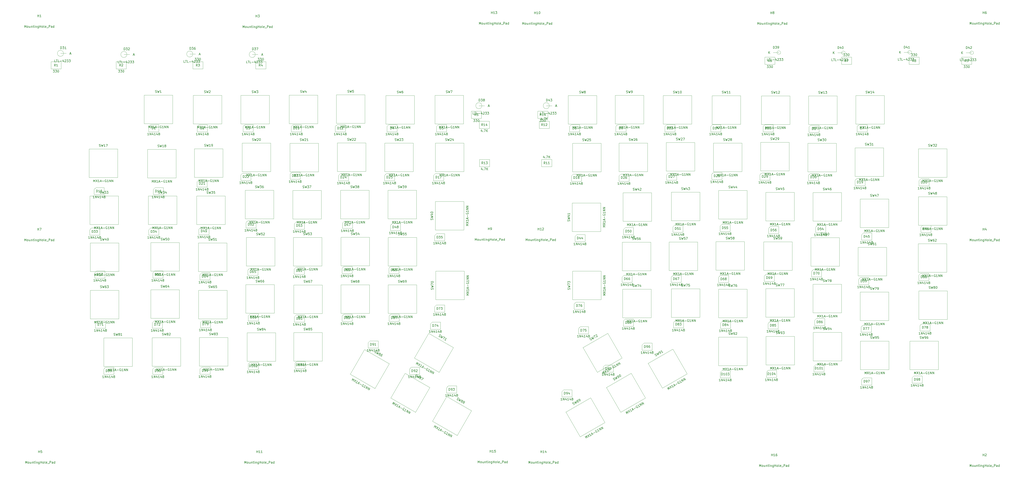
<source format=gbr>
%TF.GenerationSoftware,KiCad,Pcbnew,7.0.1-3b83917a11~172~ubuntu22.04.1*%
%TF.CreationDate,2023-03-22T13:00:23+01:00*%
%TF.ProjectId,Europe-ergo-smd,4575726f-7065-42d6-9572-676f2d736d64,rev?*%
%TF.SameCoordinates,Original*%
%TF.FileFunction,AssemblyDrawing,Top*%
%FSLAX46Y46*%
G04 Gerber Fmt 4.6, Leading zero omitted, Abs format (unit mm)*
G04 Created by KiCad (PCBNEW 7.0.1-3b83917a11~172~ubuntu22.04.1) date 2023-03-22 13:00:23*
%MOMM*%
%LPD*%
G01*
G04 APERTURE LIST*
%ADD10C,0.150000*%
%ADD11C,0.100000*%
G04 APERTURE END LIST*
D10*
%TO.C,R14*%
X297436190Y-84945952D02*
X297436190Y-85612619D01*
X297198095Y-84565000D02*
X296960000Y-85279285D01*
X296960000Y-85279285D02*
X297579047Y-85279285D01*
X297960000Y-85517380D02*
X298007619Y-85565000D01*
X298007619Y-85565000D02*
X297960000Y-85612619D01*
X297960000Y-85612619D02*
X297912381Y-85565000D01*
X297912381Y-85565000D02*
X297960000Y-85517380D01*
X297960000Y-85517380D02*
X297960000Y-85612619D01*
X298340952Y-84612619D02*
X299007618Y-84612619D01*
X299007618Y-84612619D02*
X298579047Y-85612619D01*
X299388571Y-85612619D02*
X299388571Y-84612619D01*
X299959999Y-85612619D02*
X299531428Y-85041190D01*
X299959999Y-84612619D02*
X299388571Y-85184047D01*
X297817142Y-82962619D02*
X297483809Y-82486428D01*
X297245714Y-82962619D02*
X297245714Y-81962619D01*
X297245714Y-81962619D02*
X297626666Y-81962619D01*
X297626666Y-81962619D02*
X297721904Y-82010238D01*
X297721904Y-82010238D02*
X297769523Y-82057857D01*
X297769523Y-82057857D02*
X297817142Y-82153095D01*
X297817142Y-82153095D02*
X297817142Y-82295952D01*
X297817142Y-82295952D02*
X297769523Y-82391190D01*
X297769523Y-82391190D02*
X297721904Y-82438809D01*
X297721904Y-82438809D02*
X297626666Y-82486428D01*
X297626666Y-82486428D02*
X297245714Y-82486428D01*
X298769523Y-82962619D02*
X298198095Y-82962619D01*
X298483809Y-82962619D02*
X298483809Y-81962619D01*
X298483809Y-81962619D02*
X298388571Y-82105476D01*
X298388571Y-82105476D02*
X298293333Y-82200714D01*
X298293333Y-82200714D02*
X298198095Y-82248333D01*
X299626666Y-82295952D02*
X299626666Y-82962619D01*
X299388571Y-81915000D02*
X299150476Y-82629285D01*
X299150476Y-82629285D02*
X299769523Y-82629285D01*
%TO.C,R13*%
X297516190Y-101945952D02*
X297516190Y-102612619D01*
X297278095Y-101565000D02*
X297040000Y-102279285D01*
X297040000Y-102279285D02*
X297659047Y-102279285D01*
X298040000Y-102517380D02*
X298087619Y-102565000D01*
X298087619Y-102565000D02*
X298040000Y-102612619D01*
X298040000Y-102612619D02*
X297992381Y-102565000D01*
X297992381Y-102565000D02*
X298040000Y-102517380D01*
X298040000Y-102517380D02*
X298040000Y-102612619D01*
X298420952Y-101612619D02*
X299087618Y-101612619D01*
X299087618Y-101612619D02*
X298659047Y-102612619D01*
X299468571Y-102612619D02*
X299468571Y-101612619D01*
X300039999Y-102612619D02*
X299611428Y-102041190D01*
X300039999Y-101612619D02*
X299468571Y-102184047D01*
X297897142Y-99962619D02*
X297563809Y-99486428D01*
X297325714Y-99962619D02*
X297325714Y-98962619D01*
X297325714Y-98962619D02*
X297706666Y-98962619D01*
X297706666Y-98962619D02*
X297801904Y-99010238D01*
X297801904Y-99010238D02*
X297849523Y-99057857D01*
X297849523Y-99057857D02*
X297897142Y-99153095D01*
X297897142Y-99153095D02*
X297897142Y-99295952D01*
X297897142Y-99295952D02*
X297849523Y-99391190D01*
X297849523Y-99391190D02*
X297801904Y-99438809D01*
X297801904Y-99438809D02*
X297706666Y-99486428D01*
X297706666Y-99486428D02*
X297325714Y-99486428D01*
X298849523Y-99962619D02*
X298278095Y-99962619D01*
X298563809Y-99962619D02*
X298563809Y-98962619D01*
X298563809Y-98962619D02*
X298468571Y-99105476D01*
X298468571Y-99105476D02*
X298373333Y-99200714D01*
X298373333Y-99200714D02*
X298278095Y-99248333D01*
X299182857Y-98962619D02*
X299801904Y-98962619D01*
X299801904Y-98962619D02*
X299468571Y-99343571D01*
X299468571Y-99343571D02*
X299611428Y-99343571D01*
X299611428Y-99343571D02*
X299706666Y-99391190D01*
X299706666Y-99391190D02*
X299754285Y-99438809D01*
X299754285Y-99438809D02*
X299801904Y-99534047D01*
X299801904Y-99534047D02*
X299801904Y-99772142D01*
X299801904Y-99772142D02*
X299754285Y-99867380D01*
X299754285Y-99867380D02*
X299706666Y-99915000D01*
X299706666Y-99915000D02*
X299611428Y-99962619D01*
X299611428Y-99962619D02*
X299325714Y-99962619D01*
X299325714Y-99962619D02*
X299230476Y-99915000D01*
X299230476Y-99915000D02*
X299182857Y-99867380D01*
%TO.C,R12*%
X324066190Y-79645952D02*
X324066190Y-80312619D01*
X323828095Y-79265000D02*
X323590000Y-79979285D01*
X323590000Y-79979285D02*
X324209047Y-79979285D01*
X324590000Y-80217380D02*
X324637619Y-80265000D01*
X324637619Y-80265000D02*
X324590000Y-80312619D01*
X324590000Y-80312619D02*
X324542381Y-80265000D01*
X324542381Y-80265000D02*
X324590000Y-80217380D01*
X324590000Y-80217380D02*
X324590000Y-80312619D01*
X324970952Y-79312619D02*
X325637618Y-79312619D01*
X325637618Y-79312619D02*
X325209047Y-80312619D01*
X326018571Y-80312619D02*
X326018571Y-79312619D01*
X326589999Y-80312619D02*
X326161428Y-79741190D01*
X326589999Y-79312619D02*
X326018571Y-79884047D01*
X324447142Y-82962619D02*
X324113809Y-82486428D01*
X323875714Y-82962619D02*
X323875714Y-81962619D01*
X323875714Y-81962619D02*
X324256666Y-81962619D01*
X324256666Y-81962619D02*
X324351904Y-82010238D01*
X324351904Y-82010238D02*
X324399523Y-82057857D01*
X324399523Y-82057857D02*
X324447142Y-82153095D01*
X324447142Y-82153095D02*
X324447142Y-82295952D01*
X324447142Y-82295952D02*
X324399523Y-82391190D01*
X324399523Y-82391190D02*
X324351904Y-82438809D01*
X324351904Y-82438809D02*
X324256666Y-82486428D01*
X324256666Y-82486428D02*
X323875714Y-82486428D01*
X325399523Y-82962619D02*
X324828095Y-82962619D01*
X325113809Y-82962619D02*
X325113809Y-81962619D01*
X325113809Y-81962619D02*
X325018571Y-82105476D01*
X325018571Y-82105476D02*
X324923333Y-82200714D01*
X324923333Y-82200714D02*
X324828095Y-82248333D01*
X325780476Y-82057857D02*
X325828095Y-82010238D01*
X325828095Y-82010238D02*
X325923333Y-81962619D01*
X325923333Y-81962619D02*
X326161428Y-81962619D01*
X326161428Y-81962619D02*
X326256666Y-82010238D01*
X326256666Y-82010238D02*
X326304285Y-82057857D01*
X326304285Y-82057857D02*
X326351904Y-82153095D01*
X326351904Y-82153095D02*
X326351904Y-82248333D01*
X326351904Y-82248333D02*
X326304285Y-82391190D01*
X326304285Y-82391190D02*
X325732857Y-82962619D01*
X325732857Y-82962619D02*
X326351904Y-82962619D01*
%TO.C,R11*%
X325146190Y-96645952D02*
X325146190Y-97312619D01*
X324908095Y-96265000D02*
X324670000Y-96979285D01*
X324670000Y-96979285D02*
X325289047Y-96979285D01*
X325670000Y-97217380D02*
X325717619Y-97265000D01*
X325717619Y-97265000D02*
X325670000Y-97312619D01*
X325670000Y-97312619D02*
X325622381Y-97265000D01*
X325622381Y-97265000D02*
X325670000Y-97217380D01*
X325670000Y-97217380D02*
X325670000Y-97312619D01*
X326050952Y-96312619D02*
X326717618Y-96312619D01*
X326717618Y-96312619D02*
X326289047Y-97312619D01*
X327098571Y-97312619D02*
X327098571Y-96312619D01*
X327669999Y-97312619D02*
X327241428Y-96741190D01*
X327669999Y-96312619D02*
X327098571Y-96884047D01*
X325527142Y-99962619D02*
X325193809Y-99486428D01*
X324955714Y-99962619D02*
X324955714Y-98962619D01*
X324955714Y-98962619D02*
X325336666Y-98962619D01*
X325336666Y-98962619D02*
X325431904Y-99010238D01*
X325431904Y-99010238D02*
X325479523Y-99057857D01*
X325479523Y-99057857D02*
X325527142Y-99153095D01*
X325527142Y-99153095D02*
X325527142Y-99295952D01*
X325527142Y-99295952D02*
X325479523Y-99391190D01*
X325479523Y-99391190D02*
X325431904Y-99438809D01*
X325431904Y-99438809D02*
X325336666Y-99486428D01*
X325336666Y-99486428D02*
X324955714Y-99486428D01*
X326479523Y-99962619D02*
X325908095Y-99962619D01*
X326193809Y-99962619D02*
X326193809Y-98962619D01*
X326193809Y-98962619D02*
X326098571Y-99105476D01*
X326098571Y-99105476D02*
X326003333Y-99200714D01*
X326003333Y-99200714D02*
X325908095Y-99248333D01*
X327431904Y-99962619D02*
X326860476Y-99962619D01*
X327146190Y-99962619D02*
X327146190Y-98962619D01*
X327146190Y-98962619D02*
X327050952Y-99105476D01*
X327050952Y-99105476D02*
X326955714Y-99200714D01*
X326955714Y-99200714D02*
X326860476Y-99248333D01*
%TO.C,R10*%
X323174286Y-80112619D02*
X323793333Y-80112619D01*
X323793333Y-80112619D02*
X323460000Y-80493571D01*
X323460000Y-80493571D02*
X323602857Y-80493571D01*
X323602857Y-80493571D02*
X323698095Y-80541190D01*
X323698095Y-80541190D02*
X323745714Y-80588809D01*
X323745714Y-80588809D02*
X323793333Y-80684047D01*
X323793333Y-80684047D02*
X323793333Y-80922142D01*
X323793333Y-80922142D02*
X323745714Y-81017380D01*
X323745714Y-81017380D02*
X323698095Y-81065000D01*
X323698095Y-81065000D02*
X323602857Y-81112619D01*
X323602857Y-81112619D02*
X323317143Y-81112619D01*
X323317143Y-81112619D02*
X323221905Y-81065000D01*
X323221905Y-81065000D02*
X323174286Y-81017380D01*
X324126667Y-80112619D02*
X324745714Y-80112619D01*
X324745714Y-80112619D02*
X324412381Y-80493571D01*
X324412381Y-80493571D02*
X324555238Y-80493571D01*
X324555238Y-80493571D02*
X324650476Y-80541190D01*
X324650476Y-80541190D02*
X324698095Y-80588809D01*
X324698095Y-80588809D02*
X324745714Y-80684047D01*
X324745714Y-80684047D02*
X324745714Y-80922142D01*
X324745714Y-80922142D02*
X324698095Y-81017380D01*
X324698095Y-81017380D02*
X324650476Y-81065000D01*
X324650476Y-81065000D02*
X324555238Y-81112619D01*
X324555238Y-81112619D02*
X324269524Y-81112619D01*
X324269524Y-81112619D02*
X324174286Y-81065000D01*
X324174286Y-81065000D02*
X324126667Y-81017380D01*
X325364762Y-80112619D02*
X325460000Y-80112619D01*
X325460000Y-80112619D02*
X325555238Y-80160238D01*
X325555238Y-80160238D02*
X325602857Y-80207857D01*
X325602857Y-80207857D02*
X325650476Y-80303095D01*
X325650476Y-80303095D02*
X325698095Y-80493571D01*
X325698095Y-80493571D02*
X325698095Y-80731666D01*
X325698095Y-80731666D02*
X325650476Y-80922142D01*
X325650476Y-80922142D02*
X325602857Y-81017380D01*
X325602857Y-81017380D02*
X325555238Y-81065000D01*
X325555238Y-81065000D02*
X325460000Y-81112619D01*
X325460000Y-81112619D02*
X325364762Y-81112619D01*
X325364762Y-81112619D02*
X325269524Y-81065000D01*
X325269524Y-81065000D02*
X325221905Y-81017380D01*
X325221905Y-81017380D02*
X325174286Y-80922142D01*
X325174286Y-80922142D02*
X325126667Y-80731666D01*
X325126667Y-80731666D02*
X325126667Y-80493571D01*
X325126667Y-80493571D02*
X325174286Y-80303095D01*
X325174286Y-80303095D02*
X325221905Y-80207857D01*
X325221905Y-80207857D02*
X325269524Y-80160238D01*
X325269524Y-80160238D02*
X325364762Y-80112619D01*
X323817142Y-78462619D02*
X323483809Y-77986428D01*
X323245714Y-78462619D02*
X323245714Y-77462619D01*
X323245714Y-77462619D02*
X323626666Y-77462619D01*
X323626666Y-77462619D02*
X323721904Y-77510238D01*
X323721904Y-77510238D02*
X323769523Y-77557857D01*
X323769523Y-77557857D02*
X323817142Y-77653095D01*
X323817142Y-77653095D02*
X323817142Y-77795952D01*
X323817142Y-77795952D02*
X323769523Y-77891190D01*
X323769523Y-77891190D02*
X323721904Y-77938809D01*
X323721904Y-77938809D02*
X323626666Y-77986428D01*
X323626666Y-77986428D02*
X323245714Y-77986428D01*
X324769523Y-78462619D02*
X324198095Y-78462619D01*
X324483809Y-78462619D02*
X324483809Y-77462619D01*
X324483809Y-77462619D02*
X324388571Y-77605476D01*
X324388571Y-77605476D02*
X324293333Y-77700714D01*
X324293333Y-77700714D02*
X324198095Y-77748333D01*
X325388571Y-77462619D02*
X325483809Y-77462619D01*
X325483809Y-77462619D02*
X325579047Y-77510238D01*
X325579047Y-77510238D02*
X325626666Y-77557857D01*
X325626666Y-77557857D02*
X325674285Y-77653095D01*
X325674285Y-77653095D02*
X325721904Y-77843571D01*
X325721904Y-77843571D02*
X325721904Y-78081666D01*
X325721904Y-78081666D02*
X325674285Y-78272142D01*
X325674285Y-78272142D02*
X325626666Y-78367380D01*
X325626666Y-78367380D02*
X325579047Y-78415000D01*
X325579047Y-78415000D02*
X325483809Y-78462619D01*
X325483809Y-78462619D02*
X325388571Y-78462619D01*
X325388571Y-78462619D02*
X325293333Y-78415000D01*
X325293333Y-78415000D02*
X325245714Y-78367380D01*
X325245714Y-78367380D02*
X325198095Y-78272142D01*
X325198095Y-78272142D02*
X325150476Y-78081666D01*
X325150476Y-78081666D02*
X325150476Y-77843571D01*
X325150476Y-77843571D02*
X325198095Y-77653095D01*
X325198095Y-77653095D02*
X325245714Y-77557857D01*
X325245714Y-77557857D02*
X325293333Y-77510238D01*
X325293333Y-77510238D02*
X325388571Y-77462619D01*
%TO.C,R9*%
X511724286Y-56112619D02*
X512343333Y-56112619D01*
X512343333Y-56112619D02*
X512010000Y-56493571D01*
X512010000Y-56493571D02*
X512152857Y-56493571D01*
X512152857Y-56493571D02*
X512248095Y-56541190D01*
X512248095Y-56541190D02*
X512295714Y-56588809D01*
X512295714Y-56588809D02*
X512343333Y-56684047D01*
X512343333Y-56684047D02*
X512343333Y-56922142D01*
X512343333Y-56922142D02*
X512295714Y-57017380D01*
X512295714Y-57017380D02*
X512248095Y-57065000D01*
X512248095Y-57065000D02*
X512152857Y-57112619D01*
X512152857Y-57112619D02*
X511867143Y-57112619D01*
X511867143Y-57112619D02*
X511771905Y-57065000D01*
X511771905Y-57065000D02*
X511724286Y-57017380D01*
X512676667Y-56112619D02*
X513295714Y-56112619D01*
X513295714Y-56112619D02*
X512962381Y-56493571D01*
X512962381Y-56493571D02*
X513105238Y-56493571D01*
X513105238Y-56493571D02*
X513200476Y-56541190D01*
X513200476Y-56541190D02*
X513248095Y-56588809D01*
X513248095Y-56588809D02*
X513295714Y-56684047D01*
X513295714Y-56684047D02*
X513295714Y-56922142D01*
X513295714Y-56922142D02*
X513248095Y-57017380D01*
X513248095Y-57017380D02*
X513200476Y-57065000D01*
X513200476Y-57065000D02*
X513105238Y-57112619D01*
X513105238Y-57112619D02*
X512819524Y-57112619D01*
X512819524Y-57112619D02*
X512724286Y-57065000D01*
X512724286Y-57065000D02*
X512676667Y-57017380D01*
X513914762Y-56112619D02*
X514010000Y-56112619D01*
X514010000Y-56112619D02*
X514105238Y-56160238D01*
X514105238Y-56160238D02*
X514152857Y-56207857D01*
X514152857Y-56207857D02*
X514200476Y-56303095D01*
X514200476Y-56303095D02*
X514248095Y-56493571D01*
X514248095Y-56493571D02*
X514248095Y-56731666D01*
X514248095Y-56731666D02*
X514200476Y-56922142D01*
X514200476Y-56922142D02*
X514152857Y-57017380D01*
X514152857Y-57017380D02*
X514105238Y-57065000D01*
X514105238Y-57065000D02*
X514010000Y-57112619D01*
X514010000Y-57112619D02*
X513914762Y-57112619D01*
X513914762Y-57112619D02*
X513819524Y-57065000D01*
X513819524Y-57065000D02*
X513771905Y-57017380D01*
X513771905Y-57017380D02*
X513724286Y-56922142D01*
X513724286Y-56922142D02*
X513676667Y-56731666D01*
X513676667Y-56731666D02*
X513676667Y-56493571D01*
X513676667Y-56493571D02*
X513724286Y-56303095D01*
X513724286Y-56303095D02*
X513771905Y-56207857D01*
X513771905Y-56207857D02*
X513819524Y-56160238D01*
X513819524Y-56160238D02*
X513914762Y-56112619D01*
X512843333Y-54462619D02*
X512510000Y-53986428D01*
X512271905Y-54462619D02*
X512271905Y-53462619D01*
X512271905Y-53462619D02*
X512652857Y-53462619D01*
X512652857Y-53462619D02*
X512748095Y-53510238D01*
X512748095Y-53510238D02*
X512795714Y-53557857D01*
X512795714Y-53557857D02*
X512843333Y-53653095D01*
X512843333Y-53653095D02*
X512843333Y-53795952D01*
X512843333Y-53795952D02*
X512795714Y-53891190D01*
X512795714Y-53891190D02*
X512748095Y-53938809D01*
X512748095Y-53938809D02*
X512652857Y-53986428D01*
X512652857Y-53986428D02*
X512271905Y-53986428D01*
X513319524Y-54462619D02*
X513510000Y-54462619D01*
X513510000Y-54462619D02*
X513605238Y-54415000D01*
X513605238Y-54415000D02*
X513652857Y-54367380D01*
X513652857Y-54367380D02*
X513748095Y-54224523D01*
X513748095Y-54224523D02*
X513795714Y-54034047D01*
X513795714Y-54034047D02*
X513795714Y-53653095D01*
X513795714Y-53653095D02*
X513748095Y-53557857D01*
X513748095Y-53557857D02*
X513700476Y-53510238D01*
X513700476Y-53510238D02*
X513605238Y-53462619D01*
X513605238Y-53462619D02*
X513414762Y-53462619D01*
X513414762Y-53462619D02*
X513319524Y-53510238D01*
X513319524Y-53510238D02*
X513271905Y-53557857D01*
X513271905Y-53557857D02*
X513224286Y-53653095D01*
X513224286Y-53653095D02*
X513224286Y-53891190D01*
X513224286Y-53891190D02*
X513271905Y-53986428D01*
X513271905Y-53986428D02*
X513319524Y-54034047D01*
X513319524Y-54034047D02*
X513414762Y-54081666D01*
X513414762Y-54081666D02*
X513605238Y-54081666D01*
X513605238Y-54081666D02*
X513700476Y-54034047D01*
X513700476Y-54034047D02*
X513748095Y-53986428D01*
X513748095Y-53986428D02*
X513795714Y-53891190D01*
%TO.C,R8*%
X488344286Y-50812619D02*
X488963333Y-50812619D01*
X488963333Y-50812619D02*
X488630000Y-51193571D01*
X488630000Y-51193571D02*
X488772857Y-51193571D01*
X488772857Y-51193571D02*
X488868095Y-51241190D01*
X488868095Y-51241190D02*
X488915714Y-51288809D01*
X488915714Y-51288809D02*
X488963333Y-51384047D01*
X488963333Y-51384047D02*
X488963333Y-51622142D01*
X488963333Y-51622142D02*
X488915714Y-51717380D01*
X488915714Y-51717380D02*
X488868095Y-51765000D01*
X488868095Y-51765000D02*
X488772857Y-51812619D01*
X488772857Y-51812619D02*
X488487143Y-51812619D01*
X488487143Y-51812619D02*
X488391905Y-51765000D01*
X488391905Y-51765000D02*
X488344286Y-51717380D01*
X489296667Y-50812619D02*
X489915714Y-50812619D01*
X489915714Y-50812619D02*
X489582381Y-51193571D01*
X489582381Y-51193571D02*
X489725238Y-51193571D01*
X489725238Y-51193571D02*
X489820476Y-51241190D01*
X489820476Y-51241190D02*
X489868095Y-51288809D01*
X489868095Y-51288809D02*
X489915714Y-51384047D01*
X489915714Y-51384047D02*
X489915714Y-51622142D01*
X489915714Y-51622142D02*
X489868095Y-51717380D01*
X489868095Y-51717380D02*
X489820476Y-51765000D01*
X489820476Y-51765000D02*
X489725238Y-51812619D01*
X489725238Y-51812619D02*
X489439524Y-51812619D01*
X489439524Y-51812619D02*
X489344286Y-51765000D01*
X489344286Y-51765000D02*
X489296667Y-51717380D01*
X490534762Y-50812619D02*
X490630000Y-50812619D01*
X490630000Y-50812619D02*
X490725238Y-50860238D01*
X490725238Y-50860238D02*
X490772857Y-50907857D01*
X490772857Y-50907857D02*
X490820476Y-51003095D01*
X490820476Y-51003095D02*
X490868095Y-51193571D01*
X490868095Y-51193571D02*
X490868095Y-51431666D01*
X490868095Y-51431666D02*
X490820476Y-51622142D01*
X490820476Y-51622142D02*
X490772857Y-51717380D01*
X490772857Y-51717380D02*
X490725238Y-51765000D01*
X490725238Y-51765000D02*
X490630000Y-51812619D01*
X490630000Y-51812619D02*
X490534762Y-51812619D01*
X490534762Y-51812619D02*
X490439524Y-51765000D01*
X490439524Y-51765000D02*
X490391905Y-51717380D01*
X490391905Y-51717380D02*
X490344286Y-51622142D01*
X490344286Y-51622142D02*
X490296667Y-51431666D01*
X490296667Y-51431666D02*
X490296667Y-51193571D01*
X490296667Y-51193571D02*
X490344286Y-51003095D01*
X490344286Y-51003095D02*
X490391905Y-50907857D01*
X490391905Y-50907857D02*
X490439524Y-50860238D01*
X490439524Y-50860238D02*
X490534762Y-50812619D01*
X489463333Y-54462619D02*
X489130000Y-53986428D01*
X488891905Y-54462619D02*
X488891905Y-53462619D01*
X488891905Y-53462619D02*
X489272857Y-53462619D01*
X489272857Y-53462619D02*
X489368095Y-53510238D01*
X489368095Y-53510238D02*
X489415714Y-53557857D01*
X489415714Y-53557857D02*
X489463333Y-53653095D01*
X489463333Y-53653095D02*
X489463333Y-53795952D01*
X489463333Y-53795952D02*
X489415714Y-53891190D01*
X489415714Y-53891190D02*
X489368095Y-53938809D01*
X489368095Y-53938809D02*
X489272857Y-53986428D01*
X489272857Y-53986428D02*
X488891905Y-53986428D01*
X490034762Y-53891190D02*
X489939524Y-53843571D01*
X489939524Y-53843571D02*
X489891905Y-53795952D01*
X489891905Y-53795952D02*
X489844286Y-53700714D01*
X489844286Y-53700714D02*
X489844286Y-53653095D01*
X489844286Y-53653095D02*
X489891905Y-53557857D01*
X489891905Y-53557857D02*
X489939524Y-53510238D01*
X489939524Y-53510238D02*
X490034762Y-53462619D01*
X490034762Y-53462619D02*
X490225238Y-53462619D01*
X490225238Y-53462619D02*
X490320476Y-53510238D01*
X490320476Y-53510238D02*
X490368095Y-53557857D01*
X490368095Y-53557857D02*
X490415714Y-53653095D01*
X490415714Y-53653095D02*
X490415714Y-53700714D01*
X490415714Y-53700714D02*
X490368095Y-53795952D01*
X490368095Y-53795952D02*
X490320476Y-53843571D01*
X490320476Y-53843571D02*
X490225238Y-53891190D01*
X490225238Y-53891190D02*
X490034762Y-53891190D01*
X490034762Y-53891190D02*
X489939524Y-53938809D01*
X489939524Y-53938809D02*
X489891905Y-53986428D01*
X489891905Y-53986428D02*
X489844286Y-54081666D01*
X489844286Y-54081666D02*
X489844286Y-54272142D01*
X489844286Y-54272142D02*
X489891905Y-54367380D01*
X489891905Y-54367380D02*
X489939524Y-54415000D01*
X489939524Y-54415000D02*
X490034762Y-54462619D01*
X490034762Y-54462619D02*
X490225238Y-54462619D01*
X490225238Y-54462619D02*
X490320476Y-54415000D01*
X490320476Y-54415000D02*
X490368095Y-54367380D01*
X490368095Y-54367380D02*
X490415714Y-54272142D01*
X490415714Y-54272142D02*
X490415714Y-54081666D01*
X490415714Y-54081666D02*
X490368095Y-53986428D01*
X490368095Y-53986428D02*
X490320476Y-53938809D01*
X490320476Y-53938809D02*
X490225238Y-53891190D01*
%TO.C,R7*%
X458264286Y-50812619D02*
X458883333Y-50812619D01*
X458883333Y-50812619D02*
X458550000Y-51193571D01*
X458550000Y-51193571D02*
X458692857Y-51193571D01*
X458692857Y-51193571D02*
X458788095Y-51241190D01*
X458788095Y-51241190D02*
X458835714Y-51288809D01*
X458835714Y-51288809D02*
X458883333Y-51384047D01*
X458883333Y-51384047D02*
X458883333Y-51622142D01*
X458883333Y-51622142D02*
X458835714Y-51717380D01*
X458835714Y-51717380D02*
X458788095Y-51765000D01*
X458788095Y-51765000D02*
X458692857Y-51812619D01*
X458692857Y-51812619D02*
X458407143Y-51812619D01*
X458407143Y-51812619D02*
X458311905Y-51765000D01*
X458311905Y-51765000D02*
X458264286Y-51717380D01*
X459216667Y-50812619D02*
X459835714Y-50812619D01*
X459835714Y-50812619D02*
X459502381Y-51193571D01*
X459502381Y-51193571D02*
X459645238Y-51193571D01*
X459645238Y-51193571D02*
X459740476Y-51241190D01*
X459740476Y-51241190D02*
X459788095Y-51288809D01*
X459788095Y-51288809D02*
X459835714Y-51384047D01*
X459835714Y-51384047D02*
X459835714Y-51622142D01*
X459835714Y-51622142D02*
X459788095Y-51717380D01*
X459788095Y-51717380D02*
X459740476Y-51765000D01*
X459740476Y-51765000D02*
X459645238Y-51812619D01*
X459645238Y-51812619D02*
X459359524Y-51812619D01*
X459359524Y-51812619D02*
X459264286Y-51765000D01*
X459264286Y-51765000D02*
X459216667Y-51717380D01*
X460454762Y-50812619D02*
X460550000Y-50812619D01*
X460550000Y-50812619D02*
X460645238Y-50860238D01*
X460645238Y-50860238D02*
X460692857Y-50907857D01*
X460692857Y-50907857D02*
X460740476Y-51003095D01*
X460740476Y-51003095D02*
X460788095Y-51193571D01*
X460788095Y-51193571D02*
X460788095Y-51431666D01*
X460788095Y-51431666D02*
X460740476Y-51622142D01*
X460740476Y-51622142D02*
X460692857Y-51717380D01*
X460692857Y-51717380D02*
X460645238Y-51765000D01*
X460645238Y-51765000D02*
X460550000Y-51812619D01*
X460550000Y-51812619D02*
X460454762Y-51812619D01*
X460454762Y-51812619D02*
X460359524Y-51765000D01*
X460359524Y-51765000D02*
X460311905Y-51717380D01*
X460311905Y-51717380D02*
X460264286Y-51622142D01*
X460264286Y-51622142D02*
X460216667Y-51431666D01*
X460216667Y-51431666D02*
X460216667Y-51193571D01*
X460216667Y-51193571D02*
X460264286Y-51003095D01*
X460264286Y-51003095D02*
X460311905Y-50907857D01*
X460311905Y-50907857D02*
X460359524Y-50860238D01*
X460359524Y-50860238D02*
X460454762Y-50812619D01*
X459383333Y-54462619D02*
X459050000Y-53986428D01*
X458811905Y-54462619D02*
X458811905Y-53462619D01*
X458811905Y-53462619D02*
X459192857Y-53462619D01*
X459192857Y-53462619D02*
X459288095Y-53510238D01*
X459288095Y-53510238D02*
X459335714Y-53557857D01*
X459335714Y-53557857D02*
X459383333Y-53653095D01*
X459383333Y-53653095D02*
X459383333Y-53795952D01*
X459383333Y-53795952D02*
X459335714Y-53891190D01*
X459335714Y-53891190D02*
X459288095Y-53938809D01*
X459288095Y-53938809D02*
X459192857Y-53986428D01*
X459192857Y-53986428D02*
X458811905Y-53986428D01*
X459716667Y-53462619D02*
X460383333Y-53462619D01*
X460383333Y-53462619D02*
X459954762Y-54462619D01*
%TO.C,R6*%
X424184286Y-56112619D02*
X424803333Y-56112619D01*
X424803333Y-56112619D02*
X424470000Y-56493571D01*
X424470000Y-56493571D02*
X424612857Y-56493571D01*
X424612857Y-56493571D02*
X424708095Y-56541190D01*
X424708095Y-56541190D02*
X424755714Y-56588809D01*
X424755714Y-56588809D02*
X424803333Y-56684047D01*
X424803333Y-56684047D02*
X424803333Y-56922142D01*
X424803333Y-56922142D02*
X424755714Y-57017380D01*
X424755714Y-57017380D02*
X424708095Y-57065000D01*
X424708095Y-57065000D02*
X424612857Y-57112619D01*
X424612857Y-57112619D02*
X424327143Y-57112619D01*
X424327143Y-57112619D02*
X424231905Y-57065000D01*
X424231905Y-57065000D02*
X424184286Y-57017380D01*
X425136667Y-56112619D02*
X425755714Y-56112619D01*
X425755714Y-56112619D02*
X425422381Y-56493571D01*
X425422381Y-56493571D02*
X425565238Y-56493571D01*
X425565238Y-56493571D02*
X425660476Y-56541190D01*
X425660476Y-56541190D02*
X425708095Y-56588809D01*
X425708095Y-56588809D02*
X425755714Y-56684047D01*
X425755714Y-56684047D02*
X425755714Y-56922142D01*
X425755714Y-56922142D02*
X425708095Y-57017380D01*
X425708095Y-57017380D02*
X425660476Y-57065000D01*
X425660476Y-57065000D02*
X425565238Y-57112619D01*
X425565238Y-57112619D02*
X425279524Y-57112619D01*
X425279524Y-57112619D02*
X425184286Y-57065000D01*
X425184286Y-57065000D02*
X425136667Y-57017380D01*
X426374762Y-56112619D02*
X426470000Y-56112619D01*
X426470000Y-56112619D02*
X426565238Y-56160238D01*
X426565238Y-56160238D02*
X426612857Y-56207857D01*
X426612857Y-56207857D02*
X426660476Y-56303095D01*
X426660476Y-56303095D02*
X426708095Y-56493571D01*
X426708095Y-56493571D02*
X426708095Y-56731666D01*
X426708095Y-56731666D02*
X426660476Y-56922142D01*
X426660476Y-56922142D02*
X426612857Y-57017380D01*
X426612857Y-57017380D02*
X426565238Y-57065000D01*
X426565238Y-57065000D02*
X426470000Y-57112619D01*
X426470000Y-57112619D02*
X426374762Y-57112619D01*
X426374762Y-57112619D02*
X426279524Y-57065000D01*
X426279524Y-57065000D02*
X426231905Y-57017380D01*
X426231905Y-57017380D02*
X426184286Y-56922142D01*
X426184286Y-56922142D02*
X426136667Y-56731666D01*
X426136667Y-56731666D02*
X426136667Y-56493571D01*
X426136667Y-56493571D02*
X426184286Y-56303095D01*
X426184286Y-56303095D02*
X426231905Y-56207857D01*
X426231905Y-56207857D02*
X426279524Y-56160238D01*
X426279524Y-56160238D02*
X426374762Y-56112619D01*
X425303333Y-54462619D02*
X424970000Y-53986428D01*
X424731905Y-54462619D02*
X424731905Y-53462619D01*
X424731905Y-53462619D02*
X425112857Y-53462619D01*
X425112857Y-53462619D02*
X425208095Y-53510238D01*
X425208095Y-53510238D02*
X425255714Y-53557857D01*
X425255714Y-53557857D02*
X425303333Y-53653095D01*
X425303333Y-53653095D02*
X425303333Y-53795952D01*
X425303333Y-53795952D02*
X425255714Y-53891190D01*
X425255714Y-53891190D02*
X425208095Y-53938809D01*
X425208095Y-53938809D02*
X425112857Y-53986428D01*
X425112857Y-53986428D02*
X424731905Y-53986428D01*
X426160476Y-53462619D02*
X425970000Y-53462619D01*
X425970000Y-53462619D02*
X425874762Y-53510238D01*
X425874762Y-53510238D02*
X425827143Y-53557857D01*
X425827143Y-53557857D02*
X425731905Y-53700714D01*
X425731905Y-53700714D02*
X425684286Y-53891190D01*
X425684286Y-53891190D02*
X425684286Y-54272142D01*
X425684286Y-54272142D02*
X425731905Y-54367380D01*
X425731905Y-54367380D02*
X425779524Y-54415000D01*
X425779524Y-54415000D02*
X425874762Y-54462619D01*
X425874762Y-54462619D02*
X426065238Y-54462619D01*
X426065238Y-54462619D02*
X426160476Y-54415000D01*
X426160476Y-54415000D02*
X426208095Y-54367380D01*
X426208095Y-54367380D02*
X426255714Y-54272142D01*
X426255714Y-54272142D02*
X426255714Y-54034047D01*
X426255714Y-54034047D02*
X426208095Y-53938809D01*
X426208095Y-53938809D02*
X426160476Y-53891190D01*
X426160476Y-53891190D02*
X426065238Y-53843571D01*
X426065238Y-53843571D02*
X425874762Y-53843571D01*
X425874762Y-53843571D02*
X425779524Y-53891190D01*
X425779524Y-53891190D02*
X425731905Y-53938809D01*
X425731905Y-53938809D02*
X425684286Y-54034047D01*
%TO.C,R5*%
X293634286Y-80112619D02*
X294253333Y-80112619D01*
X294253333Y-80112619D02*
X293920000Y-80493571D01*
X293920000Y-80493571D02*
X294062857Y-80493571D01*
X294062857Y-80493571D02*
X294158095Y-80541190D01*
X294158095Y-80541190D02*
X294205714Y-80588809D01*
X294205714Y-80588809D02*
X294253333Y-80684047D01*
X294253333Y-80684047D02*
X294253333Y-80922142D01*
X294253333Y-80922142D02*
X294205714Y-81017380D01*
X294205714Y-81017380D02*
X294158095Y-81065000D01*
X294158095Y-81065000D02*
X294062857Y-81112619D01*
X294062857Y-81112619D02*
X293777143Y-81112619D01*
X293777143Y-81112619D02*
X293681905Y-81065000D01*
X293681905Y-81065000D02*
X293634286Y-81017380D01*
X294586667Y-80112619D02*
X295205714Y-80112619D01*
X295205714Y-80112619D02*
X294872381Y-80493571D01*
X294872381Y-80493571D02*
X295015238Y-80493571D01*
X295015238Y-80493571D02*
X295110476Y-80541190D01*
X295110476Y-80541190D02*
X295158095Y-80588809D01*
X295158095Y-80588809D02*
X295205714Y-80684047D01*
X295205714Y-80684047D02*
X295205714Y-80922142D01*
X295205714Y-80922142D02*
X295158095Y-81017380D01*
X295158095Y-81017380D02*
X295110476Y-81065000D01*
X295110476Y-81065000D02*
X295015238Y-81112619D01*
X295015238Y-81112619D02*
X294729524Y-81112619D01*
X294729524Y-81112619D02*
X294634286Y-81065000D01*
X294634286Y-81065000D02*
X294586667Y-81017380D01*
X295824762Y-80112619D02*
X295920000Y-80112619D01*
X295920000Y-80112619D02*
X296015238Y-80160238D01*
X296015238Y-80160238D02*
X296062857Y-80207857D01*
X296062857Y-80207857D02*
X296110476Y-80303095D01*
X296110476Y-80303095D02*
X296158095Y-80493571D01*
X296158095Y-80493571D02*
X296158095Y-80731666D01*
X296158095Y-80731666D02*
X296110476Y-80922142D01*
X296110476Y-80922142D02*
X296062857Y-81017380D01*
X296062857Y-81017380D02*
X296015238Y-81065000D01*
X296015238Y-81065000D02*
X295920000Y-81112619D01*
X295920000Y-81112619D02*
X295824762Y-81112619D01*
X295824762Y-81112619D02*
X295729524Y-81065000D01*
X295729524Y-81065000D02*
X295681905Y-81017380D01*
X295681905Y-81017380D02*
X295634286Y-80922142D01*
X295634286Y-80922142D02*
X295586667Y-80731666D01*
X295586667Y-80731666D02*
X295586667Y-80493571D01*
X295586667Y-80493571D02*
X295634286Y-80303095D01*
X295634286Y-80303095D02*
X295681905Y-80207857D01*
X295681905Y-80207857D02*
X295729524Y-80160238D01*
X295729524Y-80160238D02*
X295824762Y-80112619D01*
X294753333Y-78462619D02*
X294420000Y-77986428D01*
X294181905Y-78462619D02*
X294181905Y-77462619D01*
X294181905Y-77462619D02*
X294562857Y-77462619D01*
X294562857Y-77462619D02*
X294658095Y-77510238D01*
X294658095Y-77510238D02*
X294705714Y-77557857D01*
X294705714Y-77557857D02*
X294753333Y-77653095D01*
X294753333Y-77653095D02*
X294753333Y-77795952D01*
X294753333Y-77795952D02*
X294705714Y-77891190D01*
X294705714Y-77891190D02*
X294658095Y-77938809D01*
X294658095Y-77938809D02*
X294562857Y-77986428D01*
X294562857Y-77986428D02*
X294181905Y-77986428D01*
X295658095Y-77462619D02*
X295181905Y-77462619D01*
X295181905Y-77462619D02*
X295134286Y-77938809D01*
X295134286Y-77938809D02*
X295181905Y-77891190D01*
X295181905Y-77891190D02*
X295277143Y-77843571D01*
X295277143Y-77843571D02*
X295515238Y-77843571D01*
X295515238Y-77843571D02*
X295610476Y-77891190D01*
X295610476Y-77891190D02*
X295658095Y-77938809D01*
X295658095Y-77938809D02*
X295705714Y-78034047D01*
X295705714Y-78034047D02*
X295705714Y-78272142D01*
X295705714Y-78272142D02*
X295658095Y-78367380D01*
X295658095Y-78367380D02*
X295610476Y-78415000D01*
X295610476Y-78415000D02*
X295515238Y-78462619D01*
X295515238Y-78462619D02*
X295277143Y-78462619D01*
X295277143Y-78462619D02*
X295181905Y-78415000D01*
X295181905Y-78415000D02*
X295134286Y-78367380D01*
%TO.C,R4*%
X197714286Y-52812619D02*
X198333333Y-52812619D01*
X198333333Y-52812619D02*
X198000000Y-53193571D01*
X198000000Y-53193571D02*
X198142857Y-53193571D01*
X198142857Y-53193571D02*
X198238095Y-53241190D01*
X198238095Y-53241190D02*
X198285714Y-53288809D01*
X198285714Y-53288809D02*
X198333333Y-53384047D01*
X198333333Y-53384047D02*
X198333333Y-53622142D01*
X198333333Y-53622142D02*
X198285714Y-53717380D01*
X198285714Y-53717380D02*
X198238095Y-53765000D01*
X198238095Y-53765000D02*
X198142857Y-53812619D01*
X198142857Y-53812619D02*
X197857143Y-53812619D01*
X197857143Y-53812619D02*
X197761905Y-53765000D01*
X197761905Y-53765000D02*
X197714286Y-53717380D01*
X198666667Y-52812619D02*
X199285714Y-52812619D01*
X199285714Y-52812619D02*
X198952381Y-53193571D01*
X198952381Y-53193571D02*
X199095238Y-53193571D01*
X199095238Y-53193571D02*
X199190476Y-53241190D01*
X199190476Y-53241190D02*
X199238095Y-53288809D01*
X199238095Y-53288809D02*
X199285714Y-53384047D01*
X199285714Y-53384047D02*
X199285714Y-53622142D01*
X199285714Y-53622142D02*
X199238095Y-53717380D01*
X199238095Y-53717380D02*
X199190476Y-53765000D01*
X199190476Y-53765000D02*
X199095238Y-53812619D01*
X199095238Y-53812619D02*
X198809524Y-53812619D01*
X198809524Y-53812619D02*
X198714286Y-53765000D01*
X198714286Y-53765000D02*
X198666667Y-53717380D01*
X199904762Y-52812619D02*
X200000000Y-52812619D01*
X200000000Y-52812619D02*
X200095238Y-52860238D01*
X200095238Y-52860238D02*
X200142857Y-52907857D01*
X200142857Y-52907857D02*
X200190476Y-53003095D01*
X200190476Y-53003095D02*
X200238095Y-53193571D01*
X200238095Y-53193571D02*
X200238095Y-53431666D01*
X200238095Y-53431666D02*
X200190476Y-53622142D01*
X200190476Y-53622142D02*
X200142857Y-53717380D01*
X200142857Y-53717380D02*
X200095238Y-53765000D01*
X200095238Y-53765000D02*
X200000000Y-53812619D01*
X200000000Y-53812619D02*
X199904762Y-53812619D01*
X199904762Y-53812619D02*
X199809524Y-53765000D01*
X199809524Y-53765000D02*
X199761905Y-53717380D01*
X199761905Y-53717380D02*
X199714286Y-53622142D01*
X199714286Y-53622142D02*
X199666667Y-53431666D01*
X199666667Y-53431666D02*
X199666667Y-53193571D01*
X199666667Y-53193571D02*
X199714286Y-53003095D01*
X199714286Y-53003095D02*
X199761905Y-52907857D01*
X199761905Y-52907857D02*
X199809524Y-52860238D01*
X199809524Y-52860238D02*
X199904762Y-52812619D01*
X198833333Y-56462619D02*
X198500000Y-55986428D01*
X198261905Y-56462619D02*
X198261905Y-55462619D01*
X198261905Y-55462619D02*
X198642857Y-55462619D01*
X198642857Y-55462619D02*
X198738095Y-55510238D01*
X198738095Y-55510238D02*
X198785714Y-55557857D01*
X198785714Y-55557857D02*
X198833333Y-55653095D01*
X198833333Y-55653095D02*
X198833333Y-55795952D01*
X198833333Y-55795952D02*
X198785714Y-55891190D01*
X198785714Y-55891190D02*
X198738095Y-55938809D01*
X198738095Y-55938809D02*
X198642857Y-55986428D01*
X198642857Y-55986428D02*
X198261905Y-55986428D01*
X199690476Y-55795952D02*
X199690476Y-56462619D01*
X199452381Y-55415000D02*
X199214286Y-56129285D01*
X199214286Y-56129285D02*
X199833333Y-56129285D01*
%TO.C,R3*%
X169714286Y-52812619D02*
X170333333Y-52812619D01*
X170333333Y-52812619D02*
X170000000Y-53193571D01*
X170000000Y-53193571D02*
X170142857Y-53193571D01*
X170142857Y-53193571D02*
X170238095Y-53241190D01*
X170238095Y-53241190D02*
X170285714Y-53288809D01*
X170285714Y-53288809D02*
X170333333Y-53384047D01*
X170333333Y-53384047D02*
X170333333Y-53622142D01*
X170333333Y-53622142D02*
X170285714Y-53717380D01*
X170285714Y-53717380D02*
X170238095Y-53765000D01*
X170238095Y-53765000D02*
X170142857Y-53812619D01*
X170142857Y-53812619D02*
X169857143Y-53812619D01*
X169857143Y-53812619D02*
X169761905Y-53765000D01*
X169761905Y-53765000D02*
X169714286Y-53717380D01*
X170666667Y-52812619D02*
X171285714Y-52812619D01*
X171285714Y-52812619D02*
X170952381Y-53193571D01*
X170952381Y-53193571D02*
X171095238Y-53193571D01*
X171095238Y-53193571D02*
X171190476Y-53241190D01*
X171190476Y-53241190D02*
X171238095Y-53288809D01*
X171238095Y-53288809D02*
X171285714Y-53384047D01*
X171285714Y-53384047D02*
X171285714Y-53622142D01*
X171285714Y-53622142D02*
X171238095Y-53717380D01*
X171238095Y-53717380D02*
X171190476Y-53765000D01*
X171190476Y-53765000D02*
X171095238Y-53812619D01*
X171095238Y-53812619D02*
X170809524Y-53812619D01*
X170809524Y-53812619D02*
X170714286Y-53765000D01*
X170714286Y-53765000D02*
X170666667Y-53717380D01*
X171904762Y-52812619D02*
X172000000Y-52812619D01*
X172000000Y-52812619D02*
X172095238Y-52860238D01*
X172095238Y-52860238D02*
X172142857Y-52907857D01*
X172142857Y-52907857D02*
X172190476Y-53003095D01*
X172190476Y-53003095D02*
X172238095Y-53193571D01*
X172238095Y-53193571D02*
X172238095Y-53431666D01*
X172238095Y-53431666D02*
X172190476Y-53622142D01*
X172190476Y-53622142D02*
X172142857Y-53717380D01*
X172142857Y-53717380D02*
X172095238Y-53765000D01*
X172095238Y-53765000D02*
X172000000Y-53812619D01*
X172000000Y-53812619D02*
X171904762Y-53812619D01*
X171904762Y-53812619D02*
X171809524Y-53765000D01*
X171809524Y-53765000D02*
X171761905Y-53717380D01*
X171761905Y-53717380D02*
X171714286Y-53622142D01*
X171714286Y-53622142D02*
X171666667Y-53431666D01*
X171666667Y-53431666D02*
X171666667Y-53193571D01*
X171666667Y-53193571D02*
X171714286Y-53003095D01*
X171714286Y-53003095D02*
X171761905Y-52907857D01*
X171761905Y-52907857D02*
X171809524Y-52860238D01*
X171809524Y-52860238D02*
X171904762Y-52812619D01*
X170833333Y-56462619D02*
X170500000Y-55986428D01*
X170261905Y-56462619D02*
X170261905Y-55462619D01*
X170261905Y-55462619D02*
X170642857Y-55462619D01*
X170642857Y-55462619D02*
X170738095Y-55510238D01*
X170738095Y-55510238D02*
X170785714Y-55557857D01*
X170785714Y-55557857D02*
X170833333Y-55653095D01*
X170833333Y-55653095D02*
X170833333Y-55795952D01*
X170833333Y-55795952D02*
X170785714Y-55891190D01*
X170785714Y-55891190D02*
X170738095Y-55938809D01*
X170738095Y-55938809D02*
X170642857Y-55986428D01*
X170642857Y-55986428D02*
X170261905Y-55986428D01*
X171166667Y-55462619D02*
X171785714Y-55462619D01*
X171785714Y-55462619D02*
X171452381Y-55843571D01*
X171452381Y-55843571D02*
X171595238Y-55843571D01*
X171595238Y-55843571D02*
X171690476Y-55891190D01*
X171690476Y-55891190D02*
X171738095Y-55938809D01*
X171738095Y-55938809D02*
X171785714Y-56034047D01*
X171785714Y-56034047D02*
X171785714Y-56272142D01*
X171785714Y-56272142D02*
X171738095Y-56367380D01*
X171738095Y-56367380D02*
X171690476Y-56415000D01*
X171690476Y-56415000D02*
X171595238Y-56462619D01*
X171595238Y-56462619D02*
X171309524Y-56462619D01*
X171309524Y-56462619D02*
X171214286Y-56415000D01*
X171214286Y-56415000D02*
X171166667Y-56367380D01*
%TO.C,R2*%
X135634286Y-58112619D02*
X136253333Y-58112619D01*
X136253333Y-58112619D02*
X135920000Y-58493571D01*
X135920000Y-58493571D02*
X136062857Y-58493571D01*
X136062857Y-58493571D02*
X136158095Y-58541190D01*
X136158095Y-58541190D02*
X136205714Y-58588809D01*
X136205714Y-58588809D02*
X136253333Y-58684047D01*
X136253333Y-58684047D02*
X136253333Y-58922142D01*
X136253333Y-58922142D02*
X136205714Y-59017380D01*
X136205714Y-59017380D02*
X136158095Y-59065000D01*
X136158095Y-59065000D02*
X136062857Y-59112619D01*
X136062857Y-59112619D02*
X135777143Y-59112619D01*
X135777143Y-59112619D02*
X135681905Y-59065000D01*
X135681905Y-59065000D02*
X135634286Y-59017380D01*
X136586667Y-58112619D02*
X137205714Y-58112619D01*
X137205714Y-58112619D02*
X136872381Y-58493571D01*
X136872381Y-58493571D02*
X137015238Y-58493571D01*
X137015238Y-58493571D02*
X137110476Y-58541190D01*
X137110476Y-58541190D02*
X137158095Y-58588809D01*
X137158095Y-58588809D02*
X137205714Y-58684047D01*
X137205714Y-58684047D02*
X137205714Y-58922142D01*
X137205714Y-58922142D02*
X137158095Y-59017380D01*
X137158095Y-59017380D02*
X137110476Y-59065000D01*
X137110476Y-59065000D02*
X137015238Y-59112619D01*
X137015238Y-59112619D02*
X136729524Y-59112619D01*
X136729524Y-59112619D02*
X136634286Y-59065000D01*
X136634286Y-59065000D02*
X136586667Y-59017380D01*
X137824762Y-58112619D02*
X137920000Y-58112619D01*
X137920000Y-58112619D02*
X138015238Y-58160238D01*
X138015238Y-58160238D02*
X138062857Y-58207857D01*
X138062857Y-58207857D02*
X138110476Y-58303095D01*
X138110476Y-58303095D02*
X138158095Y-58493571D01*
X138158095Y-58493571D02*
X138158095Y-58731666D01*
X138158095Y-58731666D02*
X138110476Y-58922142D01*
X138110476Y-58922142D02*
X138062857Y-59017380D01*
X138062857Y-59017380D02*
X138015238Y-59065000D01*
X138015238Y-59065000D02*
X137920000Y-59112619D01*
X137920000Y-59112619D02*
X137824762Y-59112619D01*
X137824762Y-59112619D02*
X137729524Y-59065000D01*
X137729524Y-59065000D02*
X137681905Y-59017380D01*
X137681905Y-59017380D02*
X137634286Y-58922142D01*
X137634286Y-58922142D02*
X137586667Y-58731666D01*
X137586667Y-58731666D02*
X137586667Y-58493571D01*
X137586667Y-58493571D02*
X137634286Y-58303095D01*
X137634286Y-58303095D02*
X137681905Y-58207857D01*
X137681905Y-58207857D02*
X137729524Y-58160238D01*
X137729524Y-58160238D02*
X137824762Y-58112619D01*
X136753333Y-56462619D02*
X136420000Y-55986428D01*
X136181905Y-56462619D02*
X136181905Y-55462619D01*
X136181905Y-55462619D02*
X136562857Y-55462619D01*
X136562857Y-55462619D02*
X136658095Y-55510238D01*
X136658095Y-55510238D02*
X136705714Y-55557857D01*
X136705714Y-55557857D02*
X136753333Y-55653095D01*
X136753333Y-55653095D02*
X136753333Y-55795952D01*
X136753333Y-55795952D02*
X136705714Y-55891190D01*
X136705714Y-55891190D02*
X136658095Y-55938809D01*
X136658095Y-55938809D02*
X136562857Y-55986428D01*
X136562857Y-55986428D02*
X136181905Y-55986428D01*
X137134286Y-55557857D02*
X137181905Y-55510238D01*
X137181905Y-55510238D02*
X137277143Y-55462619D01*
X137277143Y-55462619D02*
X137515238Y-55462619D01*
X137515238Y-55462619D02*
X137610476Y-55510238D01*
X137610476Y-55510238D02*
X137658095Y-55557857D01*
X137658095Y-55557857D02*
X137705714Y-55653095D01*
X137705714Y-55653095D02*
X137705714Y-55748333D01*
X137705714Y-55748333D02*
X137658095Y-55891190D01*
X137658095Y-55891190D02*
X137086667Y-56462619D01*
X137086667Y-56462619D02*
X137705714Y-56462619D01*
%TO.C,R1*%
X106634286Y-58112619D02*
X107253333Y-58112619D01*
X107253333Y-58112619D02*
X106920000Y-58493571D01*
X106920000Y-58493571D02*
X107062857Y-58493571D01*
X107062857Y-58493571D02*
X107158095Y-58541190D01*
X107158095Y-58541190D02*
X107205714Y-58588809D01*
X107205714Y-58588809D02*
X107253333Y-58684047D01*
X107253333Y-58684047D02*
X107253333Y-58922142D01*
X107253333Y-58922142D02*
X107205714Y-59017380D01*
X107205714Y-59017380D02*
X107158095Y-59065000D01*
X107158095Y-59065000D02*
X107062857Y-59112619D01*
X107062857Y-59112619D02*
X106777143Y-59112619D01*
X106777143Y-59112619D02*
X106681905Y-59065000D01*
X106681905Y-59065000D02*
X106634286Y-59017380D01*
X107586667Y-58112619D02*
X108205714Y-58112619D01*
X108205714Y-58112619D02*
X107872381Y-58493571D01*
X107872381Y-58493571D02*
X108015238Y-58493571D01*
X108015238Y-58493571D02*
X108110476Y-58541190D01*
X108110476Y-58541190D02*
X108158095Y-58588809D01*
X108158095Y-58588809D02*
X108205714Y-58684047D01*
X108205714Y-58684047D02*
X108205714Y-58922142D01*
X108205714Y-58922142D02*
X108158095Y-59017380D01*
X108158095Y-59017380D02*
X108110476Y-59065000D01*
X108110476Y-59065000D02*
X108015238Y-59112619D01*
X108015238Y-59112619D02*
X107729524Y-59112619D01*
X107729524Y-59112619D02*
X107634286Y-59065000D01*
X107634286Y-59065000D02*
X107586667Y-59017380D01*
X108824762Y-58112619D02*
X108920000Y-58112619D01*
X108920000Y-58112619D02*
X109015238Y-58160238D01*
X109015238Y-58160238D02*
X109062857Y-58207857D01*
X109062857Y-58207857D02*
X109110476Y-58303095D01*
X109110476Y-58303095D02*
X109158095Y-58493571D01*
X109158095Y-58493571D02*
X109158095Y-58731666D01*
X109158095Y-58731666D02*
X109110476Y-58922142D01*
X109110476Y-58922142D02*
X109062857Y-59017380D01*
X109062857Y-59017380D02*
X109015238Y-59065000D01*
X109015238Y-59065000D02*
X108920000Y-59112619D01*
X108920000Y-59112619D02*
X108824762Y-59112619D01*
X108824762Y-59112619D02*
X108729524Y-59065000D01*
X108729524Y-59065000D02*
X108681905Y-59017380D01*
X108681905Y-59017380D02*
X108634286Y-58922142D01*
X108634286Y-58922142D02*
X108586667Y-58731666D01*
X108586667Y-58731666D02*
X108586667Y-58493571D01*
X108586667Y-58493571D02*
X108634286Y-58303095D01*
X108634286Y-58303095D02*
X108681905Y-58207857D01*
X108681905Y-58207857D02*
X108729524Y-58160238D01*
X108729524Y-58160238D02*
X108824762Y-58112619D01*
X107753333Y-56462619D02*
X107420000Y-55986428D01*
X107181905Y-56462619D02*
X107181905Y-55462619D01*
X107181905Y-55462619D02*
X107562857Y-55462619D01*
X107562857Y-55462619D02*
X107658095Y-55510238D01*
X107658095Y-55510238D02*
X107705714Y-55557857D01*
X107705714Y-55557857D02*
X107753333Y-55653095D01*
X107753333Y-55653095D02*
X107753333Y-55795952D01*
X107753333Y-55795952D02*
X107705714Y-55891190D01*
X107705714Y-55891190D02*
X107658095Y-55938809D01*
X107658095Y-55938809D02*
X107562857Y-55986428D01*
X107562857Y-55986428D02*
X107181905Y-55986428D01*
X108705714Y-56462619D02*
X108134286Y-56462619D01*
X108420000Y-56462619D02*
X108420000Y-55462619D01*
X108420000Y-55462619D02*
X108324762Y-55605476D01*
X108324762Y-55605476D02*
X108229524Y-55700714D01*
X108229524Y-55700714D02*
X108134286Y-55748333D01*
%TO.C,D104*%
X424027142Y-196452619D02*
X423455714Y-196452619D01*
X423741428Y-196452619D02*
X423741428Y-195452619D01*
X423741428Y-195452619D02*
X423646190Y-195595476D01*
X423646190Y-195595476D02*
X423550952Y-195690714D01*
X423550952Y-195690714D02*
X423455714Y-195738333D01*
X424455714Y-196452619D02*
X424455714Y-195452619D01*
X424455714Y-195452619D02*
X425027142Y-196452619D01*
X425027142Y-196452619D02*
X425027142Y-195452619D01*
X425931904Y-195785952D02*
X425931904Y-196452619D01*
X425693809Y-195405000D02*
X425455714Y-196119285D01*
X425455714Y-196119285D02*
X426074761Y-196119285D01*
X426979523Y-196452619D02*
X426408095Y-196452619D01*
X426693809Y-196452619D02*
X426693809Y-195452619D01*
X426693809Y-195452619D02*
X426598571Y-195595476D01*
X426598571Y-195595476D02*
X426503333Y-195690714D01*
X426503333Y-195690714D02*
X426408095Y-195738333D01*
X427836666Y-195785952D02*
X427836666Y-196452619D01*
X427598571Y-195405000D02*
X427360476Y-196119285D01*
X427360476Y-196119285D02*
X427979523Y-196119285D01*
X428503333Y-195881190D02*
X428408095Y-195833571D01*
X428408095Y-195833571D02*
X428360476Y-195785952D01*
X428360476Y-195785952D02*
X428312857Y-195690714D01*
X428312857Y-195690714D02*
X428312857Y-195643095D01*
X428312857Y-195643095D02*
X428360476Y-195547857D01*
X428360476Y-195547857D02*
X428408095Y-195500238D01*
X428408095Y-195500238D02*
X428503333Y-195452619D01*
X428503333Y-195452619D02*
X428693809Y-195452619D01*
X428693809Y-195452619D02*
X428789047Y-195500238D01*
X428789047Y-195500238D02*
X428836666Y-195547857D01*
X428836666Y-195547857D02*
X428884285Y-195643095D01*
X428884285Y-195643095D02*
X428884285Y-195690714D01*
X428884285Y-195690714D02*
X428836666Y-195785952D01*
X428836666Y-195785952D02*
X428789047Y-195833571D01*
X428789047Y-195833571D02*
X428693809Y-195881190D01*
X428693809Y-195881190D02*
X428503333Y-195881190D01*
X428503333Y-195881190D02*
X428408095Y-195928809D01*
X428408095Y-195928809D02*
X428360476Y-195976428D01*
X428360476Y-195976428D02*
X428312857Y-196071666D01*
X428312857Y-196071666D02*
X428312857Y-196262142D01*
X428312857Y-196262142D02*
X428360476Y-196357380D01*
X428360476Y-196357380D02*
X428408095Y-196405000D01*
X428408095Y-196405000D02*
X428503333Y-196452619D01*
X428503333Y-196452619D02*
X428693809Y-196452619D01*
X428693809Y-196452619D02*
X428789047Y-196405000D01*
X428789047Y-196405000D02*
X428836666Y-196357380D01*
X428836666Y-196357380D02*
X428884285Y-196262142D01*
X428884285Y-196262142D02*
X428884285Y-196071666D01*
X428884285Y-196071666D02*
X428836666Y-195976428D01*
X428836666Y-195976428D02*
X428789047Y-195928809D01*
X428789047Y-195928809D02*
X428693809Y-195881190D01*
X424479524Y-193802619D02*
X424479524Y-192802619D01*
X424479524Y-192802619D02*
X424717619Y-192802619D01*
X424717619Y-192802619D02*
X424860476Y-192850238D01*
X424860476Y-192850238D02*
X424955714Y-192945476D01*
X424955714Y-192945476D02*
X425003333Y-193040714D01*
X425003333Y-193040714D02*
X425050952Y-193231190D01*
X425050952Y-193231190D02*
X425050952Y-193374047D01*
X425050952Y-193374047D02*
X425003333Y-193564523D01*
X425003333Y-193564523D02*
X424955714Y-193659761D01*
X424955714Y-193659761D02*
X424860476Y-193755000D01*
X424860476Y-193755000D02*
X424717619Y-193802619D01*
X424717619Y-193802619D02*
X424479524Y-193802619D01*
X426003333Y-193802619D02*
X425431905Y-193802619D01*
X425717619Y-193802619D02*
X425717619Y-192802619D01*
X425717619Y-192802619D02*
X425622381Y-192945476D01*
X425622381Y-192945476D02*
X425527143Y-193040714D01*
X425527143Y-193040714D02*
X425431905Y-193088333D01*
X426622381Y-192802619D02*
X426717619Y-192802619D01*
X426717619Y-192802619D02*
X426812857Y-192850238D01*
X426812857Y-192850238D02*
X426860476Y-192897857D01*
X426860476Y-192897857D02*
X426908095Y-192993095D01*
X426908095Y-192993095D02*
X426955714Y-193183571D01*
X426955714Y-193183571D02*
X426955714Y-193421666D01*
X426955714Y-193421666D02*
X426908095Y-193612142D01*
X426908095Y-193612142D02*
X426860476Y-193707380D01*
X426860476Y-193707380D02*
X426812857Y-193755000D01*
X426812857Y-193755000D02*
X426717619Y-193802619D01*
X426717619Y-193802619D02*
X426622381Y-193802619D01*
X426622381Y-193802619D02*
X426527143Y-193755000D01*
X426527143Y-193755000D02*
X426479524Y-193707380D01*
X426479524Y-193707380D02*
X426431905Y-193612142D01*
X426431905Y-193612142D02*
X426384286Y-193421666D01*
X426384286Y-193421666D02*
X426384286Y-193183571D01*
X426384286Y-193183571D02*
X426431905Y-192993095D01*
X426431905Y-192993095D02*
X426479524Y-192897857D01*
X426479524Y-192897857D02*
X426527143Y-192850238D01*
X426527143Y-192850238D02*
X426622381Y-192802619D01*
X427812857Y-193135952D02*
X427812857Y-193802619D01*
X427574762Y-192755000D02*
X427336667Y-193469285D01*
X427336667Y-193469285D02*
X427955714Y-193469285D01*
%TO.C,D103*%
X403477142Y-196582619D02*
X402905714Y-196582619D01*
X403191428Y-196582619D02*
X403191428Y-195582619D01*
X403191428Y-195582619D02*
X403096190Y-195725476D01*
X403096190Y-195725476D02*
X403000952Y-195820714D01*
X403000952Y-195820714D02*
X402905714Y-195868333D01*
X403905714Y-196582619D02*
X403905714Y-195582619D01*
X403905714Y-195582619D02*
X404477142Y-196582619D01*
X404477142Y-196582619D02*
X404477142Y-195582619D01*
X405381904Y-195915952D02*
X405381904Y-196582619D01*
X405143809Y-195535000D02*
X404905714Y-196249285D01*
X404905714Y-196249285D02*
X405524761Y-196249285D01*
X406429523Y-196582619D02*
X405858095Y-196582619D01*
X406143809Y-196582619D02*
X406143809Y-195582619D01*
X406143809Y-195582619D02*
X406048571Y-195725476D01*
X406048571Y-195725476D02*
X405953333Y-195820714D01*
X405953333Y-195820714D02*
X405858095Y-195868333D01*
X407286666Y-195915952D02*
X407286666Y-196582619D01*
X407048571Y-195535000D02*
X406810476Y-196249285D01*
X406810476Y-196249285D02*
X407429523Y-196249285D01*
X407953333Y-196011190D02*
X407858095Y-195963571D01*
X407858095Y-195963571D02*
X407810476Y-195915952D01*
X407810476Y-195915952D02*
X407762857Y-195820714D01*
X407762857Y-195820714D02*
X407762857Y-195773095D01*
X407762857Y-195773095D02*
X407810476Y-195677857D01*
X407810476Y-195677857D02*
X407858095Y-195630238D01*
X407858095Y-195630238D02*
X407953333Y-195582619D01*
X407953333Y-195582619D02*
X408143809Y-195582619D01*
X408143809Y-195582619D02*
X408239047Y-195630238D01*
X408239047Y-195630238D02*
X408286666Y-195677857D01*
X408286666Y-195677857D02*
X408334285Y-195773095D01*
X408334285Y-195773095D02*
X408334285Y-195820714D01*
X408334285Y-195820714D02*
X408286666Y-195915952D01*
X408286666Y-195915952D02*
X408239047Y-195963571D01*
X408239047Y-195963571D02*
X408143809Y-196011190D01*
X408143809Y-196011190D02*
X407953333Y-196011190D01*
X407953333Y-196011190D02*
X407858095Y-196058809D01*
X407858095Y-196058809D02*
X407810476Y-196106428D01*
X407810476Y-196106428D02*
X407762857Y-196201666D01*
X407762857Y-196201666D02*
X407762857Y-196392142D01*
X407762857Y-196392142D02*
X407810476Y-196487380D01*
X407810476Y-196487380D02*
X407858095Y-196535000D01*
X407858095Y-196535000D02*
X407953333Y-196582619D01*
X407953333Y-196582619D02*
X408143809Y-196582619D01*
X408143809Y-196582619D02*
X408239047Y-196535000D01*
X408239047Y-196535000D02*
X408286666Y-196487380D01*
X408286666Y-196487380D02*
X408334285Y-196392142D01*
X408334285Y-196392142D02*
X408334285Y-196201666D01*
X408334285Y-196201666D02*
X408286666Y-196106428D01*
X408286666Y-196106428D02*
X408239047Y-196058809D01*
X408239047Y-196058809D02*
X408143809Y-196011190D01*
X403929524Y-193932619D02*
X403929524Y-192932619D01*
X403929524Y-192932619D02*
X404167619Y-192932619D01*
X404167619Y-192932619D02*
X404310476Y-192980238D01*
X404310476Y-192980238D02*
X404405714Y-193075476D01*
X404405714Y-193075476D02*
X404453333Y-193170714D01*
X404453333Y-193170714D02*
X404500952Y-193361190D01*
X404500952Y-193361190D02*
X404500952Y-193504047D01*
X404500952Y-193504047D02*
X404453333Y-193694523D01*
X404453333Y-193694523D02*
X404405714Y-193789761D01*
X404405714Y-193789761D02*
X404310476Y-193885000D01*
X404310476Y-193885000D02*
X404167619Y-193932619D01*
X404167619Y-193932619D02*
X403929524Y-193932619D01*
X405453333Y-193932619D02*
X404881905Y-193932619D01*
X405167619Y-193932619D02*
X405167619Y-192932619D01*
X405167619Y-192932619D02*
X405072381Y-193075476D01*
X405072381Y-193075476D02*
X404977143Y-193170714D01*
X404977143Y-193170714D02*
X404881905Y-193218333D01*
X406072381Y-192932619D02*
X406167619Y-192932619D01*
X406167619Y-192932619D02*
X406262857Y-192980238D01*
X406262857Y-192980238D02*
X406310476Y-193027857D01*
X406310476Y-193027857D02*
X406358095Y-193123095D01*
X406358095Y-193123095D02*
X406405714Y-193313571D01*
X406405714Y-193313571D02*
X406405714Y-193551666D01*
X406405714Y-193551666D02*
X406358095Y-193742142D01*
X406358095Y-193742142D02*
X406310476Y-193837380D01*
X406310476Y-193837380D02*
X406262857Y-193885000D01*
X406262857Y-193885000D02*
X406167619Y-193932619D01*
X406167619Y-193932619D02*
X406072381Y-193932619D01*
X406072381Y-193932619D02*
X405977143Y-193885000D01*
X405977143Y-193885000D02*
X405929524Y-193837380D01*
X405929524Y-193837380D02*
X405881905Y-193742142D01*
X405881905Y-193742142D02*
X405834286Y-193551666D01*
X405834286Y-193551666D02*
X405834286Y-193313571D01*
X405834286Y-193313571D02*
X405881905Y-193123095D01*
X405881905Y-193123095D02*
X405929524Y-193027857D01*
X405929524Y-193027857D02*
X405977143Y-192980238D01*
X405977143Y-192980238D02*
X406072381Y-192932619D01*
X406739048Y-192932619D02*
X407358095Y-192932619D01*
X407358095Y-192932619D02*
X407024762Y-193313571D01*
X407024762Y-193313571D02*
X407167619Y-193313571D01*
X407167619Y-193313571D02*
X407262857Y-193361190D01*
X407262857Y-193361190D02*
X407310476Y-193408809D01*
X407310476Y-193408809D02*
X407358095Y-193504047D01*
X407358095Y-193504047D02*
X407358095Y-193742142D01*
X407358095Y-193742142D02*
X407310476Y-193837380D01*
X407310476Y-193837380D02*
X407262857Y-193885000D01*
X407262857Y-193885000D02*
X407167619Y-193932619D01*
X407167619Y-193932619D02*
X406881905Y-193932619D01*
X406881905Y-193932619D02*
X406786667Y-193885000D01*
X406786667Y-193885000D02*
X406739048Y-193837380D01*
%TO.C,D102*%
X193517142Y-192912619D02*
X192945714Y-192912619D01*
X193231428Y-192912619D02*
X193231428Y-191912619D01*
X193231428Y-191912619D02*
X193136190Y-192055476D01*
X193136190Y-192055476D02*
X193040952Y-192150714D01*
X193040952Y-192150714D02*
X192945714Y-192198333D01*
X193945714Y-192912619D02*
X193945714Y-191912619D01*
X193945714Y-191912619D02*
X194517142Y-192912619D01*
X194517142Y-192912619D02*
X194517142Y-191912619D01*
X195421904Y-192245952D02*
X195421904Y-192912619D01*
X195183809Y-191865000D02*
X194945714Y-192579285D01*
X194945714Y-192579285D02*
X195564761Y-192579285D01*
X196469523Y-192912619D02*
X195898095Y-192912619D01*
X196183809Y-192912619D02*
X196183809Y-191912619D01*
X196183809Y-191912619D02*
X196088571Y-192055476D01*
X196088571Y-192055476D02*
X195993333Y-192150714D01*
X195993333Y-192150714D02*
X195898095Y-192198333D01*
X197326666Y-192245952D02*
X197326666Y-192912619D01*
X197088571Y-191865000D02*
X196850476Y-192579285D01*
X196850476Y-192579285D02*
X197469523Y-192579285D01*
X197993333Y-192341190D02*
X197898095Y-192293571D01*
X197898095Y-192293571D02*
X197850476Y-192245952D01*
X197850476Y-192245952D02*
X197802857Y-192150714D01*
X197802857Y-192150714D02*
X197802857Y-192103095D01*
X197802857Y-192103095D02*
X197850476Y-192007857D01*
X197850476Y-192007857D02*
X197898095Y-191960238D01*
X197898095Y-191960238D02*
X197993333Y-191912619D01*
X197993333Y-191912619D02*
X198183809Y-191912619D01*
X198183809Y-191912619D02*
X198279047Y-191960238D01*
X198279047Y-191960238D02*
X198326666Y-192007857D01*
X198326666Y-192007857D02*
X198374285Y-192103095D01*
X198374285Y-192103095D02*
X198374285Y-192150714D01*
X198374285Y-192150714D02*
X198326666Y-192245952D01*
X198326666Y-192245952D02*
X198279047Y-192293571D01*
X198279047Y-192293571D02*
X198183809Y-192341190D01*
X198183809Y-192341190D02*
X197993333Y-192341190D01*
X197993333Y-192341190D02*
X197898095Y-192388809D01*
X197898095Y-192388809D02*
X197850476Y-192436428D01*
X197850476Y-192436428D02*
X197802857Y-192531666D01*
X197802857Y-192531666D02*
X197802857Y-192722142D01*
X197802857Y-192722142D02*
X197850476Y-192817380D01*
X197850476Y-192817380D02*
X197898095Y-192865000D01*
X197898095Y-192865000D02*
X197993333Y-192912619D01*
X197993333Y-192912619D02*
X198183809Y-192912619D01*
X198183809Y-192912619D02*
X198279047Y-192865000D01*
X198279047Y-192865000D02*
X198326666Y-192817380D01*
X198326666Y-192817380D02*
X198374285Y-192722142D01*
X198374285Y-192722142D02*
X198374285Y-192531666D01*
X198374285Y-192531666D02*
X198326666Y-192436428D01*
X198326666Y-192436428D02*
X198279047Y-192388809D01*
X198279047Y-192388809D02*
X198183809Y-192341190D01*
X193969524Y-190262619D02*
X193969524Y-189262619D01*
X193969524Y-189262619D02*
X194207619Y-189262619D01*
X194207619Y-189262619D02*
X194350476Y-189310238D01*
X194350476Y-189310238D02*
X194445714Y-189405476D01*
X194445714Y-189405476D02*
X194493333Y-189500714D01*
X194493333Y-189500714D02*
X194540952Y-189691190D01*
X194540952Y-189691190D02*
X194540952Y-189834047D01*
X194540952Y-189834047D02*
X194493333Y-190024523D01*
X194493333Y-190024523D02*
X194445714Y-190119761D01*
X194445714Y-190119761D02*
X194350476Y-190215000D01*
X194350476Y-190215000D02*
X194207619Y-190262619D01*
X194207619Y-190262619D02*
X193969524Y-190262619D01*
X195493333Y-190262619D02*
X194921905Y-190262619D01*
X195207619Y-190262619D02*
X195207619Y-189262619D01*
X195207619Y-189262619D02*
X195112381Y-189405476D01*
X195112381Y-189405476D02*
X195017143Y-189500714D01*
X195017143Y-189500714D02*
X194921905Y-189548333D01*
X196112381Y-189262619D02*
X196207619Y-189262619D01*
X196207619Y-189262619D02*
X196302857Y-189310238D01*
X196302857Y-189310238D02*
X196350476Y-189357857D01*
X196350476Y-189357857D02*
X196398095Y-189453095D01*
X196398095Y-189453095D02*
X196445714Y-189643571D01*
X196445714Y-189643571D02*
X196445714Y-189881666D01*
X196445714Y-189881666D02*
X196398095Y-190072142D01*
X196398095Y-190072142D02*
X196350476Y-190167380D01*
X196350476Y-190167380D02*
X196302857Y-190215000D01*
X196302857Y-190215000D02*
X196207619Y-190262619D01*
X196207619Y-190262619D02*
X196112381Y-190262619D01*
X196112381Y-190262619D02*
X196017143Y-190215000D01*
X196017143Y-190215000D02*
X195969524Y-190167380D01*
X195969524Y-190167380D02*
X195921905Y-190072142D01*
X195921905Y-190072142D02*
X195874286Y-189881666D01*
X195874286Y-189881666D02*
X195874286Y-189643571D01*
X195874286Y-189643571D02*
X195921905Y-189453095D01*
X195921905Y-189453095D02*
X195969524Y-189357857D01*
X195969524Y-189357857D02*
X196017143Y-189310238D01*
X196017143Y-189310238D02*
X196112381Y-189262619D01*
X196826667Y-189357857D02*
X196874286Y-189310238D01*
X196874286Y-189310238D02*
X196969524Y-189262619D01*
X196969524Y-189262619D02*
X197207619Y-189262619D01*
X197207619Y-189262619D02*
X197302857Y-189310238D01*
X197302857Y-189310238D02*
X197350476Y-189357857D01*
X197350476Y-189357857D02*
X197398095Y-189453095D01*
X197398095Y-189453095D02*
X197398095Y-189548333D01*
X197398095Y-189548333D02*
X197350476Y-189691190D01*
X197350476Y-189691190D02*
X196779048Y-190262619D01*
X196779048Y-190262619D02*
X197398095Y-190262619D01*
%TO.C,D101*%
X445147142Y-193952619D02*
X444575714Y-193952619D01*
X444861428Y-193952619D02*
X444861428Y-192952619D01*
X444861428Y-192952619D02*
X444766190Y-193095476D01*
X444766190Y-193095476D02*
X444670952Y-193190714D01*
X444670952Y-193190714D02*
X444575714Y-193238333D01*
X445575714Y-193952619D02*
X445575714Y-192952619D01*
X445575714Y-192952619D02*
X446147142Y-193952619D01*
X446147142Y-193952619D02*
X446147142Y-192952619D01*
X447051904Y-193285952D02*
X447051904Y-193952619D01*
X446813809Y-192905000D02*
X446575714Y-193619285D01*
X446575714Y-193619285D02*
X447194761Y-193619285D01*
X448099523Y-193952619D02*
X447528095Y-193952619D01*
X447813809Y-193952619D02*
X447813809Y-192952619D01*
X447813809Y-192952619D02*
X447718571Y-193095476D01*
X447718571Y-193095476D02*
X447623333Y-193190714D01*
X447623333Y-193190714D02*
X447528095Y-193238333D01*
X448956666Y-193285952D02*
X448956666Y-193952619D01*
X448718571Y-192905000D02*
X448480476Y-193619285D01*
X448480476Y-193619285D02*
X449099523Y-193619285D01*
X449623333Y-193381190D02*
X449528095Y-193333571D01*
X449528095Y-193333571D02*
X449480476Y-193285952D01*
X449480476Y-193285952D02*
X449432857Y-193190714D01*
X449432857Y-193190714D02*
X449432857Y-193143095D01*
X449432857Y-193143095D02*
X449480476Y-193047857D01*
X449480476Y-193047857D02*
X449528095Y-193000238D01*
X449528095Y-193000238D02*
X449623333Y-192952619D01*
X449623333Y-192952619D02*
X449813809Y-192952619D01*
X449813809Y-192952619D02*
X449909047Y-193000238D01*
X449909047Y-193000238D02*
X449956666Y-193047857D01*
X449956666Y-193047857D02*
X450004285Y-193143095D01*
X450004285Y-193143095D02*
X450004285Y-193190714D01*
X450004285Y-193190714D02*
X449956666Y-193285952D01*
X449956666Y-193285952D02*
X449909047Y-193333571D01*
X449909047Y-193333571D02*
X449813809Y-193381190D01*
X449813809Y-193381190D02*
X449623333Y-193381190D01*
X449623333Y-193381190D02*
X449528095Y-193428809D01*
X449528095Y-193428809D02*
X449480476Y-193476428D01*
X449480476Y-193476428D02*
X449432857Y-193571666D01*
X449432857Y-193571666D02*
X449432857Y-193762142D01*
X449432857Y-193762142D02*
X449480476Y-193857380D01*
X449480476Y-193857380D02*
X449528095Y-193905000D01*
X449528095Y-193905000D02*
X449623333Y-193952619D01*
X449623333Y-193952619D02*
X449813809Y-193952619D01*
X449813809Y-193952619D02*
X449909047Y-193905000D01*
X449909047Y-193905000D02*
X449956666Y-193857380D01*
X449956666Y-193857380D02*
X450004285Y-193762142D01*
X450004285Y-193762142D02*
X450004285Y-193571666D01*
X450004285Y-193571666D02*
X449956666Y-193476428D01*
X449956666Y-193476428D02*
X449909047Y-193428809D01*
X449909047Y-193428809D02*
X449813809Y-193381190D01*
X445599524Y-191302619D02*
X445599524Y-190302619D01*
X445599524Y-190302619D02*
X445837619Y-190302619D01*
X445837619Y-190302619D02*
X445980476Y-190350238D01*
X445980476Y-190350238D02*
X446075714Y-190445476D01*
X446075714Y-190445476D02*
X446123333Y-190540714D01*
X446123333Y-190540714D02*
X446170952Y-190731190D01*
X446170952Y-190731190D02*
X446170952Y-190874047D01*
X446170952Y-190874047D02*
X446123333Y-191064523D01*
X446123333Y-191064523D02*
X446075714Y-191159761D01*
X446075714Y-191159761D02*
X445980476Y-191255000D01*
X445980476Y-191255000D02*
X445837619Y-191302619D01*
X445837619Y-191302619D02*
X445599524Y-191302619D01*
X447123333Y-191302619D02*
X446551905Y-191302619D01*
X446837619Y-191302619D02*
X446837619Y-190302619D01*
X446837619Y-190302619D02*
X446742381Y-190445476D01*
X446742381Y-190445476D02*
X446647143Y-190540714D01*
X446647143Y-190540714D02*
X446551905Y-190588333D01*
X447742381Y-190302619D02*
X447837619Y-190302619D01*
X447837619Y-190302619D02*
X447932857Y-190350238D01*
X447932857Y-190350238D02*
X447980476Y-190397857D01*
X447980476Y-190397857D02*
X448028095Y-190493095D01*
X448028095Y-190493095D02*
X448075714Y-190683571D01*
X448075714Y-190683571D02*
X448075714Y-190921666D01*
X448075714Y-190921666D02*
X448028095Y-191112142D01*
X448028095Y-191112142D02*
X447980476Y-191207380D01*
X447980476Y-191207380D02*
X447932857Y-191255000D01*
X447932857Y-191255000D02*
X447837619Y-191302619D01*
X447837619Y-191302619D02*
X447742381Y-191302619D01*
X447742381Y-191302619D02*
X447647143Y-191255000D01*
X447647143Y-191255000D02*
X447599524Y-191207380D01*
X447599524Y-191207380D02*
X447551905Y-191112142D01*
X447551905Y-191112142D02*
X447504286Y-190921666D01*
X447504286Y-190921666D02*
X447504286Y-190683571D01*
X447504286Y-190683571D02*
X447551905Y-190493095D01*
X447551905Y-190493095D02*
X447599524Y-190397857D01*
X447599524Y-190397857D02*
X447647143Y-190350238D01*
X447647143Y-190350238D02*
X447742381Y-190302619D01*
X449028095Y-191302619D02*
X448456667Y-191302619D01*
X448742381Y-191302619D02*
X448742381Y-190302619D01*
X448742381Y-190302619D02*
X448647143Y-190445476D01*
X448647143Y-190445476D02*
X448551905Y-190540714D01*
X448551905Y-190540714D02*
X448456667Y-190588333D01*
%TO.C,D100*%
X214357142Y-192452619D02*
X213785714Y-192452619D01*
X214071428Y-192452619D02*
X214071428Y-191452619D01*
X214071428Y-191452619D02*
X213976190Y-191595476D01*
X213976190Y-191595476D02*
X213880952Y-191690714D01*
X213880952Y-191690714D02*
X213785714Y-191738333D01*
X214785714Y-192452619D02*
X214785714Y-191452619D01*
X214785714Y-191452619D02*
X215357142Y-192452619D01*
X215357142Y-192452619D02*
X215357142Y-191452619D01*
X216261904Y-191785952D02*
X216261904Y-192452619D01*
X216023809Y-191405000D02*
X215785714Y-192119285D01*
X215785714Y-192119285D02*
X216404761Y-192119285D01*
X217309523Y-192452619D02*
X216738095Y-192452619D01*
X217023809Y-192452619D02*
X217023809Y-191452619D01*
X217023809Y-191452619D02*
X216928571Y-191595476D01*
X216928571Y-191595476D02*
X216833333Y-191690714D01*
X216833333Y-191690714D02*
X216738095Y-191738333D01*
X218166666Y-191785952D02*
X218166666Y-192452619D01*
X217928571Y-191405000D02*
X217690476Y-192119285D01*
X217690476Y-192119285D02*
X218309523Y-192119285D01*
X218833333Y-191881190D02*
X218738095Y-191833571D01*
X218738095Y-191833571D02*
X218690476Y-191785952D01*
X218690476Y-191785952D02*
X218642857Y-191690714D01*
X218642857Y-191690714D02*
X218642857Y-191643095D01*
X218642857Y-191643095D02*
X218690476Y-191547857D01*
X218690476Y-191547857D02*
X218738095Y-191500238D01*
X218738095Y-191500238D02*
X218833333Y-191452619D01*
X218833333Y-191452619D02*
X219023809Y-191452619D01*
X219023809Y-191452619D02*
X219119047Y-191500238D01*
X219119047Y-191500238D02*
X219166666Y-191547857D01*
X219166666Y-191547857D02*
X219214285Y-191643095D01*
X219214285Y-191643095D02*
X219214285Y-191690714D01*
X219214285Y-191690714D02*
X219166666Y-191785952D01*
X219166666Y-191785952D02*
X219119047Y-191833571D01*
X219119047Y-191833571D02*
X219023809Y-191881190D01*
X219023809Y-191881190D02*
X218833333Y-191881190D01*
X218833333Y-191881190D02*
X218738095Y-191928809D01*
X218738095Y-191928809D02*
X218690476Y-191976428D01*
X218690476Y-191976428D02*
X218642857Y-192071666D01*
X218642857Y-192071666D02*
X218642857Y-192262142D01*
X218642857Y-192262142D02*
X218690476Y-192357380D01*
X218690476Y-192357380D02*
X218738095Y-192405000D01*
X218738095Y-192405000D02*
X218833333Y-192452619D01*
X218833333Y-192452619D02*
X219023809Y-192452619D01*
X219023809Y-192452619D02*
X219119047Y-192405000D01*
X219119047Y-192405000D02*
X219166666Y-192357380D01*
X219166666Y-192357380D02*
X219214285Y-192262142D01*
X219214285Y-192262142D02*
X219214285Y-192071666D01*
X219214285Y-192071666D02*
X219166666Y-191976428D01*
X219166666Y-191976428D02*
X219119047Y-191928809D01*
X219119047Y-191928809D02*
X219023809Y-191881190D01*
X214809524Y-189802619D02*
X214809524Y-188802619D01*
X214809524Y-188802619D02*
X215047619Y-188802619D01*
X215047619Y-188802619D02*
X215190476Y-188850238D01*
X215190476Y-188850238D02*
X215285714Y-188945476D01*
X215285714Y-188945476D02*
X215333333Y-189040714D01*
X215333333Y-189040714D02*
X215380952Y-189231190D01*
X215380952Y-189231190D02*
X215380952Y-189374047D01*
X215380952Y-189374047D02*
X215333333Y-189564523D01*
X215333333Y-189564523D02*
X215285714Y-189659761D01*
X215285714Y-189659761D02*
X215190476Y-189755000D01*
X215190476Y-189755000D02*
X215047619Y-189802619D01*
X215047619Y-189802619D02*
X214809524Y-189802619D01*
X216333333Y-189802619D02*
X215761905Y-189802619D01*
X216047619Y-189802619D02*
X216047619Y-188802619D01*
X216047619Y-188802619D02*
X215952381Y-188945476D01*
X215952381Y-188945476D02*
X215857143Y-189040714D01*
X215857143Y-189040714D02*
X215761905Y-189088333D01*
X216952381Y-188802619D02*
X217047619Y-188802619D01*
X217047619Y-188802619D02*
X217142857Y-188850238D01*
X217142857Y-188850238D02*
X217190476Y-188897857D01*
X217190476Y-188897857D02*
X217238095Y-188993095D01*
X217238095Y-188993095D02*
X217285714Y-189183571D01*
X217285714Y-189183571D02*
X217285714Y-189421666D01*
X217285714Y-189421666D02*
X217238095Y-189612142D01*
X217238095Y-189612142D02*
X217190476Y-189707380D01*
X217190476Y-189707380D02*
X217142857Y-189755000D01*
X217142857Y-189755000D02*
X217047619Y-189802619D01*
X217047619Y-189802619D02*
X216952381Y-189802619D01*
X216952381Y-189802619D02*
X216857143Y-189755000D01*
X216857143Y-189755000D02*
X216809524Y-189707380D01*
X216809524Y-189707380D02*
X216761905Y-189612142D01*
X216761905Y-189612142D02*
X216714286Y-189421666D01*
X216714286Y-189421666D02*
X216714286Y-189183571D01*
X216714286Y-189183571D02*
X216761905Y-188993095D01*
X216761905Y-188993095D02*
X216809524Y-188897857D01*
X216809524Y-188897857D02*
X216857143Y-188850238D01*
X216857143Y-188850238D02*
X216952381Y-188802619D01*
X217904762Y-188802619D02*
X218000000Y-188802619D01*
X218000000Y-188802619D02*
X218095238Y-188850238D01*
X218095238Y-188850238D02*
X218142857Y-188897857D01*
X218142857Y-188897857D02*
X218190476Y-188993095D01*
X218190476Y-188993095D02*
X218238095Y-189183571D01*
X218238095Y-189183571D02*
X218238095Y-189421666D01*
X218238095Y-189421666D02*
X218190476Y-189612142D01*
X218190476Y-189612142D02*
X218142857Y-189707380D01*
X218142857Y-189707380D02*
X218095238Y-189755000D01*
X218095238Y-189755000D02*
X218000000Y-189802619D01*
X218000000Y-189802619D02*
X217904762Y-189802619D01*
X217904762Y-189802619D02*
X217809524Y-189755000D01*
X217809524Y-189755000D02*
X217761905Y-189707380D01*
X217761905Y-189707380D02*
X217714286Y-189612142D01*
X217714286Y-189612142D02*
X217666667Y-189421666D01*
X217666667Y-189421666D02*
X217666667Y-189183571D01*
X217666667Y-189183571D02*
X217714286Y-188993095D01*
X217714286Y-188993095D02*
X217761905Y-188897857D01*
X217761905Y-188897857D02*
X217809524Y-188850238D01*
X217809524Y-188850238D02*
X217904762Y-188802619D01*
%TO.C,D99*%
X172057142Y-195012619D02*
X171485714Y-195012619D01*
X171771428Y-195012619D02*
X171771428Y-194012619D01*
X171771428Y-194012619D02*
X171676190Y-194155476D01*
X171676190Y-194155476D02*
X171580952Y-194250714D01*
X171580952Y-194250714D02*
X171485714Y-194298333D01*
X172485714Y-195012619D02*
X172485714Y-194012619D01*
X172485714Y-194012619D02*
X173057142Y-195012619D01*
X173057142Y-195012619D02*
X173057142Y-194012619D01*
X173961904Y-194345952D02*
X173961904Y-195012619D01*
X173723809Y-193965000D02*
X173485714Y-194679285D01*
X173485714Y-194679285D02*
X174104761Y-194679285D01*
X175009523Y-195012619D02*
X174438095Y-195012619D01*
X174723809Y-195012619D02*
X174723809Y-194012619D01*
X174723809Y-194012619D02*
X174628571Y-194155476D01*
X174628571Y-194155476D02*
X174533333Y-194250714D01*
X174533333Y-194250714D02*
X174438095Y-194298333D01*
X175866666Y-194345952D02*
X175866666Y-195012619D01*
X175628571Y-193965000D02*
X175390476Y-194679285D01*
X175390476Y-194679285D02*
X176009523Y-194679285D01*
X176533333Y-194441190D02*
X176438095Y-194393571D01*
X176438095Y-194393571D02*
X176390476Y-194345952D01*
X176390476Y-194345952D02*
X176342857Y-194250714D01*
X176342857Y-194250714D02*
X176342857Y-194203095D01*
X176342857Y-194203095D02*
X176390476Y-194107857D01*
X176390476Y-194107857D02*
X176438095Y-194060238D01*
X176438095Y-194060238D02*
X176533333Y-194012619D01*
X176533333Y-194012619D02*
X176723809Y-194012619D01*
X176723809Y-194012619D02*
X176819047Y-194060238D01*
X176819047Y-194060238D02*
X176866666Y-194107857D01*
X176866666Y-194107857D02*
X176914285Y-194203095D01*
X176914285Y-194203095D02*
X176914285Y-194250714D01*
X176914285Y-194250714D02*
X176866666Y-194345952D01*
X176866666Y-194345952D02*
X176819047Y-194393571D01*
X176819047Y-194393571D02*
X176723809Y-194441190D01*
X176723809Y-194441190D02*
X176533333Y-194441190D01*
X176533333Y-194441190D02*
X176438095Y-194488809D01*
X176438095Y-194488809D02*
X176390476Y-194536428D01*
X176390476Y-194536428D02*
X176342857Y-194631666D01*
X176342857Y-194631666D02*
X176342857Y-194822142D01*
X176342857Y-194822142D02*
X176390476Y-194917380D01*
X176390476Y-194917380D02*
X176438095Y-194965000D01*
X176438095Y-194965000D02*
X176533333Y-195012619D01*
X176533333Y-195012619D02*
X176723809Y-195012619D01*
X176723809Y-195012619D02*
X176819047Y-194965000D01*
X176819047Y-194965000D02*
X176866666Y-194917380D01*
X176866666Y-194917380D02*
X176914285Y-194822142D01*
X176914285Y-194822142D02*
X176914285Y-194631666D01*
X176914285Y-194631666D02*
X176866666Y-194536428D01*
X176866666Y-194536428D02*
X176819047Y-194488809D01*
X176819047Y-194488809D02*
X176723809Y-194441190D01*
X172985714Y-192362619D02*
X172985714Y-191362619D01*
X172985714Y-191362619D02*
X173223809Y-191362619D01*
X173223809Y-191362619D02*
X173366666Y-191410238D01*
X173366666Y-191410238D02*
X173461904Y-191505476D01*
X173461904Y-191505476D02*
X173509523Y-191600714D01*
X173509523Y-191600714D02*
X173557142Y-191791190D01*
X173557142Y-191791190D02*
X173557142Y-191934047D01*
X173557142Y-191934047D02*
X173509523Y-192124523D01*
X173509523Y-192124523D02*
X173461904Y-192219761D01*
X173461904Y-192219761D02*
X173366666Y-192315000D01*
X173366666Y-192315000D02*
X173223809Y-192362619D01*
X173223809Y-192362619D02*
X172985714Y-192362619D01*
X174033333Y-192362619D02*
X174223809Y-192362619D01*
X174223809Y-192362619D02*
X174319047Y-192315000D01*
X174319047Y-192315000D02*
X174366666Y-192267380D01*
X174366666Y-192267380D02*
X174461904Y-192124523D01*
X174461904Y-192124523D02*
X174509523Y-191934047D01*
X174509523Y-191934047D02*
X174509523Y-191553095D01*
X174509523Y-191553095D02*
X174461904Y-191457857D01*
X174461904Y-191457857D02*
X174414285Y-191410238D01*
X174414285Y-191410238D02*
X174319047Y-191362619D01*
X174319047Y-191362619D02*
X174128571Y-191362619D01*
X174128571Y-191362619D02*
X174033333Y-191410238D01*
X174033333Y-191410238D02*
X173985714Y-191457857D01*
X173985714Y-191457857D02*
X173938095Y-191553095D01*
X173938095Y-191553095D02*
X173938095Y-191791190D01*
X173938095Y-191791190D02*
X173985714Y-191886428D01*
X173985714Y-191886428D02*
X174033333Y-191934047D01*
X174033333Y-191934047D02*
X174128571Y-191981666D01*
X174128571Y-191981666D02*
X174319047Y-191981666D01*
X174319047Y-191981666D02*
X174414285Y-191934047D01*
X174414285Y-191934047D02*
X174461904Y-191886428D01*
X174461904Y-191886428D02*
X174509523Y-191791190D01*
X174985714Y-192362619D02*
X175176190Y-192362619D01*
X175176190Y-192362619D02*
X175271428Y-192315000D01*
X175271428Y-192315000D02*
X175319047Y-192267380D01*
X175319047Y-192267380D02*
X175414285Y-192124523D01*
X175414285Y-192124523D02*
X175461904Y-191934047D01*
X175461904Y-191934047D02*
X175461904Y-191553095D01*
X175461904Y-191553095D02*
X175414285Y-191457857D01*
X175414285Y-191457857D02*
X175366666Y-191410238D01*
X175366666Y-191410238D02*
X175271428Y-191362619D01*
X175271428Y-191362619D02*
X175080952Y-191362619D01*
X175080952Y-191362619D02*
X174985714Y-191410238D01*
X174985714Y-191410238D02*
X174938095Y-191457857D01*
X174938095Y-191457857D02*
X174890476Y-191553095D01*
X174890476Y-191553095D02*
X174890476Y-191791190D01*
X174890476Y-191791190D02*
X174938095Y-191886428D01*
X174938095Y-191886428D02*
X174985714Y-191934047D01*
X174985714Y-191934047D02*
X175080952Y-191981666D01*
X175080952Y-191981666D02*
X175271428Y-191981666D01*
X175271428Y-191981666D02*
X175366666Y-191934047D01*
X175366666Y-191934047D02*
X175414285Y-191886428D01*
X175414285Y-191886428D02*
X175461904Y-191791190D01*
%TO.C,D98*%
X488827142Y-198952619D02*
X488255714Y-198952619D01*
X488541428Y-198952619D02*
X488541428Y-197952619D01*
X488541428Y-197952619D02*
X488446190Y-198095476D01*
X488446190Y-198095476D02*
X488350952Y-198190714D01*
X488350952Y-198190714D02*
X488255714Y-198238333D01*
X489255714Y-198952619D02*
X489255714Y-197952619D01*
X489255714Y-197952619D02*
X489827142Y-198952619D01*
X489827142Y-198952619D02*
X489827142Y-197952619D01*
X490731904Y-198285952D02*
X490731904Y-198952619D01*
X490493809Y-197905000D02*
X490255714Y-198619285D01*
X490255714Y-198619285D02*
X490874761Y-198619285D01*
X491779523Y-198952619D02*
X491208095Y-198952619D01*
X491493809Y-198952619D02*
X491493809Y-197952619D01*
X491493809Y-197952619D02*
X491398571Y-198095476D01*
X491398571Y-198095476D02*
X491303333Y-198190714D01*
X491303333Y-198190714D02*
X491208095Y-198238333D01*
X492636666Y-198285952D02*
X492636666Y-198952619D01*
X492398571Y-197905000D02*
X492160476Y-198619285D01*
X492160476Y-198619285D02*
X492779523Y-198619285D01*
X493303333Y-198381190D02*
X493208095Y-198333571D01*
X493208095Y-198333571D02*
X493160476Y-198285952D01*
X493160476Y-198285952D02*
X493112857Y-198190714D01*
X493112857Y-198190714D02*
X493112857Y-198143095D01*
X493112857Y-198143095D02*
X493160476Y-198047857D01*
X493160476Y-198047857D02*
X493208095Y-198000238D01*
X493208095Y-198000238D02*
X493303333Y-197952619D01*
X493303333Y-197952619D02*
X493493809Y-197952619D01*
X493493809Y-197952619D02*
X493589047Y-198000238D01*
X493589047Y-198000238D02*
X493636666Y-198047857D01*
X493636666Y-198047857D02*
X493684285Y-198143095D01*
X493684285Y-198143095D02*
X493684285Y-198190714D01*
X493684285Y-198190714D02*
X493636666Y-198285952D01*
X493636666Y-198285952D02*
X493589047Y-198333571D01*
X493589047Y-198333571D02*
X493493809Y-198381190D01*
X493493809Y-198381190D02*
X493303333Y-198381190D01*
X493303333Y-198381190D02*
X493208095Y-198428809D01*
X493208095Y-198428809D02*
X493160476Y-198476428D01*
X493160476Y-198476428D02*
X493112857Y-198571666D01*
X493112857Y-198571666D02*
X493112857Y-198762142D01*
X493112857Y-198762142D02*
X493160476Y-198857380D01*
X493160476Y-198857380D02*
X493208095Y-198905000D01*
X493208095Y-198905000D02*
X493303333Y-198952619D01*
X493303333Y-198952619D02*
X493493809Y-198952619D01*
X493493809Y-198952619D02*
X493589047Y-198905000D01*
X493589047Y-198905000D02*
X493636666Y-198857380D01*
X493636666Y-198857380D02*
X493684285Y-198762142D01*
X493684285Y-198762142D02*
X493684285Y-198571666D01*
X493684285Y-198571666D02*
X493636666Y-198476428D01*
X493636666Y-198476428D02*
X493589047Y-198428809D01*
X493589047Y-198428809D02*
X493493809Y-198381190D01*
X489755714Y-196302619D02*
X489755714Y-195302619D01*
X489755714Y-195302619D02*
X489993809Y-195302619D01*
X489993809Y-195302619D02*
X490136666Y-195350238D01*
X490136666Y-195350238D02*
X490231904Y-195445476D01*
X490231904Y-195445476D02*
X490279523Y-195540714D01*
X490279523Y-195540714D02*
X490327142Y-195731190D01*
X490327142Y-195731190D02*
X490327142Y-195874047D01*
X490327142Y-195874047D02*
X490279523Y-196064523D01*
X490279523Y-196064523D02*
X490231904Y-196159761D01*
X490231904Y-196159761D02*
X490136666Y-196255000D01*
X490136666Y-196255000D02*
X489993809Y-196302619D01*
X489993809Y-196302619D02*
X489755714Y-196302619D01*
X490803333Y-196302619D02*
X490993809Y-196302619D01*
X490993809Y-196302619D02*
X491089047Y-196255000D01*
X491089047Y-196255000D02*
X491136666Y-196207380D01*
X491136666Y-196207380D02*
X491231904Y-196064523D01*
X491231904Y-196064523D02*
X491279523Y-195874047D01*
X491279523Y-195874047D02*
X491279523Y-195493095D01*
X491279523Y-195493095D02*
X491231904Y-195397857D01*
X491231904Y-195397857D02*
X491184285Y-195350238D01*
X491184285Y-195350238D02*
X491089047Y-195302619D01*
X491089047Y-195302619D02*
X490898571Y-195302619D01*
X490898571Y-195302619D02*
X490803333Y-195350238D01*
X490803333Y-195350238D02*
X490755714Y-195397857D01*
X490755714Y-195397857D02*
X490708095Y-195493095D01*
X490708095Y-195493095D02*
X490708095Y-195731190D01*
X490708095Y-195731190D02*
X490755714Y-195826428D01*
X490755714Y-195826428D02*
X490803333Y-195874047D01*
X490803333Y-195874047D02*
X490898571Y-195921666D01*
X490898571Y-195921666D02*
X491089047Y-195921666D01*
X491089047Y-195921666D02*
X491184285Y-195874047D01*
X491184285Y-195874047D02*
X491231904Y-195826428D01*
X491231904Y-195826428D02*
X491279523Y-195731190D01*
X491850952Y-195731190D02*
X491755714Y-195683571D01*
X491755714Y-195683571D02*
X491708095Y-195635952D01*
X491708095Y-195635952D02*
X491660476Y-195540714D01*
X491660476Y-195540714D02*
X491660476Y-195493095D01*
X491660476Y-195493095D02*
X491708095Y-195397857D01*
X491708095Y-195397857D02*
X491755714Y-195350238D01*
X491755714Y-195350238D02*
X491850952Y-195302619D01*
X491850952Y-195302619D02*
X492041428Y-195302619D01*
X492041428Y-195302619D02*
X492136666Y-195350238D01*
X492136666Y-195350238D02*
X492184285Y-195397857D01*
X492184285Y-195397857D02*
X492231904Y-195493095D01*
X492231904Y-195493095D02*
X492231904Y-195540714D01*
X492231904Y-195540714D02*
X492184285Y-195635952D01*
X492184285Y-195635952D02*
X492136666Y-195683571D01*
X492136666Y-195683571D02*
X492041428Y-195731190D01*
X492041428Y-195731190D02*
X491850952Y-195731190D01*
X491850952Y-195731190D02*
X491755714Y-195778809D01*
X491755714Y-195778809D02*
X491708095Y-195826428D01*
X491708095Y-195826428D02*
X491660476Y-195921666D01*
X491660476Y-195921666D02*
X491660476Y-196112142D01*
X491660476Y-196112142D02*
X491708095Y-196207380D01*
X491708095Y-196207380D02*
X491755714Y-196255000D01*
X491755714Y-196255000D02*
X491850952Y-196302619D01*
X491850952Y-196302619D02*
X492041428Y-196302619D01*
X492041428Y-196302619D02*
X492136666Y-196255000D01*
X492136666Y-196255000D02*
X492184285Y-196207380D01*
X492184285Y-196207380D02*
X492231904Y-196112142D01*
X492231904Y-196112142D02*
X492231904Y-195921666D01*
X492231904Y-195921666D02*
X492184285Y-195826428D01*
X492184285Y-195826428D02*
X492136666Y-195778809D01*
X492136666Y-195778809D02*
X492041428Y-195731190D01*
%TO.C,D97*%
X466347142Y-199812619D02*
X465775714Y-199812619D01*
X466061428Y-199812619D02*
X466061428Y-198812619D01*
X466061428Y-198812619D02*
X465966190Y-198955476D01*
X465966190Y-198955476D02*
X465870952Y-199050714D01*
X465870952Y-199050714D02*
X465775714Y-199098333D01*
X466775714Y-199812619D02*
X466775714Y-198812619D01*
X466775714Y-198812619D02*
X467347142Y-199812619D01*
X467347142Y-199812619D02*
X467347142Y-198812619D01*
X468251904Y-199145952D02*
X468251904Y-199812619D01*
X468013809Y-198765000D02*
X467775714Y-199479285D01*
X467775714Y-199479285D02*
X468394761Y-199479285D01*
X469299523Y-199812619D02*
X468728095Y-199812619D01*
X469013809Y-199812619D02*
X469013809Y-198812619D01*
X469013809Y-198812619D02*
X468918571Y-198955476D01*
X468918571Y-198955476D02*
X468823333Y-199050714D01*
X468823333Y-199050714D02*
X468728095Y-199098333D01*
X470156666Y-199145952D02*
X470156666Y-199812619D01*
X469918571Y-198765000D02*
X469680476Y-199479285D01*
X469680476Y-199479285D02*
X470299523Y-199479285D01*
X470823333Y-199241190D02*
X470728095Y-199193571D01*
X470728095Y-199193571D02*
X470680476Y-199145952D01*
X470680476Y-199145952D02*
X470632857Y-199050714D01*
X470632857Y-199050714D02*
X470632857Y-199003095D01*
X470632857Y-199003095D02*
X470680476Y-198907857D01*
X470680476Y-198907857D02*
X470728095Y-198860238D01*
X470728095Y-198860238D02*
X470823333Y-198812619D01*
X470823333Y-198812619D02*
X471013809Y-198812619D01*
X471013809Y-198812619D02*
X471109047Y-198860238D01*
X471109047Y-198860238D02*
X471156666Y-198907857D01*
X471156666Y-198907857D02*
X471204285Y-199003095D01*
X471204285Y-199003095D02*
X471204285Y-199050714D01*
X471204285Y-199050714D02*
X471156666Y-199145952D01*
X471156666Y-199145952D02*
X471109047Y-199193571D01*
X471109047Y-199193571D02*
X471013809Y-199241190D01*
X471013809Y-199241190D02*
X470823333Y-199241190D01*
X470823333Y-199241190D02*
X470728095Y-199288809D01*
X470728095Y-199288809D02*
X470680476Y-199336428D01*
X470680476Y-199336428D02*
X470632857Y-199431666D01*
X470632857Y-199431666D02*
X470632857Y-199622142D01*
X470632857Y-199622142D02*
X470680476Y-199717380D01*
X470680476Y-199717380D02*
X470728095Y-199765000D01*
X470728095Y-199765000D02*
X470823333Y-199812619D01*
X470823333Y-199812619D02*
X471013809Y-199812619D01*
X471013809Y-199812619D02*
X471109047Y-199765000D01*
X471109047Y-199765000D02*
X471156666Y-199717380D01*
X471156666Y-199717380D02*
X471204285Y-199622142D01*
X471204285Y-199622142D02*
X471204285Y-199431666D01*
X471204285Y-199431666D02*
X471156666Y-199336428D01*
X471156666Y-199336428D02*
X471109047Y-199288809D01*
X471109047Y-199288809D02*
X471013809Y-199241190D01*
X467275714Y-197162619D02*
X467275714Y-196162619D01*
X467275714Y-196162619D02*
X467513809Y-196162619D01*
X467513809Y-196162619D02*
X467656666Y-196210238D01*
X467656666Y-196210238D02*
X467751904Y-196305476D01*
X467751904Y-196305476D02*
X467799523Y-196400714D01*
X467799523Y-196400714D02*
X467847142Y-196591190D01*
X467847142Y-196591190D02*
X467847142Y-196734047D01*
X467847142Y-196734047D02*
X467799523Y-196924523D01*
X467799523Y-196924523D02*
X467751904Y-197019761D01*
X467751904Y-197019761D02*
X467656666Y-197115000D01*
X467656666Y-197115000D02*
X467513809Y-197162619D01*
X467513809Y-197162619D02*
X467275714Y-197162619D01*
X468323333Y-197162619D02*
X468513809Y-197162619D01*
X468513809Y-197162619D02*
X468609047Y-197115000D01*
X468609047Y-197115000D02*
X468656666Y-197067380D01*
X468656666Y-197067380D02*
X468751904Y-196924523D01*
X468751904Y-196924523D02*
X468799523Y-196734047D01*
X468799523Y-196734047D02*
X468799523Y-196353095D01*
X468799523Y-196353095D02*
X468751904Y-196257857D01*
X468751904Y-196257857D02*
X468704285Y-196210238D01*
X468704285Y-196210238D02*
X468609047Y-196162619D01*
X468609047Y-196162619D02*
X468418571Y-196162619D01*
X468418571Y-196162619D02*
X468323333Y-196210238D01*
X468323333Y-196210238D02*
X468275714Y-196257857D01*
X468275714Y-196257857D02*
X468228095Y-196353095D01*
X468228095Y-196353095D02*
X468228095Y-196591190D01*
X468228095Y-196591190D02*
X468275714Y-196686428D01*
X468275714Y-196686428D02*
X468323333Y-196734047D01*
X468323333Y-196734047D02*
X468418571Y-196781666D01*
X468418571Y-196781666D02*
X468609047Y-196781666D01*
X468609047Y-196781666D02*
X468704285Y-196734047D01*
X468704285Y-196734047D02*
X468751904Y-196686428D01*
X468751904Y-196686428D02*
X468799523Y-196591190D01*
X469132857Y-196162619D02*
X469799523Y-196162619D01*
X469799523Y-196162619D02*
X469370952Y-197162619D01*
%TO.C,D96*%
X368717142Y-184352619D02*
X368145714Y-184352619D01*
X368431428Y-184352619D02*
X368431428Y-183352619D01*
X368431428Y-183352619D02*
X368336190Y-183495476D01*
X368336190Y-183495476D02*
X368240952Y-183590714D01*
X368240952Y-183590714D02*
X368145714Y-183638333D01*
X369145714Y-184352619D02*
X369145714Y-183352619D01*
X369145714Y-183352619D02*
X369717142Y-184352619D01*
X369717142Y-184352619D02*
X369717142Y-183352619D01*
X370621904Y-183685952D02*
X370621904Y-184352619D01*
X370383809Y-183305000D02*
X370145714Y-184019285D01*
X370145714Y-184019285D02*
X370764761Y-184019285D01*
X371669523Y-184352619D02*
X371098095Y-184352619D01*
X371383809Y-184352619D02*
X371383809Y-183352619D01*
X371383809Y-183352619D02*
X371288571Y-183495476D01*
X371288571Y-183495476D02*
X371193333Y-183590714D01*
X371193333Y-183590714D02*
X371098095Y-183638333D01*
X372526666Y-183685952D02*
X372526666Y-184352619D01*
X372288571Y-183305000D02*
X372050476Y-184019285D01*
X372050476Y-184019285D02*
X372669523Y-184019285D01*
X373193333Y-183781190D02*
X373098095Y-183733571D01*
X373098095Y-183733571D02*
X373050476Y-183685952D01*
X373050476Y-183685952D02*
X373002857Y-183590714D01*
X373002857Y-183590714D02*
X373002857Y-183543095D01*
X373002857Y-183543095D02*
X373050476Y-183447857D01*
X373050476Y-183447857D02*
X373098095Y-183400238D01*
X373098095Y-183400238D02*
X373193333Y-183352619D01*
X373193333Y-183352619D02*
X373383809Y-183352619D01*
X373383809Y-183352619D02*
X373479047Y-183400238D01*
X373479047Y-183400238D02*
X373526666Y-183447857D01*
X373526666Y-183447857D02*
X373574285Y-183543095D01*
X373574285Y-183543095D02*
X373574285Y-183590714D01*
X373574285Y-183590714D02*
X373526666Y-183685952D01*
X373526666Y-183685952D02*
X373479047Y-183733571D01*
X373479047Y-183733571D02*
X373383809Y-183781190D01*
X373383809Y-183781190D02*
X373193333Y-183781190D01*
X373193333Y-183781190D02*
X373098095Y-183828809D01*
X373098095Y-183828809D02*
X373050476Y-183876428D01*
X373050476Y-183876428D02*
X373002857Y-183971666D01*
X373002857Y-183971666D02*
X373002857Y-184162142D01*
X373002857Y-184162142D02*
X373050476Y-184257380D01*
X373050476Y-184257380D02*
X373098095Y-184305000D01*
X373098095Y-184305000D02*
X373193333Y-184352619D01*
X373193333Y-184352619D02*
X373383809Y-184352619D01*
X373383809Y-184352619D02*
X373479047Y-184305000D01*
X373479047Y-184305000D02*
X373526666Y-184257380D01*
X373526666Y-184257380D02*
X373574285Y-184162142D01*
X373574285Y-184162142D02*
X373574285Y-183971666D01*
X373574285Y-183971666D02*
X373526666Y-183876428D01*
X373526666Y-183876428D02*
X373479047Y-183828809D01*
X373479047Y-183828809D02*
X373383809Y-183781190D01*
X369645714Y-181702619D02*
X369645714Y-180702619D01*
X369645714Y-180702619D02*
X369883809Y-180702619D01*
X369883809Y-180702619D02*
X370026666Y-180750238D01*
X370026666Y-180750238D02*
X370121904Y-180845476D01*
X370121904Y-180845476D02*
X370169523Y-180940714D01*
X370169523Y-180940714D02*
X370217142Y-181131190D01*
X370217142Y-181131190D02*
X370217142Y-181274047D01*
X370217142Y-181274047D02*
X370169523Y-181464523D01*
X370169523Y-181464523D02*
X370121904Y-181559761D01*
X370121904Y-181559761D02*
X370026666Y-181655000D01*
X370026666Y-181655000D02*
X369883809Y-181702619D01*
X369883809Y-181702619D02*
X369645714Y-181702619D01*
X370693333Y-181702619D02*
X370883809Y-181702619D01*
X370883809Y-181702619D02*
X370979047Y-181655000D01*
X370979047Y-181655000D02*
X371026666Y-181607380D01*
X371026666Y-181607380D02*
X371121904Y-181464523D01*
X371121904Y-181464523D02*
X371169523Y-181274047D01*
X371169523Y-181274047D02*
X371169523Y-180893095D01*
X371169523Y-180893095D02*
X371121904Y-180797857D01*
X371121904Y-180797857D02*
X371074285Y-180750238D01*
X371074285Y-180750238D02*
X370979047Y-180702619D01*
X370979047Y-180702619D02*
X370788571Y-180702619D01*
X370788571Y-180702619D02*
X370693333Y-180750238D01*
X370693333Y-180750238D02*
X370645714Y-180797857D01*
X370645714Y-180797857D02*
X370598095Y-180893095D01*
X370598095Y-180893095D02*
X370598095Y-181131190D01*
X370598095Y-181131190D02*
X370645714Y-181226428D01*
X370645714Y-181226428D02*
X370693333Y-181274047D01*
X370693333Y-181274047D02*
X370788571Y-181321666D01*
X370788571Y-181321666D02*
X370979047Y-181321666D01*
X370979047Y-181321666D02*
X371074285Y-181274047D01*
X371074285Y-181274047D02*
X371121904Y-181226428D01*
X371121904Y-181226428D02*
X371169523Y-181131190D01*
X372026666Y-180702619D02*
X371836190Y-180702619D01*
X371836190Y-180702619D02*
X371740952Y-180750238D01*
X371740952Y-180750238D02*
X371693333Y-180797857D01*
X371693333Y-180797857D02*
X371598095Y-180940714D01*
X371598095Y-180940714D02*
X371550476Y-181131190D01*
X371550476Y-181131190D02*
X371550476Y-181512142D01*
X371550476Y-181512142D02*
X371598095Y-181607380D01*
X371598095Y-181607380D02*
X371645714Y-181655000D01*
X371645714Y-181655000D02*
X371740952Y-181702619D01*
X371740952Y-181702619D02*
X371931428Y-181702619D01*
X371931428Y-181702619D02*
X372026666Y-181655000D01*
X372026666Y-181655000D02*
X372074285Y-181607380D01*
X372074285Y-181607380D02*
X372121904Y-181512142D01*
X372121904Y-181512142D02*
X372121904Y-181274047D01*
X372121904Y-181274047D02*
X372074285Y-181178809D01*
X372074285Y-181178809D02*
X372026666Y-181131190D01*
X372026666Y-181131190D02*
X371931428Y-181083571D01*
X371931428Y-181083571D02*
X371740952Y-181083571D01*
X371740952Y-181083571D02*
X371645714Y-181131190D01*
X371645714Y-181131190D02*
X371598095Y-181178809D01*
X371598095Y-181178809D02*
X371550476Y-181274047D01*
%TO.C,D95*%
X351407142Y-194112619D02*
X350835714Y-194112619D01*
X351121428Y-194112619D02*
X351121428Y-193112619D01*
X351121428Y-193112619D02*
X351026190Y-193255476D01*
X351026190Y-193255476D02*
X350930952Y-193350714D01*
X350930952Y-193350714D02*
X350835714Y-193398333D01*
X351835714Y-194112619D02*
X351835714Y-193112619D01*
X351835714Y-193112619D02*
X352407142Y-194112619D01*
X352407142Y-194112619D02*
X352407142Y-193112619D01*
X353311904Y-193445952D02*
X353311904Y-194112619D01*
X353073809Y-193065000D02*
X352835714Y-193779285D01*
X352835714Y-193779285D02*
X353454761Y-193779285D01*
X354359523Y-194112619D02*
X353788095Y-194112619D01*
X354073809Y-194112619D02*
X354073809Y-193112619D01*
X354073809Y-193112619D02*
X353978571Y-193255476D01*
X353978571Y-193255476D02*
X353883333Y-193350714D01*
X353883333Y-193350714D02*
X353788095Y-193398333D01*
X355216666Y-193445952D02*
X355216666Y-194112619D01*
X354978571Y-193065000D02*
X354740476Y-193779285D01*
X354740476Y-193779285D02*
X355359523Y-193779285D01*
X355883333Y-193541190D02*
X355788095Y-193493571D01*
X355788095Y-193493571D02*
X355740476Y-193445952D01*
X355740476Y-193445952D02*
X355692857Y-193350714D01*
X355692857Y-193350714D02*
X355692857Y-193303095D01*
X355692857Y-193303095D02*
X355740476Y-193207857D01*
X355740476Y-193207857D02*
X355788095Y-193160238D01*
X355788095Y-193160238D02*
X355883333Y-193112619D01*
X355883333Y-193112619D02*
X356073809Y-193112619D01*
X356073809Y-193112619D02*
X356169047Y-193160238D01*
X356169047Y-193160238D02*
X356216666Y-193207857D01*
X356216666Y-193207857D02*
X356264285Y-193303095D01*
X356264285Y-193303095D02*
X356264285Y-193350714D01*
X356264285Y-193350714D02*
X356216666Y-193445952D01*
X356216666Y-193445952D02*
X356169047Y-193493571D01*
X356169047Y-193493571D02*
X356073809Y-193541190D01*
X356073809Y-193541190D02*
X355883333Y-193541190D01*
X355883333Y-193541190D02*
X355788095Y-193588809D01*
X355788095Y-193588809D02*
X355740476Y-193636428D01*
X355740476Y-193636428D02*
X355692857Y-193731666D01*
X355692857Y-193731666D02*
X355692857Y-193922142D01*
X355692857Y-193922142D02*
X355740476Y-194017380D01*
X355740476Y-194017380D02*
X355788095Y-194065000D01*
X355788095Y-194065000D02*
X355883333Y-194112619D01*
X355883333Y-194112619D02*
X356073809Y-194112619D01*
X356073809Y-194112619D02*
X356169047Y-194065000D01*
X356169047Y-194065000D02*
X356216666Y-194017380D01*
X356216666Y-194017380D02*
X356264285Y-193922142D01*
X356264285Y-193922142D02*
X356264285Y-193731666D01*
X356264285Y-193731666D02*
X356216666Y-193636428D01*
X356216666Y-193636428D02*
X356169047Y-193588809D01*
X356169047Y-193588809D02*
X356073809Y-193541190D01*
X352335714Y-191462619D02*
X352335714Y-190462619D01*
X352335714Y-190462619D02*
X352573809Y-190462619D01*
X352573809Y-190462619D02*
X352716666Y-190510238D01*
X352716666Y-190510238D02*
X352811904Y-190605476D01*
X352811904Y-190605476D02*
X352859523Y-190700714D01*
X352859523Y-190700714D02*
X352907142Y-190891190D01*
X352907142Y-190891190D02*
X352907142Y-191034047D01*
X352907142Y-191034047D02*
X352859523Y-191224523D01*
X352859523Y-191224523D02*
X352811904Y-191319761D01*
X352811904Y-191319761D02*
X352716666Y-191415000D01*
X352716666Y-191415000D02*
X352573809Y-191462619D01*
X352573809Y-191462619D02*
X352335714Y-191462619D01*
X353383333Y-191462619D02*
X353573809Y-191462619D01*
X353573809Y-191462619D02*
X353669047Y-191415000D01*
X353669047Y-191415000D02*
X353716666Y-191367380D01*
X353716666Y-191367380D02*
X353811904Y-191224523D01*
X353811904Y-191224523D02*
X353859523Y-191034047D01*
X353859523Y-191034047D02*
X353859523Y-190653095D01*
X353859523Y-190653095D02*
X353811904Y-190557857D01*
X353811904Y-190557857D02*
X353764285Y-190510238D01*
X353764285Y-190510238D02*
X353669047Y-190462619D01*
X353669047Y-190462619D02*
X353478571Y-190462619D01*
X353478571Y-190462619D02*
X353383333Y-190510238D01*
X353383333Y-190510238D02*
X353335714Y-190557857D01*
X353335714Y-190557857D02*
X353288095Y-190653095D01*
X353288095Y-190653095D02*
X353288095Y-190891190D01*
X353288095Y-190891190D02*
X353335714Y-190986428D01*
X353335714Y-190986428D02*
X353383333Y-191034047D01*
X353383333Y-191034047D02*
X353478571Y-191081666D01*
X353478571Y-191081666D02*
X353669047Y-191081666D01*
X353669047Y-191081666D02*
X353764285Y-191034047D01*
X353764285Y-191034047D02*
X353811904Y-190986428D01*
X353811904Y-190986428D02*
X353859523Y-190891190D01*
X354764285Y-190462619D02*
X354288095Y-190462619D01*
X354288095Y-190462619D02*
X354240476Y-190938809D01*
X354240476Y-190938809D02*
X354288095Y-190891190D01*
X354288095Y-190891190D02*
X354383333Y-190843571D01*
X354383333Y-190843571D02*
X354621428Y-190843571D01*
X354621428Y-190843571D02*
X354716666Y-190891190D01*
X354716666Y-190891190D02*
X354764285Y-190938809D01*
X354764285Y-190938809D02*
X354811904Y-191034047D01*
X354811904Y-191034047D02*
X354811904Y-191272142D01*
X354811904Y-191272142D02*
X354764285Y-191367380D01*
X354764285Y-191367380D02*
X354716666Y-191415000D01*
X354716666Y-191415000D02*
X354621428Y-191462619D01*
X354621428Y-191462619D02*
X354383333Y-191462619D01*
X354383333Y-191462619D02*
X354288095Y-191415000D01*
X354288095Y-191415000D02*
X354240476Y-191367380D01*
%TO.C,D94*%
X333047142Y-205112619D02*
X332475714Y-205112619D01*
X332761428Y-205112619D02*
X332761428Y-204112619D01*
X332761428Y-204112619D02*
X332666190Y-204255476D01*
X332666190Y-204255476D02*
X332570952Y-204350714D01*
X332570952Y-204350714D02*
X332475714Y-204398333D01*
X333475714Y-205112619D02*
X333475714Y-204112619D01*
X333475714Y-204112619D02*
X334047142Y-205112619D01*
X334047142Y-205112619D02*
X334047142Y-204112619D01*
X334951904Y-204445952D02*
X334951904Y-205112619D01*
X334713809Y-204065000D02*
X334475714Y-204779285D01*
X334475714Y-204779285D02*
X335094761Y-204779285D01*
X335999523Y-205112619D02*
X335428095Y-205112619D01*
X335713809Y-205112619D02*
X335713809Y-204112619D01*
X335713809Y-204112619D02*
X335618571Y-204255476D01*
X335618571Y-204255476D02*
X335523333Y-204350714D01*
X335523333Y-204350714D02*
X335428095Y-204398333D01*
X336856666Y-204445952D02*
X336856666Y-205112619D01*
X336618571Y-204065000D02*
X336380476Y-204779285D01*
X336380476Y-204779285D02*
X336999523Y-204779285D01*
X337523333Y-204541190D02*
X337428095Y-204493571D01*
X337428095Y-204493571D02*
X337380476Y-204445952D01*
X337380476Y-204445952D02*
X337332857Y-204350714D01*
X337332857Y-204350714D02*
X337332857Y-204303095D01*
X337332857Y-204303095D02*
X337380476Y-204207857D01*
X337380476Y-204207857D02*
X337428095Y-204160238D01*
X337428095Y-204160238D02*
X337523333Y-204112619D01*
X337523333Y-204112619D02*
X337713809Y-204112619D01*
X337713809Y-204112619D02*
X337809047Y-204160238D01*
X337809047Y-204160238D02*
X337856666Y-204207857D01*
X337856666Y-204207857D02*
X337904285Y-204303095D01*
X337904285Y-204303095D02*
X337904285Y-204350714D01*
X337904285Y-204350714D02*
X337856666Y-204445952D01*
X337856666Y-204445952D02*
X337809047Y-204493571D01*
X337809047Y-204493571D02*
X337713809Y-204541190D01*
X337713809Y-204541190D02*
X337523333Y-204541190D01*
X337523333Y-204541190D02*
X337428095Y-204588809D01*
X337428095Y-204588809D02*
X337380476Y-204636428D01*
X337380476Y-204636428D02*
X337332857Y-204731666D01*
X337332857Y-204731666D02*
X337332857Y-204922142D01*
X337332857Y-204922142D02*
X337380476Y-205017380D01*
X337380476Y-205017380D02*
X337428095Y-205065000D01*
X337428095Y-205065000D02*
X337523333Y-205112619D01*
X337523333Y-205112619D02*
X337713809Y-205112619D01*
X337713809Y-205112619D02*
X337809047Y-205065000D01*
X337809047Y-205065000D02*
X337856666Y-205017380D01*
X337856666Y-205017380D02*
X337904285Y-204922142D01*
X337904285Y-204922142D02*
X337904285Y-204731666D01*
X337904285Y-204731666D02*
X337856666Y-204636428D01*
X337856666Y-204636428D02*
X337809047Y-204588809D01*
X337809047Y-204588809D02*
X337713809Y-204541190D01*
X333975714Y-202462619D02*
X333975714Y-201462619D01*
X333975714Y-201462619D02*
X334213809Y-201462619D01*
X334213809Y-201462619D02*
X334356666Y-201510238D01*
X334356666Y-201510238D02*
X334451904Y-201605476D01*
X334451904Y-201605476D02*
X334499523Y-201700714D01*
X334499523Y-201700714D02*
X334547142Y-201891190D01*
X334547142Y-201891190D02*
X334547142Y-202034047D01*
X334547142Y-202034047D02*
X334499523Y-202224523D01*
X334499523Y-202224523D02*
X334451904Y-202319761D01*
X334451904Y-202319761D02*
X334356666Y-202415000D01*
X334356666Y-202415000D02*
X334213809Y-202462619D01*
X334213809Y-202462619D02*
X333975714Y-202462619D01*
X335023333Y-202462619D02*
X335213809Y-202462619D01*
X335213809Y-202462619D02*
X335309047Y-202415000D01*
X335309047Y-202415000D02*
X335356666Y-202367380D01*
X335356666Y-202367380D02*
X335451904Y-202224523D01*
X335451904Y-202224523D02*
X335499523Y-202034047D01*
X335499523Y-202034047D02*
X335499523Y-201653095D01*
X335499523Y-201653095D02*
X335451904Y-201557857D01*
X335451904Y-201557857D02*
X335404285Y-201510238D01*
X335404285Y-201510238D02*
X335309047Y-201462619D01*
X335309047Y-201462619D02*
X335118571Y-201462619D01*
X335118571Y-201462619D02*
X335023333Y-201510238D01*
X335023333Y-201510238D02*
X334975714Y-201557857D01*
X334975714Y-201557857D02*
X334928095Y-201653095D01*
X334928095Y-201653095D02*
X334928095Y-201891190D01*
X334928095Y-201891190D02*
X334975714Y-201986428D01*
X334975714Y-201986428D02*
X335023333Y-202034047D01*
X335023333Y-202034047D02*
X335118571Y-202081666D01*
X335118571Y-202081666D02*
X335309047Y-202081666D01*
X335309047Y-202081666D02*
X335404285Y-202034047D01*
X335404285Y-202034047D02*
X335451904Y-201986428D01*
X335451904Y-201986428D02*
X335499523Y-201891190D01*
X336356666Y-201795952D02*
X336356666Y-202462619D01*
X336118571Y-201415000D02*
X335880476Y-202129285D01*
X335880476Y-202129285D02*
X336499523Y-202129285D01*
%TO.C,D93*%
X281746742Y-203397319D02*
X281175314Y-203397319D01*
X281461028Y-203397319D02*
X281461028Y-202397319D01*
X281461028Y-202397319D02*
X281365790Y-202540176D01*
X281365790Y-202540176D02*
X281270552Y-202635414D01*
X281270552Y-202635414D02*
X281175314Y-202683033D01*
X282175314Y-203397319D02*
X282175314Y-202397319D01*
X282175314Y-202397319D02*
X282746742Y-203397319D01*
X282746742Y-203397319D02*
X282746742Y-202397319D01*
X283651504Y-202730652D02*
X283651504Y-203397319D01*
X283413409Y-202349700D02*
X283175314Y-203063985D01*
X283175314Y-203063985D02*
X283794361Y-203063985D01*
X284699123Y-203397319D02*
X284127695Y-203397319D01*
X284413409Y-203397319D02*
X284413409Y-202397319D01*
X284413409Y-202397319D02*
X284318171Y-202540176D01*
X284318171Y-202540176D02*
X284222933Y-202635414D01*
X284222933Y-202635414D02*
X284127695Y-202683033D01*
X285556266Y-202730652D02*
X285556266Y-203397319D01*
X285318171Y-202349700D02*
X285080076Y-203063985D01*
X285080076Y-203063985D02*
X285699123Y-203063985D01*
X286222933Y-202825890D02*
X286127695Y-202778271D01*
X286127695Y-202778271D02*
X286080076Y-202730652D01*
X286080076Y-202730652D02*
X286032457Y-202635414D01*
X286032457Y-202635414D02*
X286032457Y-202587795D01*
X286032457Y-202587795D02*
X286080076Y-202492557D01*
X286080076Y-202492557D02*
X286127695Y-202444938D01*
X286127695Y-202444938D02*
X286222933Y-202397319D01*
X286222933Y-202397319D02*
X286413409Y-202397319D01*
X286413409Y-202397319D02*
X286508647Y-202444938D01*
X286508647Y-202444938D02*
X286556266Y-202492557D01*
X286556266Y-202492557D02*
X286603885Y-202587795D01*
X286603885Y-202587795D02*
X286603885Y-202635414D01*
X286603885Y-202635414D02*
X286556266Y-202730652D01*
X286556266Y-202730652D02*
X286508647Y-202778271D01*
X286508647Y-202778271D02*
X286413409Y-202825890D01*
X286413409Y-202825890D02*
X286222933Y-202825890D01*
X286222933Y-202825890D02*
X286127695Y-202873509D01*
X286127695Y-202873509D02*
X286080076Y-202921128D01*
X286080076Y-202921128D02*
X286032457Y-203016366D01*
X286032457Y-203016366D02*
X286032457Y-203206842D01*
X286032457Y-203206842D02*
X286080076Y-203302080D01*
X286080076Y-203302080D02*
X286127695Y-203349700D01*
X286127695Y-203349700D02*
X286222933Y-203397319D01*
X286222933Y-203397319D02*
X286413409Y-203397319D01*
X286413409Y-203397319D02*
X286508647Y-203349700D01*
X286508647Y-203349700D02*
X286556266Y-203302080D01*
X286556266Y-203302080D02*
X286603885Y-203206842D01*
X286603885Y-203206842D02*
X286603885Y-203016366D01*
X286603885Y-203016366D02*
X286556266Y-202921128D01*
X286556266Y-202921128D02*
X286508647Y-202873509D01*
X286508647Y-202873509D02*
X286413409Y-202825890D01*
X282675314Y-200747319D02*
X282675314Y-199747319D01*
X282675314Y-199747319D02*
X282913409Y-199747319D01*
X282913409Y-199747319D02*
X283056266Y-199794938D01*
X283056266Y-199794938D02*
X283151504Y-199890176D01*
X283151504Y-199890176D02*
X283199123Y-199985414D01*
X283199123Y-199985414D02*
X283246742Y-200175890D01*
X283246742Y-200175890D02*
X283246742Y-200318747D01*
X283246742Y-200318747D02*
X283199123Y-200509223D01*
X283199123Y-200509223D02*
X283151504Y-200604461D01*
X283151504Y-200604461D02*
X283056266Y-200699700D01*
X283056266Y-200699700D02*
X282913409Y-200747319D01*
X282913409Y-200747319D02*
X282675314Y-200747319D01*
X283722933Y-200747319D02*
X283913409Y-200747319D01*
X283913409Y-200747319D02*
X284008647Y-200699700D01*
X284008647Y-200699700D02*
X284056266Y-200652080D01*
X284056266Y-200652080D02*
X284151504Y-200509223D01*
X284151504Y-200509223D02*
X284199123Y-200318747D01*
X284199123Y-200318747D02*
X284199123Y-199937795D01*
X284199123Y-199937795D02*
X284151504Y-199842557D01*
X284151504Y-199842557D02*
X284103885Y-199794938D01*
X284103885Y-199794938D02*
X284008647Y-199747319D01*
X284008647Y-199747319D02*
X283818171Y-199747319D01*
X283818171Y-199747319D02*
X283722933Y-199794938D01*
X283722933Y-199794938D02*
X283675314Y-199842557D01*
X283675314Y-199842557D02*
X283627695Y-199937795D01*
X283627695Y-199937795D02*
X283627695Y-200175890D01*
X283627695Y-200175890D02*
X283675314Y-200271128D01*
X283675314Y-200271128D02*
X283722933Y-200318747D01*
X283722933Y-200318747D02*
X283818171Y-200366366D01*
X283818171Y-200366366D02*
X284008647Y-200366366D01*
X284008647Y-200366366D02*
X284103885Y-200318747D01*
X284103885Y-200318747D02*
X284151504Y-200271128D01*
X284151504Y-200271128D02*
X284199123Y-200175890D01*
X284532457Y-199747319D02*
X285151504Y-199747319D01*
X285151504Y-199747319D02*
X284818171Y-200128271D01*
X284818171Y-200128271D02*
X284961028Y-200128271D01*
X284961028Y-200128271D02*
X285056266Y-200175890D01*
X285056266Y-200175890D02*
X285103885Y-200223509D01*
X285103885Y-200223509D02*
X285151504Y-200318747D01*
X285151504Y-200318747D02*
X285151504Y-200556842D01*
X285151504Y-200556842D02*
X285103885Y-200652080D01*
X285103885Y-200652080D02*
X285056266Y-200699700D01*
X285056266Y-200699700D02*
X284961028Y-200747319D01*
X284961028Y-200747319D02*
X284675314Y-200747319D01*
X284675314Y-200747319D02*
X284580076Y-200699700D01*
X284580076Y-200699700D02*
X284532457Y-200652080D01*
%TO.C,D92*%
X265237142Y-195112619D02*
X264665714Y-195112619D01*
X264951428Y-195112619D02*
X264951428Y-194112619D01*
X264951428Y-194112619D02*
X264856190Y-194255476D01*
X264856190Y-194255476D02*
X264760952Y-194350714D01*
X264760952Y-194350714D02*
X264665714Y-194398333D01*
X265665714Y-195112619D02*
X265665714Y-194112619D01*
X265665714Y-194112619D02*
X266237142Y-195112619D01*
X266237142Y-195112619D02*
X266237142Y-194112619D01*
X267141904Y-194445952D02*
X267141904Y-195112619D01*
X266903809Y-194065000D02*
X266665714Y-194779285D01*
X266665714Y-194779285D02*
X267284761Y-194779285D01*
X268189523Y-195112619D02*
X267618095Y-195112619D01*
X267903809Y-195112619D02*
X267903809Y-194112619D01*
X267903809Y-194112619D02*
X267808571Y-194255476D01*
X267808571Y-194255476D02*
X267713333Y-194350714D01*
X267713333Y-194350714D02*
X267618095Y-194398333D01*
X269046666Y-194445952D02*
X269046666Y-195112619D01*
X268808571Y-194065000D02*
X268570476Y-194779285D01*
X268570476Y-194779285D02*
X269189523Y-194779285D01*
X269713333Y-194541190D02*
X269618095Y-194493571D01*
X269618095Y-194493571D02*
X269570476Y-194445952D01*
X269570476Y-194445952D02*
X269522857Y-194350714D01*
X269522857Y-194350714D02*
X269522857Y-194303095D01*
X269522857Y-194303095D02*
X269570476Y-194207857D01*
X269570476Y-194207857D02*
X269618095Y-194160238D01*
X269618095Y-194160238D02*
X269713333Y-194112619D01*
X269713333Y-194112619D02*
X269903809Y-194112619D01*
X269903809Y-194112619D02*
X269999047Y-194160238D01*
X269999047Y-194160238D02*
X270046666Y-194207857D01*
X270046666Y-194207857D02*
X270094285Y-194303095D01*
X270094285Y-194303095D02*
X270094285Y-194350714D01*
X270094285Y-194350714D02*
X270046666Y-194445952D01*
X270046666Y-194445952D02*
X269999047Y-194493571D01*
X269999047Y-194493571D02*
X269903809Y-194541190D01*
X269903809Y-194541190D02*
X269713333Y-194541190D01*
X269713333Y-194541190D02*
X269618095Y-194588809D01*
X269618095Y-194588809D02*
X269570476Y-194636428D01*
X269570476Y-194636428D02*
X269522857Y-194731666D01*
X269522857Y-194731666D02*
X269522857Y-194922142D01*
X269522857Y-194922142D02*
X269570476Y-195017380D01*
X269570476Y-195017380D02*
X269618095Y-195065000D01*
X269618095Y-195065000D02*
X269713333Y-195112619D01*
X269713333Y-195112619D02*
X269903809Y-195112619D01*
X269903809Y-195112619D02*
X269999047Y-195065000D01*
X269999047Y-195065000D02*
X270046666Y-195017380D01*
X270046666Y-195017380D02*
X270094285Y-194922142D01*
X270094285Y-194922142D02*
X270094285Y-194731666D01*
X270094285Y-194731666D02*
X270046666Y-194636428D01*
X270046666Y-194636428D02*
X269999047Y-194588809D01*
X269999047Y-194588809D02*
X269903809Y-194541190D01*
X266165714Y-192462619D02*
X266165714Y-191462619D01*
X266165714Y-191462619D02*
X266403809Y-191462619D01*
X266403809Y-191462619D02*
X266546666Y-191510238D01*
X266546666Y-191510238D02*
X266641904Y-191605476D01*
X266641904Y-191605476D02*
X266689523Y-191700714D01*
X266689523Y-191700714D02*
X266737142Y-191891190D01*
X266737142Y-191891190D02*
X266737142Y-192034047D01*
X266737142Y-192034047D02*
X266689523Y-192224523D01*
X266689523Y-192224523D02*
X266641904Y-192319761D01*
X266641904Y-192319761D02*
X266546666Y-192415000D01*
X266546666Y-192415000D02*
X266403809Y-192462619D01*
X266403809Y-192462619D02*
X266165714Y-192462619D01*
X267213333Y-192462619D02*
X267403809Y-192462619D01*
X267403809Y-192462619D02*
X267499047Y-192415000D01*
X267499047Y-192415000D02*
X267546666Y-192367380D01*
X267546666Y-192367380D02*
X267641904Y-192224523D01*
X267641904Y-192224523D02*
X267689523Y-192034047D01*
X267689523Y-192034047D02*
X267689523Y-191653095D01*
X267689523Y-191653095D02*
X267641904Y-191557857D01*
X267641904Y-191557857D02*
X267594285Y-191510238D01*
X267594285Y-191510238D02*
X267499047Y-191462619D01*
X267499047Y-191462619D02*
X267308571Y-191462619D01*
X267308571Y-191462619D02*
X267213333Y-191510238D01*
X267213333Y-191510238D02*
X267165714Y-191557857D01*
X267165714Y-191557857D02*
X267118095Y-191653095D01*
X267118095Y-191653095D02*
X267118095Y-191891190D01*
X267118095Y-191891190D02*
X267165714Y-191986428D01*
X267165714Y-191986428D02*
X267213333Y-192034047D01*
X267213333Y-192034047D02*
X267308571Y-192081666D01*
X267308571Y-192081666D02*
X267499047Y-192081666D01*
X267499047Y-192081666D02*
X267594285Y-192034047D01*
X267594285Y-192034047D02*
X267641904Y-191986428D01*
X267641904Y-191986428D02*
X267689523Y-191891190D01*
X268070476Y-191557857D02*
X268118095Y-191510238D01*
X268118095Y-191510238D02*
X268213333Y-191462619D01*
X268213333Y-191462619D02*
X268451428Y-191462619D01*
X268451428Y-191462619D02*
X268546666Y-191510238D01*
X268546666Y-191510238D02*
X268594285Y-191557857D01*
X268594285Y-191557857D02*
X268641904Y-191653095D01*
X268641904Y-191653095D02*
X268641904Y-191748333D01*
X268641904Y-191748333D02*
X268594285Y-191891190D01*
X268594285Y-191891190D02*
X268022857Y-192462619D01*
X268022857Y-192462619D02*
X268641904Y-192462619D01*
%TO.C,D91*%
X246857142Y-183362619D02*
X246285714Y-183362619D01*
X246571428Y-183362619D02*
X246571428Y-182362619D01*
X246571428Y-182362619D02*
X246476190Y-182505476D01*
X246476190Y-182505476D02*
X246380952Y-182600714D01*
X246380952Y-182600714D02*
X246285714Y-182648333D01*
X247285714Y-183362619D02*
X247285714Y-182362619D01*
X247285714Y-182362619D02*
X247857142Y-183362619D01*
X247857142Y-183362619D02*
X247857142Y-182362619D01*
X248761904Y-182695952D02*
X248761904Y-183362619D01*
X248523809Y-182315000D02*
X248285714Y-183029285D01*
X248285714Y-183029285D02*
X248904761Y-183029285D01*
X249809523Y-183362619D02*
X249238095Y-183362619D01*
X249523809Y-183362619D02*
X249523809Y-182362619D01*
X249523809Y-182362619D02*
X249428571Y-182505476D01*
X249428571Y-182505476D02*
X249333333Y-182600714D01*
X249333333Y-182600714D02*
X249238095Y-182648333D01*
X250666666Y-182695952D02*
X250666666Y-183362619D01*
X250428571Y-182315000D02*
X250190476Y-183029285D01*
X250190476Y-183029285D02*
X250809523Y-183029285D01*
X251333333Y-182791190D02*
X251238095Y-182743571D01*
X251238095Y-182743571D02*
X251190476Y-182695952D01*
X251190476Y-182695952D02*
X251142857Y-182600714D01*
X251142857Y-182600714D02*
X251142857Y-182553095D01*
X251142857Y-182553095D02*
X251190476Y-182457857D01*
X251190476Y-182457857D02*
X251238095Y-182410238D01*
X251238095Y-182410238D02*
X251333333Y-182362619D01*
X251333333Y-182362619D02*
X251523809Y-182362619D01*
X251523809Y-182362619D02*
X251619047Y-182410238D01*
X251619047Y-182410238D02*
X251666666Y-182457857D01*
X251666666Y-182457857D02*
X251714285Y-182553095D01*
X251714285Y-182553095D02*
X251714285Y-182600714D01*
X251714285Y-182600714D02*
X251666666Y-182695952D01*
X251666666Y-182695952D02*
X251619047Y-182743571D01*
X251619047Y-182743571D02*
X251523809Y-182791190D01*
X251523809Y-182791190D02*
X251333333Y-182791190D01*
X251333333Y-182791190D02*
X251238095Y-182838809D01*
X251238095Y-182838809D02*
X251190476Y-182886428D01*
X251190476Y-182886428D02*
X251142857Y-182981666D01*
X251142857Y-182981666D02*
X251142857Y-183172142D01*
X251142857Y-183172142D02*
X251190476Y-183267380D01*
X251190476Y-183267380D02*
X251238095Y-183315000D01*
X251238095Y-183315000D02*
X251333333Y-183362619D01*
X251333333Y-183362619D02*
X251523809Y-183362619D01*
X251523809Y-183362619D02*
X251619047Y-183315000D01*
X251619047Y-183315000D02*
X251666666Y-183267380D01*
X251666666Y-183267380D02*
X251714285Y-183172142D01*
X251714285Y-183172142D02*
X251714285Y-182981666D01*
X251714285Y-182981666D02*
X251666666Y-182886428D01*
X251666666Y-182886428D02*
X251619047Y-182838809D01*
X251619047Y-182838809D02*
X251523809Y-182791190D01*
X247785714Y-180712619D02*
X247785714Y-179712619D01*
X247785714Y-179712619D02*
X248023809Y-179712619D01*
X248023809Y-179712619D02*
X248166666Y-179760238D01*
X248166666Y-179760238D02*
X248261904Y-179855476D01*
X248261904Y-179855476D02*
X248309523Y-179950714D01*
X248309523Y-179950714D02*
X248357142Y-180141190D01*
X248357142Y-180141190D02*
X248357142Y-180284047D01*
X248357142Y-180284047D02*
X248309523Y-180474523D01*
X248309523Y-180474523D02*
X248261904Y-180569761D01*
X248261904Y-180569761D02*
X248166666Y-180665000D01*
X248166666Y-180665000D02*
X248023809Y-180712619D01*
X248023809Y-180712619D02*
X247785714Y-180712619D01*
X248833333Y-180712619D02*
X249023809Y-180712619D01*
X249023809Y-180712619D02*
X249119047Y-180665000D01*
X249119047Y-180665000D02*
X249166666Y-180617380D01*
X249166666Y-180617380D02*
X249261904Y-180474523D01*
X249261904Y-180474523D02*
X249309523Y-180284047D01*
X249309523Y-180284047D02*
X249309523Y-179903095D01*
X249309523Y-179903095D02*
X249261904Y-179807857D01*
X249261904Y-179807857D02*
X249214285Y-179760238D01*
X249214285Y-179760238D02*
X249119047Y-179712619D01*
X249119047Y-179712619D02*
X248928571Y-179712619D01*
X248928571Y-179712619D02*
X248833333Y-179760238D01*
X248833333Y-179760238D02*
X248785714Y-179807857D01*
X248785714Y-179807857D02*
X248738095Y-179903095D01*
X248738095Y-179903095D02*
X248738095Y-180141190D01*
X248738095Y-180141190D02*
X248785714Y-180236428D01*
X248785714Y-180236428D02*
X248833333Y-180284047D01*
X248833333Y-180284047D02*
X248928571Y-180331666D01*
X248928571Y-180331666D02*
X249119047Y-180331666D01*
X249119047Y-180331666D02*
X249214285Y-180284047D01*
X249214285Y-180284047D02*
X249261904Y-180236428D01*
X249261904Y-180236428D02*
X249309523Y-180141190D01*
X250261904Y-180712619D02*
X249690476Y-180712619D01*
X249976190Y-180712619D02*
X249976190Y-179712619D01*
X249976190Y-179712619D02*
X249880952Y-179855476D01*
X249880952Y-179855476D02*
X249785714Y-179950714D01*
X249785714Y-179950714D02*
X249690476Y-179998333D01*
%TO.C,D90*%
X151047142Y-195112619D02*
X150475714Y-195112619D01*
X150761428Y-195112619D02*
X150761428Y-194112619D01*
X150761428Y-194112619D02*
X150666190Y-194255476D01*
X150666190Y-194255476D02*
X150570952Y-194350714D01*
X150570952Y-194350714D02*
X150475714Y-194398333D01*
X151475714Y-195112619D02*
X151475714Y-194112619D01*
X151475714Y-194112619D02*
X152047142Y-195112619D01*
X152047142Y-195112619D02*
X152047142Y-194112619D01*
X152951904Y-194445952D02*
X152951904Y-195112619D01*
X152713809Y-194065000D02*
X152475714Y-194779285D01*
X152475714Y-194779285D02*
X153094761Y-194779285D01*
X153999523Y-195112619D02*
X153428095Y-195112619D01*
X153713809Y-195112619D02*
X153713809Y-194112619D01*
X153713809Y-194112619D02*
X153618571Y-194255476D01*
X153618571Y-194255476D02*
X153523333Y-194350714D01*
X153523333Y-194350714D02*
X153428095Y-194398333D01*
X154856666Y-194445952D02*
X154856666Y-195112619D01*
X154618571Y-194065000D02*
X154380476Y-194779285D01*
X154380476Y-194779285D02*
X154999523Y-194779285D01*
X155523333Y-194541190D02*
X155428095Y-194493571D01*
X155428095Y-194493571D02*
X155380476Y-194445952D01*
X155380476Y-194445952D02*
X155332857Y-194350714D01*
X155332857Y-194350714D02*
X155332857Y-194303095D01*
X155332857Y-194303095D02*
X155380476Y-194207857D01*
X155380476Y-194207857D02*
X155428095Y-194160238D01*
X155428095Y-194160238D02*
X155523333Y-194112619D01*
X155523333Y-194112619D02*
X155713809Y-194112619D01*
X155713809Y-194112619D02*
X155809047Y-194160238D01*
X155809047Y-194160238D02*
X155856666Y-194207857D01*
X155856666Y-194207857D02*
X155904285Y-194303095D01*
X155904285Y-194303095D02*
X155904285Y-194350714D01*
X155904285Y-194350714D02*
X155856666Y-194445952D01*
X155856666Y-194445952D02*
X155809047Y-194493571D01*
X155809047Y-194493571D02*
X155713809Y-194541190D01*
X155713809Y-194541190D02*
X155523333Y-194541190D01*
X155523333Y-194541190D02*
X155428095Y-194588809D01*
X155428095Y-194588809D02*
X155380476Y-194636428D01*
X155380476Y-194636428D02*
X155332857Y-194731666D01*
X155332857Y-194731666D02*
X155332857Y-194922142D01*
X155332857Y-194922142D02*
X155380476Y-195017380D01*
X155380476Y-195017380D02*
X155428095Y-195065000D01*
X155428095Y-195065000D02*
X155523333Y-195112619D01*
X155523333Y-195112619D02*
X155713809Y-195112619D01*
X155713809Y-195112619D02*
X155809047Y-195065000D01*
X155809047Y-195065000D02*
X155856666Y-195017380D01*
X155856666Y-195017380D02*
X155904285Y-194922142D01*
X155904285Y-194922142D02*
X155904285Y-194731666D01*
X155904285Y-194731666D02*
X155856666Y-194636428D01*
X155856666Y-194636428D02*
X155809047Y-194588809D01*
X155809047Y-194588809D02*
X155713809Y-194541190D01*
X151975714Y-192462619D02*
X151975714Y-191462619D01*
X151975714Y-191462619D02*
X152213809Y-191462619D01*
X152213809Y-191462619D02*
X152356666Y-191510238D01*
X152356666Y-191510238D02*
X152451904Y-191605476D01*
X152451904Y-191605476D02*
X152499523Y-191700714D01*
X152499523Y-191700714D02*
X152547142Y-191891190D01*
X152547142Y-191891190D02*
X152547142Y-192034047D01*
X152547142Y-192034047D02*
X152499523Y-192224523D01*
X152499523Y-192224523D02*
X152451904Y-192319761D01*
X152451904Y-192319761D02*
X152356666Y-192415000D01*
X152356666Y-192415000D02*
X152213809Y-192462619D01*
X152213809Y-192462619D02*
X151975714Y-192462619D01*
X153023333Y-192462619D02*
X153213809Y-192462619D01*
X153213809Y-192462619D02*
X153309047Y-192415000D01*
X153309047Y-192415000D02*
X153356666Y-192367380D01*
X153356666Y-192367380D02*
X153451904Y-192224523D01*
X153451904Y-192224523D02*
X153499523Y-192034047D01*
X153499523Y-192034047D02*
X153499523Y-191653095D01*
X153499523Y-191653095D02*
X153451904Y-191557857D01*
X153451904Y-191557857D02*
X153404285Y-191510238D01*
X153404285Y-191510238D02*
X153309047Y-191462619D01*
X153309047Y-191462619D02*
X153118571Y-191462619D01*
X153118571Y-191462619D02*
X153023333Y-191510238D01*
X153023333Y-191510238D02*
X152975714Y-191557857D01*
X152975714Y-191557857D02*
X152928095Y-191653095D01*
X152928095Y-191653095D02*
X152928095Y-191891190D01*
X152928095Y-191891190D02*
X152975714Y-191986428D01*
X152975714Y-191986428D02*
X153023333Y-192034047D01*
X153023333Y-192034047D02*
X153118571Y-192081666D01*
X153118571Y-192081666D02*
X153309047Y-192081666D01*
X153309047Y-192081666D02*
X153404285Y-192034047D01*
X153404285Y-192034047D02*
X153451904Y-191986428D01*
X153451904Y-191986428D02*
X153499523Y-191891190D01*
X154118571Y-191462619D02*
X154213809Y-191462619D01*
X154213809Y-191462619D02*
X154309047Y-191510238D01*
X154309047Y-191510238D02*
X154356666Y-191557857D01*
X154356666Y-191557857D02*
X154404285Y-191653095D01*
X154404285Y-191653095D02*
X154451904Y-191843571D01*
X154451904Y-191843571D02*
X154451904Y-192081666D01*
X154451904Y-192081666D02*
X154404285Y-192272142D01*
X154404285Y-192272142D02*
X154356666Y-192367380D01*
X154356666Y-192367380D02*
X154309047Y-192415000D01*
X154309047Y-192415000D02*
X154213809Y-192462619D01*
X154213809Y-192462619D02*
X154118571Y-192462619D01*
X154118571Y-192462619D02*
X154023333Y-192415000D01*
X154023333Y-192415000D02*
X153975714Y-192367380D01*
X153975714Y-192367380D02*
X153928095Y-192272142D01*
X153928095Y-192272142D02*
X153880476Y-192081666D01*
X153880476Y-192081666D02*
X153880476Y-191843571D01*
X153880476Y-191843571D02*
X153928095Y-191653095D01*
X153928095Y-191653095D02*
X153975714Y-191557857D01*
X153975714Y-191557857D02*
X154023333Y-191510238D01*
X154023333Y-191510238D02*
X154118571Y-191462619D01*
%TO.C,D89*%
X129217142Y-195112619D02*
X128645714Y-195112619D01*
X128931428Y-195112619D02*
X128931428Y-194112619D01*
X128931428Y-194112619D02*
X128836190Y-194255476D01*
X128836190Y-194255476D02*
X128740952Y-194350714D01*
X128740952Y-194350714D02*
X128645714Y-194398333D01*
X129645714Y-195112619D02*
X129645714Y-194112619D01*
X129645714Y-194112619D02*
X130217142Y-195112619D01*
X130217142Y-195112619D02*
X130217142Y-194112619D01*
X131121904Y-194445952D02*
X131121904Y-195112619D01*
X130883809Y-194065000D02*
X130645714Y-194779285D01*
X130645714Y-194779285D02*
X131264761Y-194779285D01*
X132169523Y-195112619D02*
X131598095Y-195112619D01*
X131883809Y-195112619D02*
X131883809Y-194112619D01*
X131883809Y-194112619D02*
X131788571Y-194255476D01*
X131788571Y-194255476D02*
X131693333Y-194350714D01*
X131693333Y-194350714D02*
X131598095Y-194398333D01*
X133026666Y-194445952D02*
X133026666Y-195112619D01*
X132788571Y-194065000D02*
X132550476Y-194779285D01*
X132550476Y-194779285D02*
X133169523Y-194779285D01*
X133693333Y-194541190D02*
X133598095Y-194493571D01*
X133598095Y-194493571D02*
X133550476Y-194445952D01*
X133550476Y-194445952D02*
X133502857Y-194350714D01*
X133502857Y-194350714D02*
X133502857Y-194303095D01*
X133502857Y-194303095D02*
X133550476Y-194207857D01*
X133550476Y-194207857D02*
X133598095Y-194160238D01*
X133598095Y-194160238D02*
X133693333Y-194112619D01*
X133693333Y-194112619D02*
X133883809Y-194112619D01*
X133883809Y-194112619D02*
X133979047Y-194160238D01*
X133979047Y-194160238D02*
X134026666Y-194207857D01*
X134026666Y-194207857D02*
X134074285Y-194303095D01*
X134074285Y-194303095D02*
X134074285Y-194350714D01*
X134074285Y-194350714D02*
X134026666Y-194445952D01*
X134026666Y-194445952D02*
X133979047Y-194493571D01*
X133979047Y-194493571D02*
X133883809Y-194541190D01*
X133883809Y-194541190D02*
X133693333Y-194541190D01*
X133693333Y-194541190D02*
X133598095Y-194588809D01*
X133598095Y-194588809D02*
X133550476Y-194636428D01*
X133550476Y-194636428D02*
X133502857Y-194731666D01*
X133502857Y-194731666D02*
X133502857Y-194922142D01*
X133502857Y-194922142D02*
X133550476Y-195017380D01*
X133550476Y-195017380D02*
X133598095Y-195065000D01*
X133598095Y-195065000D02*
X133693333Y-195112619D01*
X133693333Y-195112619D02*
X133883809Y-195112619D01*
X133883809Y-195112619D02*
X133979047Y-195065000D01*
X133979047Y-195065000D02*
X134026666Y-195017380D01*
X134026666Y-195017380D02*
X134074285Y-194922142D01*
X134074285Y-194922142D02*
X134074285Y-194731666D01*
X134074285Y-194731666D02*
X134026666Y-194636428D01*
X134026666Y-194636428D02*
X133979047Y-194588809D01*
X133979047Y-194588809D02*
X133883809Y-194541190D01*
X130145714Y-192462619D02*
X130145714Y-191462619D01*
X130145714Y-191462619D02*
X130383809Y-191462619D01*
X130383809Y-191462619D02*
X130526666Y-191510238D01*
X130526666Y-191510238D02*
X130621904Y-191605476D01*
X130621904Y-191605476D02*
X130669523Y-191700714D01*
X130669523Y-191700714D02*
X130717142Y-191891190D01*
X130717142Y-191891190D02*
X130717142Y-192034047D01*
X130717142Y-192034047D02*
X130669523Y-192224523D01*
X130669523Y-192224523D02*
X130621904Y-192319761D01*
X130621904Y-192319761D02*
X130526666Y-192415000D01*
X130526666Y-192415000D02*
X130383809Y-192462619D01*
X130383809Y-192462619D02*
X130145714Y-192462619D01*
X131288571Y-191891190D02*
X131193333Y-191843571D01*
X131193333Y-191843571D02*
X131145714Y-191795952D01*
X131145714Y-191795952D02*
X131098095Y-191700714D01*
X131098095Y-191700714D02*
X131098095Y-191653095D01*
X131098095Y-191653095D02*
X131145714Y-191557857D01*
X131145714Y-191557857D02*
X131193333Y-191510238D01*
X131193333Y-191510238D02*
X131288571Y-191462619D01*
X131288571Y-191462619D02*
X131479047Y-191462619D01*
X131479047Y-191462619D02*
X131574285Y-191510238D01*
X131574285Y-191510238D02*
X131621904Y-191557857D01*
X131621904Y-191557857D02*
X131669523Y-191653095D01*
X131669523Y-191653095D02*
X131669523Y-191700714D01*
X131669523Y-191700714D02*
X131621904Y-191795952D01*
X131621904Y-191795952D02*
X131574285Y-191843571D01*
X131574285Y-191843571D02*
X131479047Y-191891190D01*
X131479047Y-191891190D02*
X131288571Y-191891190D01*
X131288571Y-191891190D02*
X131193333Y-191938809D01*
X131193333Y-191938809D02*
X131145714Y-191986428D01*
X131145714Y-191986428D02*
X131098095Y-192081666D01*
X131098095Y-192081666D02*
X131098095Y-192272142D01*
X131098095Y-192272142D02*
X131145714Y-192367380D01*
X131145714Y-192367380D02*
X131193333Y-192415000D01*
X131193333Y-192415000D02*
X131288571Y-192462619D01*
X131288571Y-192462619D02*
X131479047Y-192462619D01*
X131479047Y-192462619D02*
X131574285Y-192415000D01*
X131574285Y-192415000D02*
X131621904Y-192367380D01*
X131621904Y-192367380D02*
X131669523Y-192272142D01*
X131669523Y-192272142D02*
X131669523Y-192081666D01*
X131669523Y-192081666D02*
X131621904Y-191986428D01*
X131621904Y-191986428D02*
X131574285Y-191938809D01*
X131574285Y-191938809D02*
X131479047Y-191891190D01*
X132145714Y-192462619D02*
X132336190Y-192462619D01*
X132336190Y-192462619D02*
X132431428Y-192415000D01*
X132431428Y-192415000D02*
X132479047Y-192367380D01*
X132479047Y-192367380D02*
X132574285Y-192224523D01*
X132574285Y-192224523D02*
X132621904Y-192034047D01*
X132621904Y-192034047D02*
X132621904Y-191653095D01*
X132621904Y-191653095D02*
X132574285Y-191557857D01*
X132574285Y-191557857D02*
X132526666Y-191510238D01*
X132526666Y-191510238D02*
X132431428Y-191462619D01*
X132431428Y-191462619D02*
X132240952Y-191462619D01*
X132240952Y-191462619D02*
X132145714Y-191510238D01*
X132145714Y-191510238D02*
X132098095Y-191557857D01*
X132098095Y-191557857D02*
X132050476Y-191653095D01*
X132050476Y-191653095D02*
X132050476Y-191891190D01*
X132050476Y-191891190D02*
X132098095Y-191986428D01*
X132098095Y-191986428D02*
X132145714Y-192034047D01*
X132145714Y-192034047D02*
X132240952Y-192081666D01*
X132240952Y-192081666D02*
X132431428Y-192081666D01*
X132431428Y-192081666D02*
X132526666Y-192034047D01*
X132526666Y-192034047D02*
X132574285Y-191986428D01*
X132574285Y-191986428D02*
X132621904Y-191891190D01*
%TO.C,D88*%
X360377142Y-173637619D02*
X359805714Y-173637619D01*
X360091428Y-173637619D02*
X360091428Y-172637619D01*
X360091428Y-172637619D02*
X359996190Y-172780476D01*
X359996190Y-172780476D02*
X359900952Y-172875714D01*
X359900952Y-172875714D02*
X359805714Y-172923333D01*
X360805714Y-173637619D02*
X360805714Y-172637619D01*
X360805714Y-172637619D02*
X361377142Y-173637619D01*
X361377142Y-173637619D02*
X361377142Y-172637619D01*
X362281904Y-172970952D02*
X362281904Y-173637619D01*
X362043809Y-172590000D02*
X361805714Y-173304285D01*
X361805714Y-173304285D02*
X362424761Y-173304285D01*
X363329523Y-173637619D02*
X362758095Y-173637619D01*
X363043809Y-173637619D02*
X363043809Y-172637619D01*
X363043809Y-172637619D02*
X362948571Y-172780476D01*
X362948571Y-172780476D02*
X362853333Y-172875714D01*
X362853333Y-172875714D02*
X362758095Y-172923333D01*
X364186666Y-172970952D02*
X364186666Y-173637619D01*
X363948571Y-172590000D02*
X363710476Y-173304285D01*
X363710476Y-173304285D02*
X364329523Y-173304285D01*
X364853333Y-173066190D02*
X364758095Y-173018571D01*
X364758095Y-173018571D02*
X364710476Y-172970952D01*
X364710476Y-172970952D02*
X364662857Y-172875714D01*
X364662857Y-172875714D02*
X364662857Y-172828095D01*
X364662857Y-172828095D02*
X364710476Y-172732857D01*
X364710476Y-172732857D02*
X364758095Y-172685238D01*
X364758095Y-172685238D02*
X364853333Y-172637619D01*
X364853333Y-172637619D02*
X365043809Y-172637619D01*
X365043809Y-172637619D02*
X365139047Y-172685238D01*
X365139047Y-172685238D02*
X365186666Y-172732857D01*
X365186666Y-172732857D02*
X365234285Y-172828095D01*
X365234285Y-172828095D02*
X365234285Y-172875714D01*
X365234285Y-172875714D02*
X365186666Y-172970952D01*
X365186666Y-172970952D02*
X365139047Y-173018571D01*
X365139047Y-173018571D02*
X365043809Y-173066190D01*
X365043809Y-173066190D02*
X364853333Y-173066190D01*
X364853333Y-173066190D02*
X364758095Y-173113809D01*
X364758095Y-173113809D02*
X364710476Y-173161428D01*
X364710476Y-173161428D02*
X364662857Y-173256666D01*
X364662857Y-173256666D02*
X364662857Y-173447142D01*
X364662857Y-173447142D02*
X364710476Y-173542380D01*
X364710476Y-173542380D02*
X364758095Y-173590000D01*
X364758095Y-173590000D02*
X364853333Y-173637619D01*
X364853333Y-173637619D02*
X365043809Y-173637619D01*
X365043809Y-173637619D02*
X365139047Y-173590000D01*
X365139047Y-173590000D02*
X365186666Y-173542380D01*
X365186666Y-173542380D02*
X365234285Y-173447142D01*
X365234285Y-173447142D02*
X365234285Y-173256666D01*
X365234285Y-173256666D02*
X365186666Y-173161428D01*
X365186666Y-173161428D02*
X365139047Y-173113809D01*
X365139047Y-173113809D02*
X365043809Y-173066190D01*
X361305714Y-170987619D02*
X361305714Y-169987619D01*
X361305714Y-169987619D02*
X361543809Y-169987619D01*
X361543809Y-169987619D02*
X361686666Y-170035238D01*
X361686666Y-170035238D02*
X361781904Y-170130476D01*
X361781904Y-170130476D02*
X361829523Y-170225714D01*
X361829523Y-170225714D02*
X361877142Y-170416190D01*
X361877142Y-170416190D02*
X361877142Y-170559047D01*
X361877142Y-170559047D02*
X361829523Y-170749523D01*
X361829523Y-170749523D02*
X361781904Y-170844761D01*
X361781904Y-170844761D02*
X361686666Y-170940000D01*
X361686666Y-170940000D02*
X361543809Y-170987619D01*
X361543809Y-170987619D02*
X361305714Y-170987619D01*
X362448571Y-170416190D02*
X362353333Y-170368571D01*
X362353333Y-170368571D02*
X362305714Y-170320952D01*
X362305714Y-170320952D02*
X362258095Y-170225714D01*
X362258095Y-170225714D02*
X362258095Y-170178095D01*
X362258095Y-170178095D02*
X362305714Y-170082857D01*
X362305714Y-170082857D02*
X362353333Y-170035238D01*
X362353333Y-170035238D02*
X362448571Y-169987619D01*
X362448571Y-169987619D02*
X362639047Y-169987619D01*
X362639047Y-169987619D02*
X362734285Y-170035238D01*
X362734285Y-170035238D02*
X362781904Y-170082857D01*
X362781904Y-170082857D02*
X362829523Y-170178095D01*
X362829523Y-170178095D02*
X362829523Y-170225714D01*
X362829523Y-170225714D02*
X362781904Y-170320952D01*
X362781904Y-170320952D02*
X362734285Y-170368571D01*
X362734285Y-170368571D02*
X362639047Y-170416190D01*
X362639047Y-170416190D02*
X362448571Y-170416190D01*
X362448571Y-170416190D02*
X362353333Y-170463809D01*
X362353333Y-170463809D02*
X362305714Y-170511428D01*
X362305714Y-170511428D02*
X362258095Y-170606666D01*
X362258095Y-170606666D02*
X362258095Y-170797142D01*
X362258095Y-170797142D02*
X362305714Y-170892380D01*
X362305714Y-170892380D02*
X362353333Y-170940000D01*
X362353333Y-170940000D02*
X362448571Y-170987619D01*
X362448571Y-170987619D02*
X362639047Y-170987619D01*
X362639047Y-170987619D02*
X362734285Y-170940000D01*
X362734285Y-170940000D02*
X362781904Y-170892380D01*
X362781904Y-170892380D02*
X362829523Y-170797142D01*
X362829523Y-170797142D02*
X362829523Y-170606666D01*
X362829523Y-170606666D02*
X362781904Y-170511428D01*
X362781904Y-170511428D02*
X362734285Y-170463809D01*
X362734285Y-170463809D02*
X362639047Y-170416190D01*
X363400952Y-170416190D02*
X363305714Y-170368571D01*
X363305714Y-170368571D02*
X363258095Y-170320952D01*
X363258095Y-170320952D02*
X363210476Y-170225714D01*
X363210476Y-170225714D02*
X363210476Y-170178095D01*
X363210476Y-170178095D02*
X363258095Y-170082857D01*
X363258095Y-170082857D02*
X363305714Y-170035238D01*
X363305714Y-170035238D02*
X363400952Y-169987619D01*
X363400952Y-169987619D02*
X363591428Y-169987619D01*
X363591428Y-169987619D02*
X363686666Y-170035238D01*
X363686666Y-170035238D02*
X363734285Y-170082857D01*
X363734285Y-170082857D02*
X363781904Y-170178095D01*
X363781904Y-170178095D02*
X363781904Y-170225714D01*
X363781904Y-170225714D02*
X363734285Y-170320952D01*
X363734285Y-170320952D02*
X363686666Y-170368571D01*
X363686666Y-170368571D02*
X363591428Y-170416190D01*
X363591428Y-170416190D02*
X363400952Y-170416190D01*
X363400952Y-170416190D02*
X363305714Y-170463809D01*
X363305714Y-170463809D02*
X363258095Y-170511428D01*
X363258095Y-170511428D02*
X363210476Y-170606666D01*
X363210476Y-170606666D02*
X363210476Y-170797142D01*
X363210476Y-170797142D02*
X363258095Y-170892380D01*
X363258095Y-170892380D02*
X363305714Y-170940000D01*
X363305714Y-170940000D02*
X363400952Y-170987619D01*
X363400952Y-170987619D02*
X363591428Y-170987619D01*
X363591428Y-170987619D02*
X363686666Y-170940000D01*
X363686666Y-170940000D02*
X363734285Y-170892380D01*
X363734285Y-170892380D02*
X363781904Y-170797142D01*
X363781904Y-170797142D02*
X363781904Y-170606666D01*
X363781904Y-170606666D02*
X363734285Y-170511428D01*
X363734285Y-170511428D02*
X363686666Y-170463809D01*
X363686666Y-170463809D02*
X363591428Y-170416190D01*
%TO.C,D87*%
X256137142Y-171492619D02*
X255565714Y-171492619D01*
X255851428Y-171492619D02*
X255851428Y-170492619D01*
X255851428Y-170492619D02*
X255756190Y-170635476D01*
X255756190Y-170635476D02*
X255660952Y-170730714D01*
X255660952Y-170730714D02*
X255565714Y-170778333D01*
X256565714Y-171492619D02*
X256565714Y-170492619D01*
X256565714Y-170492619D02*
X257137142Y-171492619D01*
X257137142Y-171492619D02*
X257137142Y-170492619D01*
X258041904Y-170825952D02*
X258041904Y-171492619D01*
X257803809Y-170445000D02*
X257565714Y-171159285D01*
X257565714Y-171159285D02*
X258184761Y-171159285D01*
X259089523Y-171492619D02*
X258518095Y-171492619D01*
X258803809Y-171492619D02*
X258803809Y-170492619D01*
X258803809Y-170492619D02*
X258708571Y-170635476D01*
X258708571Y-170635476D02*
X258613333Y-170730714D01*
X258613333Y-170730714D02*
X258518095Y-170778333D01*
X259946666Y-170825952D02*
X259946666Y-171492619D01*
X259708571Y-170445000D02*
X259470476Y-171159285D01*
X259470476Y-171159285D02*
X260089523Y-171159285D01*
X260613333Y-170921190D02*
X260518095Y-170873571D01*
X260518095Y-170873571D02*
X260470476Y-170825952D01*
X260470476Y-170825952D02*
X260422857Y-170730714D01*
X260422857Y-170730714D02*
X260422857Y-170683095D01*
X260422857Y-170683095D02*
X260470476Y-170587857D01*
X260470476Y-170587857D02*
X260518095Y-170540238D01*
X260518095Y-170540238D02*
X260613333Y-170492619D01*
X260613333Y-170492619D02*
X260803809Y-170492619D01*
X260803809Y-170492619D02*
X260899047Y-170540238D01*
X260899047Y-170540238D02*
X260946666Y-170587857D01*
X260946666Y-170587857D02*
X260994285Y-170683095D01*
X260994285Y-170683095D02*
X260994285Y-170730714D01*
X260994285Y-170730714D02*
X260946666Y-170825952D01*
X260946666Y-170825952D02*
X260899047Y-170873571D01*
X260899047Y-170873571D02*
X260803809Y-170921190D01*
X260803809Y-170921190D02*
X260613333Y-170921190D01*
X260613333Y-170921190D02*
X260518095Y-170968809D01*
X260518095Y-170968809D02*
X260470476Y-171016428D01*
X260470476Y-171016428D02*
X260422857Y-171111666D01*
X260422857Y-171111666D02*
X260422857Y-171302142D01*
X260422857Y-171302142D02*
X260470476Y-171397380D01*
X260470476Y-171397380D02*
X260518095Y-171445000D01*
X260518095Y-171445000D02*
X260613333Y-171492619D01*
X260613333Y-171492619D02*
X260803809Y-171492619D01*
X260803809Y-171492619D02*
X260899047Y-171445000D01*
X260899047Y-171445000D02*
X260946666Y-171397380D01*
X260946666Y-171397380D02*
X260994285Y-171302142D01*
X260994285Y-171302142D02*
X260994285Y-171111666D01*
X260994285Y-171111666D02*
X260946666Y-171016428D01*
X260946666Y-171016428D02*
X260899047Y-170968809D01*
X260899047Y-170968809D02*
X260803809Y-170921190D01*
X257065714Y-168842619D02*
X257065714Y-167842619D01*
X257065714Y-167842619D02*
X257303809Y-167842619D01*
X257303809Y-167842619D02*
X257446666Y-167890238D01*
X257446666Y-167890238D02*
X257541904Y-167985476D01*
X257541904Y-167985476D02*
X257589523Y-168080714D01*
X257589523Y-168080714D02*
X257637142Y-168271190D01*
X257637142Y-168271190D02*
X257637142Y-168414047D01*
X257637142Y-168414047D02*
X257589523Y-168604523D01*
X257589523Y-168604523D02*
X257541904Y-168699761D01*
X257541904Y-168699761D02*
X257446666Y-168795000D01*
X257446666Y-168795000D02*
X257303809Y-168842619D01*
X257303809Y-168842619D02*
X257065714Y-168842619D01*
X258208571Y-168271190D02*
X258113333Y-168223571D01*
X258113333Y-168223571D02*
X258065714Y-168175952D01*
X258065714Y-168175952D02*
X258018095Y-168080714D01*
X258018095Y-168080714D02*
X258018095Y-168033095D01*
X258018095Y-168033095D02*
X258065714Y-167937857D01*
X258065714Y-167937857D02*
X258113333Y-167890238D01*
X258113333Y-167890238D02*
X258208571Y-167842619D01*
X258208571Y-167842619D02*
X258399047Y-167842619D01*
X258399047Y-167842619D02*
X258494285Y-167890238D01*
X258494285Y-167890238D02*
X258541904Y-167937857D01*
X258541904Y-167937857D02*
X258589523Y-168033095D01*
X258589523Y-168033095D02*
X258589523Y-168080714D01*
X258589523Y-168080714D02*
X258541904Y-168175952D01*
X258541904Y-168175952D02*
X258494285Y-168223571D01*
X258494285Y-168223571D02*
X258399047Y-168271190D01*
X258399047Y-168271190D02*
X258208571Y-168271190D01*
X258208571Y-168271190D02*
X258113333Y-168318809D01*
X258113333Y-168318809D02*
X258065714Y-168366428D01*
X258065714Y-168366428D02*
X258018095Y-168461666D01*
X258018095Y-168461666D02*
X258018095Y-168652142D01*
X258018095Y-168652142D02*
X258065714Y-168747380D01*
X258065714Y-168747380D02*
X258113333Y-168795000D01*
X258113333Y-168795000D02*
X258208571Y-168842619D01*
X258208571Y-168842619D02*
X258399047Y-168842619D01*
X258399047Y-168842619D02*
X258494285Y-168795000D01*
X258494285Y-168795000D02*
X258541904Y-168747380D01*
X258541904Y-168747380D02*
X258589523Y-168652142D01*
X258589523Y-168652142D02*
X258589523Y-168461666D01*
X258589523Y-168461666D02*
X258541904Y-168366428D01*
X258541904Y-168366428D02*
X258494285Y-168318809D01*
X258494285Y-168318809D02*
X258399047Y-168271190D01*
X258922857Y-167842619D02*
X259589523Y-167842619D01*
X259589523Y-167842619D02*
X259160952Y-168842619D01*
%TO.C,D86*%
X445477142Y-173372619D02*
X444905714Y-173372619D01*
X445191428Y-173372619D02*
X445191428Y-172372619D01*
X445191428Y-172372619D02*
X445096190Y-172515476D01*
X445096190Y-172515476D02*
X445000952Y-172610714D01*
X445000952Y-172610714D02*
X444905714Y-172658333D01*
X445905714Y-173372619D02*
X445905714Y-172372619D01*
X445905714Y-172372619D02*
X446477142Y-173372619D01*
X446477142Y-173372619D02*
X446477142Y-172372619D01*
X447381904Y-172705952D02*
X447381904Y-173372619D01*
X447143809Y-172325000D02*
X446905714Y-173039285D01*
X446905714Y-173039285D02*
X447524761Y-173039285D01*
X448429523Y-173372619D02*
X447858095Y-173372619D01*
X448143809Y-173372619D02*
X448143809Y-172372619D01*
X448143809Y-172372619D02*
X448048571Y-172515476D01*
X448048571Y-172515476D02*
X447953333Y-172610714D01*
X447953333Y-172610714D02*
X447858095Y-172658333D01*
X449286666Y-172705952D02*
X449286666Y-173372619D01*
X449048571Y-172325000D02*
X448810476Y-173039285D01*
X448810476Y-173039285D02*
X449429523Y-173039285D01*
X449953333Y-172801190D02*
X449858095Y-172753571D01*
X449858095Y-172753571D02*
X449810476Y-172705952D01*
X449810476Y-172705952D02*
X449762857Y-172610714D01*
X449762857Y-172610714D02*
X449762857Y-172563095D01*
X449762857Y-172563095D02*
X449810476Y-172467857D01*
X449810476Y-172467857D02*
X449858095Y-172420238D01*
X449858095Y-172420238D02*
X449953333Y-172372619D01*
X449953333Y-172372619D02*
X450143809Y-172372619D01*
X450143809Y-172372619D02*
X450239047Y-172420238D01*
X450239047Y-172420238D02*
X450286666Y-172467857D01*
X450286666Y-172467857D02*
X450334285Y-172563095D01*
X450334285Y-172563095D02*
X450334285Y-172610714D01*
X450334285Y-172610714D02*
X450286666Y-172705952D01*
X450286666Y-172705952D02*
X450239047Y-172753571D01*
X450239047Y-172753571D02*
X450143809Y-172801190D01*
X450143809Y-172801190D02*
X449953333Y-172801190D01*
X449953333Y-172801190D02*
X449858095Y-172848809D01*
X449858095Y-172848809D02*
X449810476Y-172896428D01*
X449810476Y-172896428D02*
X449762857Y-172991666D01*
X449762857Y-172991666D02*
X449762857Y-173182142D01*
X449762857Y-173182142D02*
X449810476Y-173277380D01*
X449810476Y-173277380D02*
X449858095Y-173325000D01*
X449858095Y-173325000D02*
X449953333Y-173372619D01*
X449953333Y-173372619D02*
X450143809Y-173372619D01*
X450143809Y-173372619D02*
X450239047Y-173325000D01*
X450239047Y-173325000D02*
X450286666Y-173277380D01*
X450286666Y-173277380D02*
X450334285Y-173182142D01*
X450334285Y-173182142D02*
X450334285Y-172991666D01*
X450334285Y-172991666D02*
X450286666Y-172896428D01*
X450286666Y-172896428D02*
X450239047Y-172848809D01*
X450239047Y-172848809D02*
X450143809Y-172801190D01*
X446405714Y-170722619D02*
X446405714Y-169722619D01*
X446405714Y-169722619D02*
X446643809Y-169722619D01*
X446643809Y-169722619D02*
X446786666Y-169770238D01*
X446786666Y-169770238D02*
X446881904Y-169865476D01*
X446881904Y-169865476D02*
X446929523Y-169960714D01*
X446929523Y-169960714D02*
X446977142Y-170151190D01*
X446977142Y-170151190D02*
X446977142Y-170294047D01*
X446977142Y-170294047D02*
X446929523Y-170484523D01*
X446929523Y-170484523D02*
X446881904Y-170579761D01*
X446881904Y-170579761D02*
X446786666Y-170675000D01*
X446786666Y-170675000D02*
X446643809Y-170722619D01*
X446643809Y-170722619D02*
X446405714Y-170722619D01*
X447548571Y-170151190D02*
X447453333Y-170103571D01*
X447453333Y-170103571D02*
X447405714Y-170055952D01*
X447405714Y-170055952D02*
X447358095Y-169960714D01*
X447358095Y-169960714D02*
X447358095Y-169913095D01*
X447358095Y-169913095D02*
X447405714Y-169817857D01*
X447405714Y-169817857D02*
X447453333Y-169770238D01*
X447453333Y-169770238D02*
X447548571Y-169722619D01*
X447548571Y-169722619D02*
X447739047Y-169722619D01*
X447739047Y-169722619D02*
X447834285Y-169770238D01*
X447834285Y-169770238D02*
X447881904Y-169817857D01*
X447881904Y-169817857D02*
X447929523Y-169913095D01*
X447929523Y-169913095D02*
X447929523Y-169960714D01*
X447929523Y-169960714D02*
X447881904Y-170055952D01*
X447881904Y-170055952D02*
X447834285Y-170103571D01*
X447834285Y-170103571D02*
X447739047Y-170151190D01*
X447739047Y-170151190D02*
X447548571Y-170151190D01*
X447548571Y-170151190D02*
X447453333Y-170198809D01*
X447453333Y-170198809D02*
X447405714Y-170246428D01*
X447405714Y-170246428D02*
X447358095Y-170341666D01*
X447358095Y-170341666D02*
X447358095Y-170532142D01*
X447358095Y-170532142D02*
X447405714Y-170627380D01*
X447405714Y-170627380D02*
X447453333Y-170675000D01*
X447453333Y-170675000D02*
X447548571Y-170722619D01*
X447548571Y-170722619D02*
X447739047Y-170722619D01*
X447739047Y-170722619D02*
X447834285Y-170675000D01*
X447834285Y-170675000D02*
X447881904Y-170627380D01*
X447881904Y-170627380D02*
X447929523Y-170532142D01*
X447929523Y-170532142D02*
X447929523Y-170341666D01*
X447929523Y-170341666D02*
X447881904Y-170246428D01*
X447881904Y-170246428D02*
X447834285Y-170198809D01*
X447834285Y-170198809D02*
X447739047Y-170151190D01*
X448786666Y-169722619D02*
X448596190Y-169722619D01*
X448596190Y-169722619D02*
X448500952Y-169770238D01*
X448500952Y-169770238D02*
X448453333Y-169817857D01*
X448453333Y-169817857D02*
X448358095Y-169960714D01*
X448358095Y-169960714D02*
X448310476Y-170151190D01*
X448310476Y-170151190D02*
X448310476Y-170532142D01*
X448310476Y-170532142D02*
X448358095Y-170627380D01*
X448358095Y-170627380D02*
X448405714Y-170675000D01*
X448405714Y-170675000D02*
X448500952Y-170722619D01*
X448500952Y-170722619D02*
X448691428Y-170722619D01*
X448691428Y-170722619D02*
X448786666Y-170675000D01*
X448786666Y-170675000D02*
X448834285Y-170627380D01*
X448834285Y-170627380D02*
X448881904Y-170532142D01*
X448881904Y-170532142D02*
X448881904Y-170294047D01*
X448881904Y-170294047D02*
X448834285Y-170198809D01*
X448834285Y-170198809D02*
X448786666Y-170151190D01*
X448786666Y-170151190D02*
X448691428Y-170103571D01*
X448691428Y-170103571D02*
X448500952Y-170103571D01*
X448500952Y-170103571D02*
X448405714Y-170151190D01*
X448405714Y-170151190D02*
X448358095Y-170198809D01*
X448358095Y-170198809D02*
X448310476Y-170294047D01*
%TO.C,D85*%
X424717142Y-174872619D02*
X424145714Y-174872619D01*
X424431428Y-174872619D02*
X424431428Y-173872619D01*
X424431428Y-173872619D02*
X424336190Y-174015476D01*
X424336190Y-174015476D02*
X424240952Y-174110714D01*
X424240952Y-174110714D02*
X424145714Y-174158333D01*
X425145714Y-174872619D02*
X425145714Y-173872619D01*
X425145714Y-173872619D02*
X425717142Y-174872619D01*
X425717142Y-174872619D02*
X425717142Y-173872619D01*
X426621904Y-174205952D02*
X426621904Y-174872619D01*
X426383809Y-173825000D02*
X426145714Y-174539285D01*
X426145714Y-174539285D02*
X426764761Y-174539285D01*
X427669523Y-174872619D02*
X427098095Y-174872619D01*
X427383809Y-174872619D02*
X427383809Y-173872619D01*
X427383809Y-173872619D02*
X427288571Y-174015476D01*
X427288571Y-174015476D02*
X427193333Y-174110714D01*
X427193333Y-174110714D02*
X427098095Y-174158333D01*
X428526666Y-174205952D02*
X428526666Y-174872619D01*
X428288571Y-173825000D02*
X428050476Y-174539285D01*
X428050476Y-174539285D02*
X428669523Y-174539285D01*
X429193333Y-174301190D02*
X429098095Y-174253571D01*
X429098095Y-174253571D02*
X429050476Y-174205952D01*
X429050476Y-174205952D02*
X429002857Y-174110714D01*
X429002857Y-174110714D02*
X429002857Y-174063095D01*
X429002857Y-174063095D02*
X429050476Y-173967857D01*
X429050476Y-173967857D02*
X429098095Y-173920238D01*
X429098095Y-173920238D02*
X429193333Y-173872619D01*
X429193333Y-173872619D02*
X429383809Y-173872619D01*
X429383809Y-173872619D02*
X429479047Y-173920238D01*
X429479047Y-173920238D02*
X429526666Y-173967857D01*
X429526666Y-173967857D02*
X429574285Y-174063095D01*
X429574285Y-174063095D02*
X429574285Y-174110714D01*
X429574285Y-174110714D02*
X429526666Y-174205952D01*
X429526666Y-174205952D02*
X429479047Y-174253571D01*
X429479047Y-174253571D02*
X429383809Y-174301190D01*
X429383809Y-174301190D02*
X429193333Y-174301190D01*
X429193333Y-174301190D02*
X429098095Y-174348809D01*
X429098095Y-174348809D02*
X429050476Y-174396428D01*
X429050476Y-174396428D02*
X429002857Y-174491666D01*
X429002857Y-174491666D02*
X429002857Y-174682142D01*
X429002857Y-174682142D02*
X429050476Y-174777380D01*
X429050476Y-174777380D02*
X429098095Y-174825000D01*
X429098095Y-174825000D02*
X429193333Y-174872619D01*
X429193333Y-174872619D02*
X429383809Y-174872619D01*
X429383809Y-174872619D02*
X429479047Y-174825000D01*
X429479047Y-174825000D02*
X429526666Y-174777380D01*
X429526666Y-174777380D02*
X429574285Y-174682142D01*
X429574285Y-174682142D02*
X429574285Y-174491666D01*
X429574285Y-174491666D02*
X429526666Y-174396428D01*
X429526666Y-174396428D02*
X429479047Y-174348809D01*
X429479047Y-174348809D02*
X429383809Y-174301190D01*
X425645714Y-172222619D02*
X425645714Y-171222619D01*
X425645714Y-171222619D02*
X425883809Y-171222619D01*
X425883809Y-171222619D02*
X426026666Y-171270238D01*
X426026666Y-171270238D02*
X426121904Y-171365476D01*
X426121904Y-171365476D02*
X426169523Y-171460714D01*
X426169523Y-171460714D02*
X426217142Y-171651190D01*
X426217142Y-171651190D02*
X426217142Y-171794047D01*
X426217142Y-171794047D02*
X426169523Y-171984523D01*
X426169523Y-171984523D02*
X426121904Y-172079761D01*
X426121904Y-172079761D02*
X426026666Y-172175000D01*
X426026666Y-172175000D02*
X425883809Y-172222619D01*
X425883809Y-172222619D02*
X425645714Y-172222619D01*
X426788571Y-171651190D02*
X426693333Y-171603571D01*
X426693333Y-171603571D02*
X426645714Y-171555952D01*
X426645714Y-171555952D02*
X426598095Y-171460714D01*
X426598095Y-171460714D02*
X426598095Y-171413095D01*
X426598095Y-171413095D02*
X426645714Y-171317857D01*
X426645714Y-171317857D02*
X426693333Y-171270238D01*
X426693333Y-171270238D02*
X426788571Y-171222619D01*
X426788571Y-171222619D02*
X426979047Y-171222619D01*
X426979047Y-171222619D02*
X427074285Y-171270238D01*
X427074285Y-171270238D02*
X427121904Y-171317857D01*
X427121904Y-171317857D02*
X427169523Y-171413095D01*
X427169523Y-171413095D02*
X427169523Y-171460714D01*
X427169523Y-171460714D02*
X427121904Y-171555952D01*
X427121904Y-171555952D02*
X427074285Y-171603571D01*
X427074285Y-171603571D02*
X426979047Y-171651190D01*
X426979047Y-171651190D02*
X426788571Y-171651190D01*
X426788571Y-171651190D02*
X426693333Y-171698809D01*
X426693333Y-171698809D02*
X426645714Y-171746428D01*
X426645714Y-171746428D02*
X426598095Y-171841666D01*
X426598095Y-171841666D02*
X426598095Y-172032142D01*
X426598095Y-172032142D02*
X426645714Y-172127380D01*
X426645714Y-172127380D02*
X426693333Y-172175000D01*
X426693333Y-172175000D02*
X426788571Y-172222619D01*
X426788571Y-172222619D02*
X426979047Y-172222619D01*
X426979047Y-172222619D02*
X427074285Y-172175000D01*
X427074285Y-172175000D02*
X427121904Y-172127380D01*
X427121904Y-172127380D02*
X427169523Y-172032142D01*
X427169523Y-172032142D02*
X427169523Y-171841666D01*
X427169523Y-171841666D02*
X427121904Y-171746428D01*
X427121904Y-171746428D02*
X427074285Y-171698809D01*
X427074285Y-171698809D02*
X426979047Y-171651190D01*
X428074285Y-171222619D02*
X427598095Y-171222619D01*
X427598095Y-171222619D02*
X427550476Y-171698809D01*
X427550476Y-171698809D02*
X427598095Y-171651190D01*
X427598095Y-171651190D02*
X427693333Y-171603571D01*
X427693333Y-171603571D02*
X427931428Y-171603571D01*
X427931428Y-171603571D02*
X428026666Y-171651190D01*
X428026666Y-171651190D02*
X428074285Y-171698809D01*
X428074285Y-171698809D02*
X428121904Y-171794047D01*
X428121904Y-171794047D02*
X428121904Y-172032142D01*
X428121904Y-172032142D02*
X428074285Y-172127380D01*
X428074285Y-172127380D02*
X428026666Y-172175000D01*
X428026666Y-172175000D02*
X427931428Y-172222619D01*
X427931428Y-172222619D02*
X427693333Y-172222619D01*
X427693333Y-172222619D02*
X427598095Y-172175000D01*
X427598095Y-172175000D02*
X427550476Y-172127380D01*
%TO.C,D84*%
X403577142Y-174632619D02*
X403005714Y-174632619D01*
X403291428Y-174632619D02*
X403291428Y-173632619D01*
X403291428Y-173632619D02*
X403196190Y-173775476D01*
X403196190Y-173775476D02*
X403100952Y-173870714D01*
X403100952Y-173870714D02*
X403005714Y-173918333D01*
X404005714Y-174632619D02*
X404005714Y-173632619D01*
X404005714Y-173632619D02*
X404577142Y-174632619D01*
X404577142Y-174632619D02*
X404577142Y-173632619D01*
X405481904Y-173965952D02*
X405481904Y-174632619D01*
X405243809Y-173585000D02*
X405005714Y-174299285D01*
X405005714Y-174299285D02*
X405624761Y-174299285D01*
X406529523Y-174632619D02*
X405958095Y-174632619D01*
X406243809Y-174632619D02*
X406243809Y-173632619D01*
X406243809Y-173632619D02*
X406148571Y-173775476D01*
X406148571Y-173775476D02*
X406053333Y-173870714D01*
X406053333Y-173870714D02*
X405958095Y-173918333D01*
X407386666Y-173965952D02*
X407386666Y-174632619D01*
X407148571Y-173585000D02*
X406910476Y-174299285D01*
X406910476Y-174299285D02*
X407529523Y-174299285D01*
X408053333Y-174061190D02*
X407958095Y-174013571D01*
X407958095Y-174013571D02*
X407910476Y-173965952D01*
X407910476Y-173965952D02*
X407862857Y-173870714D01*
X407862857Y-173870714D02*
X407862857Y-173823095D01*
X407862857Y-173823095D02*
X407910476Y-173727857D01*
X407910476Y-173727857D02*
X407958095Y-173680238D01*
X407958095Y-173680238D02*
X408053333Y-173632619D01*
X408053333Y-173632619D02*
X408243809Y-173632619D01*
X408243809Y-173632619D02*
X408339047Y-173680238D01*
X408339047Y-173680238D02*
X408386666Y-173727857D01*
X408386666Y-173727857D02*
X408434285Y-173823095D01*
X408434285Y-173823095D02*
X408434285Y-173870714D01*
X408434285Y-173870714D02*
X408386666Y-173965952D01*
X408386666Y-173965952D02*
X408339047Y-174013571D01*
X408339047Y-174013571D02*
X408243809Y-174061190D01*
X408243809Y-174061190D02*
X408053333Y-174061190D01*
X408053333Y-174061190D02*
X407958095Y-174108809D01*
X407958095Y-174108809D02*
X407910476Y-174156428D01*
X407910476Y-174156428D02*
X407862857Y-174251666D01*
X407862857Y-174251666D02*
X407862857Y-174442142D01*
X407862857Y-174442142D02*
X407910476Y-174537380D01*
X407910476Y-174537380D02*
X407958095Y-174585000D01*
X407958095Y-174585000D02*
X408053333Y-174632619D01*
X408053333Y-174632619D02*
X408243809Y-174632619D01*
X408243809Y-174632619D02*
X408339047Y-174585000D01*
X408339047Y-174585000D02*
X408386666Y-174537380D01*
X408386666Y-174537380D02*
X408434285Y-174442142D01*
X408434285Y-174442142D02*
X408434285Y-174251666D01*
X408434285Y-174251666D02*
X408386666Y-174156428D01*
X408386666Y-174156428D02*
X408339047Y-174108809D01*
X408339047Y-174108809D02*
X408243809Y-174061190D01*
X404505714Y-171982619D02*
X404505714Y-170982619D01*
X404505714Y-170982619D02*
X404743809Y-170982619D01*
X404743809Y-170982619D02*
X404886666Y-171030238D01*
X404886666Y-171030238D02*
X404981904Y-171125476D01*
X404981904Y-171125476D02*
X405029523Y-171220714D01*
X405029523Y-171220714D02*
X405077142Y-171411190D01*
X405077142Y-171411190D02*
X405077142Y-171554047D01*
X405077142Y-171554047D02*
X405029523Y-171744523D01*
X405029523Y-171744523D02*
X404981904Y-171839761D01*
X404981904Y-171839761D02*
X404886666Y-171935000D01*
X404886666Y-171935000D02*
X404743809Y-171982619D01*
X404743809Y-171982619D02*
X404505714Y-171982619D01*
X405648571Y-171411190D02*
X405553333Y-171363571D01*
X405553333Y-171363571D02*
X405505714Y-171315952D01*
X405505714Y-171315952D02*
X405458095Y-171220714D01*
X405458095Y-171220714D02*
X405458095Y-171173095D01*
X405458095Y-171173095D02*
X405505714Y-171077857D01*
X405505714Y-171077857D02*
X405553333Y-171030238D01*
X405553333Y-171030238D02*
X405648571Y-170982619D01*
X405648571Y-170982619D02*
X405839047Y-170982619D01*
X405839047Y-170982619D02*
X405934285Y-171030238D01*
X405934285Y-171030238D02*
X405981904Y-171077857D01*
X405981904Y-171077857D02*
X406029523Y-171173095D01*
X406029523Y-171173095D02*
X406029523Y-171220714D01*
X406029523Y-171220714D02*
X405981904Y-171315952D01*
X405981904Y-171315952D02*
X405934285Y-171363571D01*
X405934285Y-171363571D02*
X405839047Y-171411190D01*
X405839047Y-171411190D02*
X405648571Y-171411190D01*
X405648571Y-171411190D02*
X405553333Y-171458809D01*
X405553333Y-171458809D02*
X405505714Y-171506428D01*
X405505714Y-171506428D02*
X405458095Y-171601666D01*
X405458095Y-171601666D02*
X405458095Y-171792142D01*
X405458095Y-171792142D02*
X405505714Y-171887380D01*
X405505714Y-171887380D02*
X405553333Y-171935000D01*
X405553333Y-171935000D02*
X405648571Y-171982619D01*
X405648571Y-171982619D02*
X405839047Y-171982619D01*
X405839047Y-171982619D02*
X405934285Y-171935000D01*
X405934285Y-171935000D02*
X405981904Y-171887380D01*
X405981904Y-171887380D02*
X406029523Y-171792142D01*
X406029523Y-171792142D02*
X406029523Y-171601666D01*
X406029523Y-171601666D02*
X405981904Y-171506428D01*
X405981904Y-171506428D02*
X405934285Y-171458809D01*
X405934285Y-171458809D02*
X405839047Y-171411190D01*
X406886666Y-171315952D02*
X406886666Y-171982619D01*
X406648571Y-170935000D02*
X406410476Y-171649285D01*
X406410476Y-171649285D02*
X407029523Y-171649285D01*
%TO.C,D83*%
X382657142Y-174372619D02*
X382085714Y-174372619D01*
X382371428Y-174372619D02*
X382371428Y-173372619D01*
X382371428Y-173372619D02*
X382276190Y-173515476D01*
X382276190Y-173515476D02*
X382180952Y-173610714D01*
X382180952Y-173610714D02*
X382085714Y-173658333D01*
X383085714Y-174372619D02*
X383085714Y-173372619D01*
X383085714Y-173372619D02*
X383657142Y-174372619D01*
X383657142Y-174372619D02*
X383657142Y-173372619D01*
X384561904Y-173705952D02*
X384561904Y-174372619D01*
X384323809Y-173325000D02*
X384085714Y-174039285D01*
X384085714Y-174039285D02*
X384704761Y-174039285D01*
X385609523Y-174372619D02*
X385038095Y-174372619D01*
X385323809Y-174372619D02*
X385323809Y-173372619D01*
X385323809Y-173372619D02*
X385228571Y-173515476D01*
X385228571Y-173515476D02*
X385133333Y-173610714D01*
X385133333Y-173610714D02*
X385038095Y-173658333D01*
X386466666Y-173705952D02*
X386466666Y-174372619D01*
X386228571Y-173325000D02*
X385990476Y-174039285D01*
X385990476Y-174039285D02*
X386609523Y-174039285D01*
X387133333Y-173801190D02*
X387038095Y-173753571D01*
X387038095Y-173753571D02*
X386990476Y-173705952D01*
X386990476Y-173705952D02*
X386942857Y-173610714D01*
X386942857Y-173610714D02*
X386942857Y-173563095D01*
X386942857Y-173563095D02*
X386990476Y-173467857D01*
X386990476Y-173467857D02*
X387038095Y-173420238D01*
X387038095Y-173420238D02*
X387133333Y-173372619D01*
X387133333Y-173372619D02*
X387323809Y-173372619D01*
X387323809Y-173372619D02*
X387419047Y-173420238D01*
X387419047Y-173420238D02*
X387466666Y-173467857D01*
X387466666Y-173467857D02*
X387514285Y-173563095D01*
X387514285Y-173563095D02*
X387514285Y-173610714D01*
X387514285Y-173610714D02*
X387466666Y-173705952D01*
X387466666Y-173705952D02*
X387419047Y-173753571D01*
X387419047Y-173753571D02*
X387323809Y-173801190D01*
X387323809Y-173801190D02*
X387133333Y-173801190D01*
X387133333Y-173801190D02*
X387038095Y-173848809D01*
X387038095Y-173848809D02*
X386990476Y-173896428D01*
X386990476Y-173896428D02*
X386942857Y-173991666D01*
X386942857Y-173991666D02*
X386942857Y-174182142D01*
X386942857Y-174182142D02*
X386990476Y-174277380D01*
X386990476Y-174277380D02*
X387038095Y-174325000D01*
X387038095Y-174325000D02*
X387133333Y-174372619D01*
X387133333Y-174372619D02*
X387323809Y-174372619D01*
X387323809Y-174372619D02*
X387419047Y-174325000D01*
X387419047Y-174325000D02*
X387466666Y-174277380D01*
X387466666Y-174277380D02*
X387514285Y-174182142D01*
X387514285Y-174182142D02*
X387514285Y-173991666D01*
X387514285Y-173991666D02*
X387466666Y-173896428D01*
X387466666Y-173896428D02*
X387419047Y-173848809D01*
X387419047Y-173848809D02*
X387323809Y-173801190D01*
X383585714Y-171722619D02*
X383585714Y-170722619D01*
X383585714Y-170722619D02*
X383823809Y-170722619D01*
X383823809Y-170722619D02*
X383966666Y-170770238D01*
X383966666Y-170770238D02*
X384061904Y-170865476D01*
X384061904Y-170865476D02*
X384109523Y-170960714D01*
X384109523Y-170960714D02*
X384157142Y-171151190D01*
X384157142Y-171151190D02*
X384157142Y-171294047D01*
X384157142Y-171294047D02*
X384109523Y-171484523D01*
X384109523Y-171484523D02*
X384061904Y-171579761D01*
X384061904Y-171579761D02*
X383966666Y-171675000D01*
X383966666Y-171675000D02*
X383823809Y-171722619D01*
X383823809Y-171722619D02*
X383585714Y-171722619D01*
X384728571Y-171151190D02*
X384633333Y-171103571D01*
X384633333Y-171103571D02*
X384585714Y-171055952D01*
X384585714Y-171055952D02*
X384538095Y-170960714D01*
X384538095Y-170960714D02*
X384538095Y-170913095D01*
X384538095Y-170913095D02*
X384585714Y-170817857D01*
X384585714Y-170817857D02*
X384633333Y-170770238D01*
X384633333Y-170770238D02*
X384728571Y-170722619D01*
X384728571Y-170722619D02*
X384919047Y-170722619D01*
X384919047Y-170722619D02*
X385014285Y-170770238D01*
X385014285Y-170770238D02*
X385061904Y-170817857D01*
X385061904Y-170817857D02*
X385109523Y-170913095D01*
X385109523Y-170913095D02*
X385109523Y-170960714D01*
X385109523Y-170960714D02*
X385061904Y-171055952D01*
X385061904Y-171055952D02*
X385014285Y-171103571D01*
X385014285Y-171103571D02*
X384919047Y-171151190D01*
X384919047Y-171151190D02*
X384728571Y-171151190D01*
X384728571Y-171151190D02*
X384633333Y-171198809D01*
X384633333Y-171198809D02*
X384585714Y-171246428D01*
X384585714Y-171246428D02*
X384538095Y-171341666D01*
X384538095Y-171341666D02*
X384538095Y-171532142D01*
X384538095Y-171532142D02*
X384585714Y-171627380D01*
X384585714Y-171627380D02*
X384633333Y-171675000D01*
X384633333Y-171675000D02*
X384728571Y-171722619D01*
X384728571Y-171722619D02*
X384919047Y-171722619D01*
X384919047Y-171722619D02*
X385014285Y-171675000D01*
X385014285Y-171675000D02*
X385061904Y-171627380D01*
X385061904Y-171627380D02*
X385109523Y-171532142D01*
X385109523Y-171532142D02*
X385109523Y-171341666D01*
X385109523Y-171341666D02*
X385061904Y-171246428D01*
X385061904Y-171246428D02*
X385014285Y-171198809D01*
X385014285Y-171198809D02*
X384919047Y-171151190D01*
X385442857Y-170722619D02*
X386061904Y-170722619D01*
X386061904Y-170722619D02*
X385728571Y-171103571D01*
X385728571Y-171103571D02*
X385871428Y-171103571D01*
X385871428Y-171103571D02*
X385966666Y-171151190D01*
X385966666Y-171151190D02*
X386014285Y-171198809D01*
X386014285Y-171198809D02*
X386061904Y-171294047D01*
X386061904Y-171294047D02*
X386061904Y-171532142D01*
X386061904Y-171532142D02*
X386014285Y-171627380D01*
X386014285Y-171627380D02*
X385966666Y-171675000D01*
X385966666Y-171675000D02*
X385871428Y-171722619D01*
X385871428Y-171722619D02*
X385585714Y-171722619D01*
X385585714Y-171722619D02*
X385490476Y-171675000D01*
X385490476Y-171675000D02*
X385442857Y-171627380D01*
%TO.C,D82*%
X235237142Y-171492619D02*
X234665714Y-171492619D01*
X234951428Y-171492619D02*
X234951428Y-170492619D01*
X234951428Y-170492619D02*
X234856190Y-170635476D01*
X234856190Y-170635476D02*
X234760952Y-170730714D01*
X234760952Y-170730714D02*
X234665714Y-170778333D01*
X235665714Y-171492619D02*
X235665714Y-170492619D01*
X235665714Y-170492619D02*
X236237142Y-171492619D01*
X236237142Y-171492619D02*
X236237142Y-170492619D01*
X237141904Y-170825952D02*
X237141904Y-171492619D01*
X236903809Y-170445000D02*
X236665714Y-171159285D01*
X236665714Y-171159285D02*
X237284761Y-171159285D01*
X238189523Y-171492619D02*
X237618095Y-171492619D01*
X237903809Y-171492619D02*
X237903809Y-170492619D01*
X237903809Y-170492619D02*
X237808571Y-170635476D01*
X237808571Y-170635476D02*
X237713333Y-170730714D01*
X237713333Y-170730714D02*
X237618095Y-170778333D01*
X239046666Y-170825952D02*
X239046666Y-171492619D01*
X238808571Y-170445000D02*
X238570476Y-171159285D01*
X238570476Y-171159285D02*
X239189523Y-171159285D01*
X239713333Y-170921190D02*
X239618095Y-170873571D01*
X239618095Y-170873571D02*
X239570476Y-170825952D01*
X239570476Y-170825952D02*
X239522857Y-170730714D01*
X239522857Y-170730714D02*
X239522857Y-170683095D01*
X239522857Y-170683095D02*
X239570476Y-170587857D01*
X239570476Y-170587857D02*
X239618095Y-170540238D01*
X239618095Y-170540238D02*
X239713333Y-170492619D01*
X239713333Y-170492619D02*
X239903809Y-170492619D01*
X239903809Y-170492619D02*
X239999047Y-170540238D01*
X239999047Y-170540238D02*
X240046666Y-170587857D01*
X240046666Y-170587857D02*
X240094285Y-170683095D01*
X240094285Y-170683095D02*
X240094285Y-170730714D01*
X240094285Y-170730714D02*
X240046666Y-170825952D01*
X240046666Y-170825952D02*
X239999047Y-170873571D01*
X239999047Y-170873571D02*
X239903809Y-170921190D01*
X239903809Y-170921190D02*
X239713333Y-170921190D01*
X239713333Y-170921190D02*
X239618095Y-170968809D01*
X239618095Y-170968809D02*
X239570476Y-171016428D01*
X239570476Y-171016428D02*
X239522857Y-171111666D01*
X239522857Y-171111666D02*
X239522857Y-171302142D01*
X239522857Y-171302142D02*
X239570476Y-171397380D01*
X239570476Y-171397380D02*
X239618095Y-171445000D01*
X239618095Y-171445000D02*
X239713333Y-171492619D01*
X239713333Y-171492619D02*
X239903809Y-171492619D01*
X239903809Y-171492619D02*
X239999047Y-171445000D01*
X239999047Y-171445000D02*
X240046666Y-171397380D01*
X240046666Y-171397380D02*
X240094285Y-171302142D01*
X240094285Y-171302142D02*
X240094285Y-171111666D01*
X240094285Y-171111666D02*
X240046666Y-171016428D01*
X240046666Y-171016428D02*
X239999047Y-170968809D01*
X239999047Y-170968809D02*
X239903809Y-170921190D01*
X236165714Y-168842619D02*
X236165714Y-167842619D01*
X236165714Y-167842619D02*
X236403809Y-167842619D01*
X236403809Y-167842619D02*
X236546666Y-167890238D01*
X236546666Y-167890238D02*
X236641904Y-167985476D01*
X236641904Y-167985476D02*
X236689523Y-168080714D01*
X236689523Y-168080714D02*
X236737142Y-168271190D01*
X236737142Y-168271190D02*
X236737142Y-168414047D01*
X236737142Y-168414047D02*
X236689523Y-168604523D01*
X236689523Y-168604523D02*
X236641904Y-168699761D01*
X236641904Y-168699761D02*
X236546666Y-168795000D01*
X236546666Y-168795000D02*
X236403809Y-168842619D01*
X236403809Y-168842619D02*
X236165714Y-168842619D01*
X237308571Y-168271190D02*
X237213333Y-168223571D01*
X237213333Y-168223571D02*
X237165714Y-168175952D01*
X237165714Y-168175952D02*
X237118095Y-168080714D01*
X237118095Y-168080714D02*
X237118095Y-168033095D01*
X237118095Y-168033095D02*
X237165714Y-167937857D01*
X237165714Y-167937857D02*
X237213333Y-167890238D01*
X237213333Y-167890238D02*
X237308571Y-167842619D01*
X237308571Y-167842619D02*
X237499047Y-167842619D01*
X237499047Y-167842619D02*
X237594285Y-167890238D01*
X237594285Y-167890238D02*
X237641904Y-167937857D01*
X237641904Y-167937857D02*
X237689523Y-168033095D01*
X237689523Y-168033095D02*
X237689523Y-168080714D01*
X237689523Y-168080714D02*
X237641904Y-168175952D01*
X237641904Y-168175952D02*
X237594285Y-168223571D01*
X237594285Y-168223571D02*
X237499047Y-168271190D01*
X237499047Y-168271190D02*
X237308571Y-168271190D01*
X237308571Y-168271190D02*
X237213333Y-168318809D01*
X237213333Y-168318809D02*
X237165714Y-168366428D01*
X237165714Y-168366428D02*
X237118095Y-168461666D01*
X237118095Y-168461666D02*
X237118095Y-168652142D01*
X237118095Y-168652142D02*
X237165714Y-168747380D01*
X237165714Y-168747380D02*
X237213333Y-168795000D01*
X237213333Y-168795000D02*
X237308571Y-168842619D01*
X237308571Y-168842619D02*
X237499047Y-168842619D01*
X237499047Y-168842619D02*
X237594285Y-168795000D01*
X237594285Y-168795000D02*
X237641904Y-168747380D01*
X237641904Y-168747380D02*
X237689523Y-168652142D01*
X237689523Y-168652142D02*
X237689523Y-168461666D01*
X237689523Y-168461666D02*
X237641904Y-168366428D01*
X237641904Y-168366428D02*
X237594285Y-168318809D01*
X237594285Y-168318809D02*
X237499047Y-168271190D01*
X238070476Y-167937857D02*
X238118095Y-167890238D01*
X238118095Y-167890238D02*
X238213333Y-167842619D01*
X238213333Y-167842619D02*
X238451428Y-167842619D01*
X238451428Y-167842619D02*
X238546666Y-167890238D01*
X238546666Y-167890238D02*
X238594285Y-167937857D01*
X238594285Y-167937857D02*
X238641904Y-168033095D01*
X238641904Y-168033095D02*
X238641904Y-168128333D01*
X238641904Y-168128333D02*
X238594285Y-168271190D01*
X238594285Y-168271190D02*
X238022857Y-168842619D01*
X238022857Y-168842619D02*
X238641904Y-168842619D01*
%TO.C,D81*%
X214047142Y-171832619D02*
X213475714Y-171832619D01*
X213761428Y-171832619D02*
X213761428Y-170832619D01*
X213761428Y-170832619D02*
X213666190Y-170975476D01*
X213666190Y-170975476D02*
X213570952Y-171070714D01*
X213570952Y-171070714D02*
X213475714Y-171118333D01*
X214475714Y-171832619D02*
X214475714Y-170832619D01*
X214475714Y-170832619D02*
X215047142Y-171832619D01*
X215047142Y-171832619D02*
X215047142Y-170832619D01*
X215951904Y-171165952D02*
X215951904Y-171832619D01*
X215713809Y-170785000D02*
X215475714Y-171499285D01*
X215475714Y-171499285D02*
X216094761Y-171499285D01*
X216999523Y-171832619D02*
X216428095Y-171832619D01*
X216713809Y-171832619D02*
X216713809Y-170832619D01*
X216713809Y-170832619D02*
X216618571Y-170975476D01*
X216618571Y-170975476D02*
X216523333Y-171070714D01*
X216523333Y-171070714D02*
X216428095Y-171118333D01*
X217856666Y-171165952D02*
X217856666Y-171832619D01*
X217618571Y-170785000D02*
X217380476Y-171499285D01*
X217380476Y-171499285D02*
X217999523Y-171499285D01*
X218523333Y-171261190D02*
X218428095Y-171213571D01*
X218428095Y-171213571D02*
X218380476Y-171165952D01*
X218380476Y-171165952D02*
X218332857Y-171070714D01*
X218332857Y-171070714D02*
X218332857Y-171023095D01*
X218332857Y-171023095D02*
X218380476Y-170927857D01*
X218380476Y-170927857D02*
X218428095Y-170880238D01*
X218428095Y-170880238D02*
X218523333Y-170832619D01*
X218523333Y-170832619D02*
X218713809Y-170832619D01*
X218713809Y-170832619D02*
X218809047Y-170880238D01*
X218809047Y-170880238D02*
X218856666Y-170927857D01*
X218856666Y-170927857D02*
X218904285Y-171023095D01*
X218904285Y-171023095D02*
X218904285Y-171070714D01*
X218904285Y-171070714D02*
X218856666Y-171165952D01*
X218856666Y-171165952D02*
X218809047Y-171213571D01*
X218809047Y-171213571D02*
X218713809Y-171261190D01*
X218713809Y-171261190D02*
X218523333Y-171261190D01*
X218523333Y-171261190D02*
X218428095Y-171308809D01*
X218428095Y-171308809D02*
X218380476Y-171356428D01*
X218380476Y-171356428D02*
X218332857Y-171451666D01*
X218332857Y-171451666D02*
X218332857Y-171642142D01*
X218332857Y-171642142D02*
X218380476Y-171737380D01*
X218380476Y-171737380D02*
X218428095Y-171785000D01*
X218428095Y-171785000D02*
X218523333Y-171832619D01*
X218523333Y-171832619D02*
X218713809Y-171832619D01*
X218713809Y-171832619D02*
X218809047Y-171785000D01*
X218809047Y-171785000D02*
X218856666Y-171737380D01*
X218856666Y-171737380D02*
X218904285Y-171642142D01*
X218904285Y-171642142D02*
X218904285Y-171451666D01*
X218904285Y-171451666D02*
X218856666Y-171356428D01*
X218856666Y-171356428D02*
X218809047Y-171308809D01*
X218809047Y-171308809D02*
X218713809Y-171261190D01*
X214975714Y-169182619D02*
X214975714Y-168182619D01*
X214975714Y-168182619D02*
X215213809Y-168182619D01*
X215213809Y-168182619D02*
X215356666Y-168230238D01*
X215356666Y-168230238D02*
X215451904Y-168325476D01*
X215451904Y-168325476D02*
X215499523Y-168420714D01*
X215499523Y-168420714D02*
X215547142Y-168611190D01*
X215547142Y-168611190D02*
X215547142Y-168754047D01*
X215547142Y-168754047D02*
X215499523Y-168944523D01*
X215499523Y-168944523D02*
X215451904Y-169039761D01*
X215451904Y-169039761D02*
X215356666Y-169135000D01*
X215356666Y-169135000D02*
X215213809Y-169182619D01*
X215213809Y-169182619D02*
X214975714Y-169182619D01*
X216118571Y-168611190D02*
X216023333Y-168563571D01*
X216023333Y-168563571D02*
X215975714Y-168515952D01*
X215975714Y-168515952D02*
X215928095Y-168420714D01*
X215928095Y-168420714D02*
X215928095Y-168373095D01*
X215928095Y-168373095D02*
X215975714Y-168277857D01*
X215975714Y-168277857D02*
X216023333Y-168230238D01*
X216023333Y-168230238D02*
X216118571Y-168182619D01*
X216118571Y-168182619D02*
X216309047Y-168182619D01*
X216309047Y-168182619D02*
X216404285Y-168230238D01*
X216404285Y-168230238D02*
X216451904Y-168277857D01*
X216451904Y-168277857D02*
X216499523Y-168373095D01*
X216499523Y-168373095D02*
X216499523Y-168420714D01*
X216499523Y-168420714D02*
X216451904Y-168515952D01*
X216451904Y-168515952D02*
X216404285Y-168563571D01*
X216404285Y-168563571D02*
X216309047Y-168611190D01*
X216309047Y-168611190D02*
X216118571Y-168611190D01*
X216118571Y-168611190D02*
X216023333Y-168658809D01*
X216023333Y-168658809D02*
X215975714Y-168706428D01*
X215975714Y-168706428D02*
X215928095Y-168801666D01*
X215928095Y-168801666D02*
X215928095Y-168992142D01*
X215928095Y-168992142D02*
X215975714Y-169087380D01*
X215975714Y-169087380D02*
X216023333Y-169135000D01*
X216023333Y-169135000D02*
X216118571Y-169182619D01*
X216118571Y-169182619D02*
X216309047Y-169182619D01*
X216309047Y-169182619D02*
X216404285Y-169135000D01*
X216404285Y-169135000D02*
X216451904Y-169087380D01*
X216451904Y-169087380D02*
X216499523Y-168992142D01*
X216499523Y-168992142D02*
X216499523Y-168801666D01*
X216499523Y-168801666D02*
X216451904Y-168706428D01*
X216451904Y-168706428D02*
X216404285Y-168658809D01*
X216404285Y-168658809D02*
X216309047Y-168611190D01*
X217451904Y-169182619D02*
X216880476Y-169182619D01*
X217166190Y-169182619D02*
X217166190Y-168182619D01*
X217166190Y-168182619D02*
X217070952Y-168325476D01*
X217070952Y-168325476D02*
X216975714Y-168420714D01*
X216975714Y-168420714D02*
X216880476Y-168468333D01*
%TO.C,D80*%
X193557142Y-171292619D02*
X192985714Y-171292619D01*
X193271428Y-171292619D02*
X193271428Y-170292619D01*
X193271428Y-170292619D02*
X193176190Y-170435476D01*
X193176190Y-170435476D02*
X193080952Y-170530714D01*
X193080952Y-170530714D02*
X192985714Y-170578333D01*
X193985714Y-171292619D02*
X193985714Y-170292619D01*
X193985714Y-170292619D02*
X194557142Y-171292619D01*
X194557142Y-171292619D02*
X194557142Y-170292619D01*
X195461904Y-170625952D02*
X195461904Y-171292619D01*
X195223809Y-170245000D02*
X194985714Y-170959285D01*
X194985714Y-170959285D02*
X195604761Y-170959285D01*
X196509523Y-171292619D02*
X195938095Y-171292619D01*
X196223809Y-171292619D02*
X196223809Y-170292619D01*
X196223809Y-170292619D02*
X196128571Y-170435476D01*
X196128571Y-170435476D02*
X196033333Y-170530714D01*
X196033333Y-170530714D02*
X195938095Y-170578333D01*
X197366666Y-170625952D02*
X197366666Y-171292619D01*
X197128571Y-170245000D02*
X196890476Y-170959285D01*
X196890476Y-170959285D02*
X197509523Y-170959285D01*
X198033333Y-170721190D02*
X197938095Y-170673571D01*
X197938095Y-170673571D02*
X197890476Y-170625952D01*
X197890476Y-170625952D02*
X197842857Y-170530714D01*
X197842857Y-170530714D02*
X197842857Y-170483095D01*
X197842857Y-170483095D02*
X197890476Y-170387857D01*
X197890476Y-170387857D02*
X197938095Y-170340238D01*
X197938095Y-170340238D02*
X198033333Y-170292619D01*
X198033333Y-170292619D02*
X198223809Y-170292619D01*
X198223809Y-170292619D02*
X198319047Y-170340238D01*
X198319047Y-170340238D02*
X198366666Y-170387857D01*
X198366666Y-170387857D02*
X198414285Y-170483095D01*
X198414285Y-170483095D02*
X198414285Y-170530714D01*
X198414285Y-170530714D02*
X198366666Y-170625952D01*
X198366666Y-170625952D02*
X198319047Y-170673571D01*
X198319047Y-170673571D02*
X198223809Y-170721190D01*
X198223809Y-170721190D02*
X198033333Y-170721190D01*
X198033333Y-170721190D02*
X197938095Y-170768809D01*
X197938095Y-170768809D02*
X197890476Y-170816428D01*
X197890476Y-170816428D02*
X197842857Y-170911666D01*
X197842857Y-170911666D02*
X197842857Y-171102142D01*
X197842857Y-171102142D02*
X197890476Y-171197380D01*
X197890476Y-171197380D02*
X197938095Y-171245000D01*
X197938095Y-171245000D02*
X198033333Y-171292619D01*
X198033333Y-171292619D02*
X198223809Y-171292619D01*
X198223809Y-171292619D02*
X198319047Y-171245000D01*
X198319047Y-171245000D02*
X198366666Y-171197380D01*
X198366666Y-171197380D02*
X198414285Y-171102142D01*
X198414285Y-171102142D02*
X198414285Y-170911666D01*
X198414285Y-170911666D02*
X198366666Y-170816428D01*
X198366666Y-170816428D02*
X198319047Y-170768809D01*
X198319047Y-170768809D02*
X198223809Y-170721190D01*
X194485714Y-168642619D02*
X194485714Y-167642619D01*
X194485714Y-167642619D02*
X194723809Y-167642619D01*
X194723809Y-167642619D02*
X194866666Y-167690238D01*
X194866666Y-167690238D02*
X194961904Y-167785476D01*
X194961904Y-167785476D02*
X195009523Y-167880714D01*
X195009523Y-167880714D02*
X195057142Y-168071190D01*
X195057142Y-168071190D02*
X195057142Y-168214047D01*
X195057142Y-168214047D02*
X195009523Y-168404523D01*
X195009523Y-168404523D02*
X194961904Y-168499761D01*
X194961904Y-168499761D02*
X194866666Y-168595000D01*
X194866666Y-168595000D02*
X194723809Y-168642619D01*
X194723809Y-168642619D02*
X194485714Y-168642619D01*
X195628571Y-168071190D02*
X195533333Y-168023571D01*
X195533333Y-168023571D02*
X195485714Y-167975952D01*
X195485714Y-167975952D02*
X195438095Y-167880714D01*
X195438095Y-167880714D02*
X195438095Y-167833095D01*
X195438095Y-167833095D02*
X195485714Y-167737857D01*
X195485714Y-167737857D02*
X195533333Y-167690238D01*
X195533333Y-167690238D02*
X195628571Y-167642619D01*
X195628571Y-167642619D02*
X195819047Y-167642619D01*
X195819047Y-167642619D02*
X195914285Y-167690238D01*
X195914285Y-167690238D02*
X195961904Y-167737857D01*
X195961904Y-167737857D02*
X196009523Y-167833095D01*
X196009523Y-167833095D02*
X196009523Y-167880714D01*
X196009523Y-167880714D02*
X195961904Y-167975952D01*
X195961904Y-167975952D02*
X195914285Y-168023571D01*
X195914285Y-168023571D02*
X195819047Y-168071190D01*
X195819047Y-168071190D02*
X195628571Y-168071190D01*
X195628571Y-168071190D02*
X195533333Y-168118809D01*
X195533333Y-168118809D02*
X195485714Y-168166428D01*
X195485714Y-168166428D02*
X195438095Y-168261666D01*
X195438095Y-168261666D02*
X195438095Y-168452142D01*
X195438095Y-168452142D02*
X195485714Y-168547380D01*
X195485714Y-168547380D02*
X195533333Y-168595000D01*
X195533333Y-168595000D02*
X195628571Y-168642619D01*
X195628571Y-168642619D02*
X195819047Y-168642619D01*
X195819047Y-168642619D02*
X195914285Y-168595000D01*
X195914285Y-168595000D02*
X195961904Y-168547380D01*
X195961904Y-168547380D02*
X196009523Y-168452142D01*
X196009523Y-168452142D02*
X196009523Y-168261666D01*
X196009523Y-168261666D02*
X195961904Y-168166428D01*
X195961904Y-168166428D02*
X195914285Y-168118809D01*
X195914285Y-168118809D02*
X195819047Y-168071190D01*
X196628571Y-167642619D02*
X196723809Y-167642619D01*
X196723809Y-167642619D02*
X196819047Y-167690238D01*
X196819047Y-167690238D02*
X196866666Y-167737857D01*
X196866666Y-167737857D02*
X196914285Y-167833095D01*
X196914285Y-167833095D02*
X196961904Y-168023571D01*
X196961904Y-168023571D02*
X196961904Y-168261666D01*
X196961904Y-168261666D02*
X196914285Y-168452142D01*
X196914285Y-168452142D02*
X196866666Y-168547380D01*
X196866666Y-168547380D02*
X196819047Y-168595000D01*
X196819047Y-168595000D02*
X196723809Y-168642619D01*
X196723809Y-168642619D02*
X196628571Y-168642619D01*
X196628571Y-168642619D02*
X196533333Y-168595000D01*
X196533333Y-168595000D02*
X196485714Y-168547380D01*
X196485714Y-168547380D02*
X196438095Y-168452142D01*
X196438095Y-168452142D02*
X196390476Y-168261666D01*
X196390476Y-168261666D02*
X196390476Y-168023571D01*
X196390476Y-168023571D02*
X196438095Y-167833095D01*
X196438095Y-167833095D02*
X196485714Y-167737857D01*
X196485714Y-167737857D02*
X196533333Y-167690238D01*
X196533333Y-167690238D02*
X196628571Y-167642619D01*
%TO.C,D79*%
X172247142Y-174292619D02*
X171675714Y-174292619D01*
X171961428Y-174292619D02*
X171961428Y-173292619D01*
X171961428Y-173292619D02*
X171866190Y-173435476D01*
X171866190Y-173435476D02*
X171770952Y-173530714D01*
X171770952Y-173530714D02*
X171675714Y-173578333D01*
X172675714Y-174292619D02*
X172675714Y-173292619D01*
X172675714Y-173292619D02*
X173247142Y-174292619D01*
X173247142Y-174292619D02*
X173247142Y-173292619D01*
X174151904Y-173625952D02*
X174151904Y-174292619D01*
X173913809Y-173245000D02*
X173675714Y-173959285D01*
X173675714Y-173959285D02*
X174294761Y-173959285D01*
X175199523Y-174292619D02*
X174628095Y-174292619D01*
X174913809Y-174292619D02*
X174913809Y-173292619D01*
X174913809Y-173292619D02*
X174818571Y-173435476D01*
X174818571Y-173435476D02*
X174723333Y-173530714D01*
X174723333Y-173530714D02*
X174628095Y-173578333D01*
X176056666Y-173625952D02*
X176056666Y-174292619D01*
X175818571Y-173245000D02*
X175580476Y-173959285D01*
X175580476Y-173959285D02*
X176199523Y-173959285D01*
X176723333Y-173721190D02*
X176628095Y-173673571D01*
X176628095Y-173673571D02*
X176580476Y-173625952D01*
X176580476Y-173625952D02*
X176532857Y-173530714D01*
X176532857Y-173530714D02*
X176532857Y-173483095D01*
X176532857Y-173483095D02*
X176580476Y-173387857D01*
X176580476Y-173387857D02*
X176628095Y-173340238D01*
X176628095Y-173340238D02*
X176723333Y-173292619D01*
X176723333Y-173292619D02*
X176913809Y-173292619D01*
X176913809Y-173292619D02*
X177009047Y-173340238D01*
X177009047Y-173340238D02*
X177056666Y-173387857D01*
X177056666Y-173387857D02*
X177104285Y-173483095D01*
X177104285Y-173483095D02*
X177104285Y-173530714D01*
X177104285Y-173530714D02*
X177056666Y-173625952D01*
X177056666Y-173625952D02*
X177009047Y-173673571D01*
X177009047Y-173673571D02*
X176913809Y-173721190D01*
X176913809Y-173721190D02*
X176723333Y-173721190D01*
X176723333Y-173721190D02*
X176628095Y-173768809D01*
X176628095Y-173768809D02*
X176580476Y-173816428D01*
X176580476Y-173816428D02*
X176532857Y-173911666D01*
X176532857Y-173911666D02*
X176532857Y-174102142D01*
X176532857Y-174102142D02*
X176580476Y-174197380D01*
X176580476Y-174197380D02*
X176628095Y-174245000D01*
X176628095Y-174245000D02*
X176723333Y-174292619D01*
X176723333Y-174292619D02*
X176913809Y-174292619D01*
X176913809Y-174292619D02*
X177009047Y-174245000D01*
X177009047Y-174245000D02*
X177056666Y-174197380D01*
X177056666Y-174197380D02*
X177104285Y-174102142D01*
X177104285Y-174102142D02*
X177104285Y-173911666D01*
X177104285Y-173911666D02*
X177056666Y-173816428D01*
X177056666Y-173816428D02*
X177009047Y-173768809D01*
X177009047Y-173768809D02*
X176913809Y-173721190D01*
X173175714Y-171642619D02*
X173175714Y-170642619D01*
X173175714Y-170642619D02*
X173413809Y-170642619D01*
X173413809Y-170642619D02*
X173556666Y-170690238D01*
X173556666Y-170690238D02*
X173651904Y-170785476D01*
X173651904Y-170785476D02*
X173699523Y-170880714D01*
X173699523Y-170880714D02*
X173747142Y-171071190D01*
X173747142Y-171071190D02*
X173747142Y-171214047D01*
X173747142Y-171214047D02*
X173699523Y-171404523D01*
X173699523Y-171404523D02*
X173651904Y-171499761D01*
X173651904Y-171499761D02*
X173556666Y-171595000D01*
X173556666Y-171595000D02*
X173413809Y-171642619D01*
X173413809Y-171642619D02*
X173175714Y-171642619D01*
X174080476Y-170642619D02*
X174747142Y-170642619D01*
X174747142Y-170642619D02*
X174318571Y-171642619D01*
X175175714Y-171642619D02*
X175366190Y-171642619D01*
X175366190Y-171642619D02*
X175461428Y-171595000D01*
X175461428Y-171595000D02*
X175509047Y-171547380D01*
X175509047Y-171547380D02*
X175604285Y-171404523D01*
X175604285Y-171404523D02*
X175651904Y-171214047D01*
X175651904Y-171214047D02*
X175651904Y-170833095D01*
X175651904Y-170833095D02*
X175604285Y-170737857D01*
X175604285Y-170737857D02*
X175556666Y-170690238D01*
X175556666Y-170690238D02*
X175461428Y-170642619D01*
X175461428Y-170642619D02*
X175270952Y-170642619D01*
X175270952Y-170642619D02*
X175175714Y-170690238D01*
X175175714Y-170690238D02*
X175128095Y-170737857D01*
X175128095Y-170737857D02*
X175080476Y-170833095D01*
X175080476Y-170833095D02*
X175080476Y-171071190D01*
X175080476Y-171071190D02*
X175128095Y-171166428D01*
X175128095Y-171166428D02*
X175175714Y-171214047D01*
X175175714Y-171214047D02*
X175270952Y-171261666D01*
X175270952Y-171261666D02*
X175461428Y-171261666D01*
X175461428Y-171261666D02*
X175556666Y-171214047D01*
X175556666Y-171214047D02*
X175604285Y-171166428D01*
X175604285Y-171166428D02*
X175651904Y-171071190D01*
%TO.C,D78*%
X492332142Y-175772619D02*
X491760714Y-175772619D01*
X492046428Y-175772619D02*
X492046428Y-174772619D01*
X492046428Y-174772619D02*
X491951190Y-174915476D01*
X491951190Y-174915476D02*
X491855952Y-175010714D01*
X491855952Y-175010714D02*
X491760714Y-175058333D01*
X492760714Y-175772619D02*
X492760714Y-174772619D01*
X492760714Y-174772619D02*
X493332142Y-175772619D01*
X493332142Y-175772619D02*
X493332142Y-174772619D01*
X494236904Y-175105952D02*
X494236904Y-175772619D01*
X493998809Y-174725000D02*
X493760714Y-175439285D01*
X493760714Y-175439285D02*
X494379761Y-175439285D01*
X495284523Y-175772619D02*
X494713095Y-175772619D01*
X494998809Y-175772619D02*
X494998809Y-174772619D01*
X494998809Y-174772619D02*
X494903571Y-174915476D01*
X494903571Y-174915476D02*
X494808333Y-175010714D01*
X494808333Y-175010714D02*
X494713095Y-175058333D01*
X496141666Y-175105952D02*
X496141666Y-175772619D01*
X495903571Y-174725000D02*
X495665476Y-175439285D01*
X495665476Y-175439285D02*
X496284523Y-175439285D01*
X496808333Y-175201190D02*
X496713095Y-175153571D01*
X496713095Y-175153571D02*
X496665476Y-175105952D01*
X496665476Y-175105952D02*
X496617857Y-175010714D01*
X496617857Y-175010714D02*
X496617857Y-174963095D01*
X496617857Y-174963095D02*
X496665476Y-174867857D01*
X496665476Y-174867857D02*
X496713095Y-174820238D01*
X496713095Y-174820238D02*
X496808333Y-174772619D01*
X496808333Y-174772619D02*
X496998809Y-174772619D01*
X496998809Y-174772619D02*
X497094047Y-174820238D01*
X497094047Y-174820238D02*
X497141666Y-174867857D01*
X497141666Y-174867857D02*
X497189285Y-174963095D01*
X497189285Y-174963095D02*
X497189285Y-175010714D01*
X497189285Y-175010714D02*
X497141666Y-175105952D01*
X497141666Y-175105952D02*
X497094047Y-175153571D01*
X497094047Y-175153571D02*
X496998809Y-175201190D01*
X496998809Y-175201190D02*
X496808333Y-175201190D01*
X496808333Y-175201190D02*
X496713095Y-175248809D01*
X496713095Y-175248809D02*
X496665476Y-175296428D01*
X496665476Y-175296428D02*
X496617857Y-175391666D01*
X496617857Y-175391666D02*
X496617857Y-175582142D01*
X496617857Y-175582142D02*
X496665476Y-175677380D01*
X496665476Y-175677380D02*
X496713095Y-175725000D01*
X496713095Y-175725000D02*
X496808333Y-175772619D01*
X496808333Y-175772619D02*
X496998809Y-175772619D01*
X496998809Y-175772619D02*
X497094047Y-175725000D01*
X497094047Y-175725000D02*
X497141666Y-175677380D01*
X497141666Y-175677380D02*
X497189285Y-175582142D01*
X497189285Y-175582142D02*
X497189285Y-175391666D01*
X497189285Y-175391666D02*
X497141666Y-175296428D01*
X497141666Y-175296428D02*
X497094047Y-175248809D01*
X497094047Y-175248809D02*
X496998809Y-175201190D01*
X493260714Y-173122619D02*
X493260714Y-172122619D01*
X493260714Y-172122619D02*
X493498809Y-172122619D01*
X493498809Y-172122619D02*
X493641666Y-172170238D01*
X493641666Y-172170238D02*
X493736904Y-172265476D01*
X493736904Y-172265476D02*
X493784523Y-172360714D01*
X493784523Y-172360714D02*
X493832142Y-172551190D01*
X493832142Y-172551190D02*
X493832142Y-172694047D01*
X493832142Y-172694047D02*
X493784523Y-172884523D01*
X493784523Y-172884523D02*
X493736904Y-172979761D01*
X493736904Y-172979761D02*
X493641666Y-173075000D01*
X493641666Y-173075000D02*
X493498809Y-173122619D01*
X493498809Y-173122619D02*
X493260714Y-173122619D01*
X494165476Y-172122619D02*
X494832142Y-172122619D01*
X494832142Y-172122619D02*
X494403571Y-173122619D01*
X495355952Y-172551190D02*
X495260714Y-172503571D01*
X495260714Y-172503571D02*
X495213095Y-172455952D01*
X495213095Y-172455952D02*
X495165476Y-172360714D01*
X495165476Y-172360714D02*
X495165476Y-172313095D01*
X495165476Y-172313095D02*
X495213095Y-172217857D01*
X495213095Y-172217857D02*
X495260714Y-172170238D01*
X495260714Y-172170238D02*
X495355952Y-172122619D01*
X495355952Y-172122619D02*
X495546428Y-172122619D01*
X495546428Y-172122619D02*
X495641666Y-172170238D01*
X495641666Y-172170238D02*
X495689285Y-172217857D01*
X495689285Y-172217857D02*
X495736904Y-172313095D01*
X495736904Y-172313095D02*
X495736904Y-172360714D01*
X495736904Y-172360714D02*
X495689285Y-172455952D01*
X495689285Y-172455952D02*
X495641666Y-172503571D01*
X495641666Y-172503571D02*
X495546428Y-172551190D01*
X495546428Y-172551190D02*
X495355952Y-172551190D01*
X495355952Y-172551190D02*
X495260714Y-172598809D01*
X495260714Y-172598809D02*
X495213095Y-172646428D01*
X495213095Y-172646428D02*
X495165476Y-172741666D01*
X495165476Y-172741666D02*
X495165476Y-172932142D01*
X495165476Y-172932142D02*
X495213095Y-173027380D01*
X495213095Y-173027380D02*
X495260714Y-173075000D01*
X495260714Y-173075000D02*
X495355952Y-173122619D01*
X495355952Y-173122619D02*
X495546428Y-173122619D01*
X495546428Y-173122619D02*
X495641666Y-173075000D01*
X495641666Y-173075000D02*
X495689285Y-173027380D01*
X495689285Y-173027380D02*
X495736904Y-172932142D01*
X495736904Y-172932142D02*
X495736904Y-172741666D01*
X495736904Y-172741666D02*
X495689285Y-172646428D01*
X495689285Y-172646428D02*
X495641666Y-172598809D01*
X495641666Y-172598809D02*
X495546428Y-172551190D01*
%TO.C,D77*%
X466177142Y-176332619D02*
X465605714Y-176332619D01*
X465891428Y-176332619D02*
X465891428Y-175332619D01*
X465891428Y-175332619D02*
X465796190Y-175475476D01*
X465796190Y-175475476D02*
X465700952Y-175570714D01*
X465700952Y-175570714D02*
X465605714Y-175618333D01*
X466605714Y-176332619D02*
X466605714Y-175332619D01*
X466605714Y-175332619D02*
X467177142Y-176332619D01*
X467177142Y-176332619D02*
X467177142Y-175332619D01*
X468081904Y-175665952D02*
X468081904Y-176332619D01*
X467843809Y-175285000D02*
X467605714Y-175999285D01*
X467605714Y-175999285D02*
X468224761Y-175999285D01*
X469129523Y-176332619D02*
X468558095Y-176332619D01*
X468843809Y-176332619D02*
X468843809Y-175332619D01*
X468843809Y-175332619D02*
X468748571Y-175475476D01*
X468748571Y-175475476D02*
X468653333Y-175570714D01*
X468653333Y-175570714D02*
X468558095Y-175618333D01*
X469986666Y-175665952D02*
X469986666Y-176332619D01*
X469748571Y-175285000D02*
X469510476Y-175999285D01*
X469510476Y-175999285D02*
X470129523Y-175999285D01*
X470653333Y-175761190D02*
X470558095Y-175713571D01*
X470558095Y-175713571D02*
X470510476Y-175665952D01*
X470510476Y-175665952D02*
X470462857Y-175570714D01*
X470462857Y-175570714D02*
X470462857Y-175523095D01*
X470462857Y-175523095D02*
X470510476Y-175427857D01*
X470510476Y-175427857D02*
X470558095Y-175380238D01*
X470558095Y-175380238D02*
X470653333Y-175332619D01*
X470653333Y-175332619D02*
X470843809Y-175332619D01*
X470843809Y-175332619D02*
X470939047Y-175380238D01*
X470939047Y-175380238D02*
X470986666Y-175427857D01*
X470986666Y-175427857D02*
X471034285Y-175523095D01*
X471034285Y-175523095D02*
X471034285Y-175570714D01*
X471034285Y-175570714D02*
X470986666Y-175665952D01*
X470986666Y-175665952D02*
X470939047Y-175713571D01*
X470939047Y-175713571D02*
X470843809Y-175761190D01*
X470843809Y-175761190D02*
X470653333Y-175761190D01*
X470653333Y-175761190D02*
X470558095Y-175808809D01*
X470558095Y-175808809D02*
X470510476Y-175856428D01*
X470510476Y-175856428D02*
X470462857Y-175951666D01*
X470462857Y-175951666D02*
X470462857Y-176142142D01*
X470462857Y-176142142D02*
X470510476Y-176237380D01*
X470510476Y-176237380D02*
X470558095Y-176285000D01*
X470558095Y-176285000D02*
X470653333Y-176332619D01*
X470653333Y-176332619D02*
X470843809Y-176332619D01*
X470843809Y-176332619D02*
X470939047Y-176285000D01*
X470939047Y-176285000D02*
X470986666Y-176237380D01*
X470986666Y-176237380D02*
X471034285Y-176142142D01*
X471034285Y-176142142D02*
X471034285Y-175951666D01*
X471034285Y-175951666D02*
X470986666Y-175856428D01*
X470986666Y-175856428D02*
X470939047Y-175808809D01*
X470939047Y-175808809D02*
X470843809Y-175761190D01*
X467105714Y-173682619D02*
X467105714Y-172682619D01*
X467105714Y-172682619D02*
X467343809Y-172682619D01*
X467343809Y-172682619D02*
X467486666Y-172730238D01*
X467486666Y-172730238D02*
X467581904Y-172825476D01*
X467581904Y-172825476D02*
X467629523Y-172920714D01*
X467629523Y-172920714D02*
X467677142Y-173111190D01*
X467677142Y-173111190D02*
X467677142Y-173254047D01*
X467677142Y-173254047D02*
X467629523Y-173444523D01*
X467629523Y-173444523D02*
X467581904Y-173539761D01*
X467581904Y-173539761D02*
X467486666Y-173635000D01*
X467486666Y-173635000D02*
X467343809Y-173682619D01*
X467343809Y-173682619D02*
X467105714Y-173682619D01*
X468010476Y-172682619D02*
X468677142Y-172682619D01*
X468677142Y-172682619D02*
X468248571Y-173682619D01*
X468962857Y-172682619D02*
X469629523Y-172682619D01*
X469629523Y-172682619D02*
X469200952Y-173682619D01*
%TO.C,D76*%
X338497142Y-166112619D02*
X337925714Y-166112619D01*
X338211428Y-166112619D02*
X338211428Y-165112619D01*
X338211428Y-165112619D02*
X338116190Y-165255476D01*
X338116190Y-165255476D02*
X338020952Y-165350714D01*
X338020952Y-165350714D02*
X337925714Y-165398333D01*
X338925714Y-166112619D02*
X338925714Y-165112619D01*
X338925714Y-165112619D02*
X339497142Y-166112619D01*
X339497142Y-166112619D02*
X339497142Y-165112619D01*
X340401904Y-165445952D02*
X340401904Y-166112619D01*
X340163809Y-165065000D02*
X339925714Y-165779285D01*
X339925714Y-165779285D02*
X340544761Y-165779285D01*
X341449523Y-166112619D02*
X340878095Y-166112619D01*
X341163809Y-166112619D02*
X341163809Y-165112619D01*
X341163809Y-165112619D02*
X341068571Y-165255476D01*
X341068571Y-165255476D02*
X340973333Y-165350714D01*
X340973333Y-165350714D02*
X340878095Y-165398333D01*
X342306666Y-165445952D02*
X342306666Y-166112619D01*
X342068571Y-165065000D02*
X341830476Y-165779285D01*
X341830476Y-165779285D02*
X342449523Y-165779285D01*
X342973333Y-165541190D02*
X342878095Y-165493571D01*
X342878095Y-165493571D02*
X342830476Y-165445952D01*
X342830476Y-165445952D02*
X342782857Y-165350714D01*
X342782857Y-165350714D02*
X342782857Y-165303095D01*
X342782857Y-165303095D02*
X342830476Y-165207857D01*
X342830476Y-165207857D02*
X342878095Y-165160238D01*
X342878095Y-165160238D02*
X342973333Y-165112619D01*
X342973333Y-165112619D02*
X343163809Y-165112619D01*
X343163809Y-165112619D02*
X343259047Y-165160238D01*
X343259047Y-165160238D02*
X343306666Y-165207857D01*
X343306666Y-165207857D02*
X343354285Y-165303095D01*
X343354285Y-165303095D02*
X343354285Y-165350714D01*
X343354285Y-165350714D02*
X343306666Y-165445952D01*
X343306666Y-165445952D02*
X343259047Y-165493571D01*
X343259047Y-165493571D02*
X343163809Y-165541190D01*
X343163809Y-165541190D02*
X342973333Y-165541190D01*
X342973333Y-165541190D02*
X342878095Y-165588809D01*
X342878095Y-165588809D02*
X342830476Y-165636428D01*
X342830476Y-165636428D02*
X342782857Y-165731666D01*
X342782857Y-165731666D02*
X342782857Y-165922142D01*
X342782857Y-165922142D02*
X342830476Y-166017380D01*
X342830476Y-166017380D02*
X342878095Y-166065000D01*
X342878095Y-166065000D02*
X342973333Y-166112619D01*
X342973333Y-166112619D02*
X343163809Y-166112619D01*
X343163809Y-166112619D02*
X343259047Y-166065000D01*
X343259047Y-166065000D02*
X343306666Y-166017380D01*
X343306666Y-166017380D02*
X343354285Y-165922142D01*
X343354285Y-165922142D02*
X343354285Y-165731666D01*
X343354285Y-165731666D02*
X343306666Y-165636428D01*
X343306666Y-165636428D02*
X343259047Y-165588809D01*
X343259047Y-165588809D02*
X343163809Y-165541190D01*
X339425714Y-163462619D02*
X339425714Y-162462619D01*
X339425714Y-162462619D02*
X339663809Y-162462619D01*
X339663809Y-162462619D02*
X339806666Y-162510238D01*
X339806666Y-162510238D02*
X339901904Y-162605476D01*
X339901904Y-162605476D02*
X339949523Y-162700714D01*
X339949523Y-162700714D02*
X339997142Y-162891190D01*
X339997142Y-162891190D02*
X339997142Y-163034047D01*
X339997142Y-163034047D02*
X339949523Y-163224523D01*
X339949523Y-163224523D02*
X339901904Y-163319761D01*
X339901904Y-163319761D02*
X339806666Y-163415000D01*
X339806666Y-163415000D02*
X339663809Y-163462619D01*
X339663809Y-163462619D02*
X339425714Y-163462619D01*
X340330476Y-162462619D02*
X340997142Y-162462619D01*
X340997142Y-162462619D02*
X340568571Y-163462619D01*
X341806666Y-162462619D02*
X341616190Y-162462619D01*
X341616190Y-162462619D02*
X341520952Y-162510238D01*
X341520952Y-162510238D02*
X341473333Y-162557857D01*
X341473333Y-162557857D02*
X341378095Y-162700714D01*
X341378095Y-162700714D02*
X341330476Y-162891190D01*
X341330476Y-162891190D02*
X341330476Y-163272142D01*
X341330476Y-163272142D02*
X341378095Y-163367380D01*
X341378095Y-163367380D02*
X341425714Y-163415000D01*
X341425714Y-163415000D02*
X341520952Y-163462619D01*
X341520952Y-163462619D02*
X341711428Y-163462619D01*
X341711428Y-163462619D02*
X341806666Y-163415000D01*
X341806666Y-163415000D02*
X341854285Y-163367380D01*
X341854285Y-163367380D02*
X341901904Y-163272142D01*
X341901904Y-163272142D02*
X341901904Y-163034047D01*
X341901904Y-163034047D02*
X341854285Y-162938809D01*
X341854285Y-162938809D02*
X341806666Y-162891190D01*
X341806666Y-162891190D02*
X341711428Y-162843571D01*
X341711428Y-162843571D02*
X341520952Y-162843571D01*
X341520952Y-162843571D02*
X341425714Y-162891190D01*
X341425714Y-162891190D02*
X341378095Y-162938809D01*
X341378095Y-162938809D02*
X341330476Y-163034047D01*
%TO.C,D75*%
X340417142Y-177083219D02*
X339845714Y-177083219D01*
X340131428Y-177083219D02*
X340131428Y-176083219D01*
X340131428Y-176083219D02*
X340036190Y-176226076D01*
X340036190Y-176226076D02*
X339940952Y-176321314D01*
X339940952Y-176321314D02*
X339845714Y-176368933D01*
X340845714Y-177083219D02*
X340845714Y-176083219D01*
X340845714Y-176083219D02*
X341417142Y-177083219D01*
X341417142Y-177083219D02*
X341417142Y-176083219D01*
X342321904Y-176416552D02*
X342321904Y-177083219D01*
X342083809Y-176035600D02*
X341845714Y-176749885D01*
X341845714Y-176749885D02*
X342464761Y-176749885D01*
X343369523Y-177083219D02*
X342798095Y-177083219D01*
X343083809Y-177083219D02*
X343083809Y-176083219D01*
X343083809Y-176083219D02*
X342988571Y-176226076D01*
X342988571Y-176226076D02*
X342893333Y-176321314D01*
X342893333Y-176321314D02*
X342798095Y-176368933D01*
X344226666Y-176416552D02*
X344226666Y-177083219D01*
X343988571Y-176035600D02*
X343750476Y-176749885D01*
X343750476Y-176749885D02*
X344369523Y-176749885D01*
X344893333Y-176511790D02*
X344798095Y-176464171D01*
X344798095Y-176464171D02*
X344750476Y-176416552D01*
X344750476Y-176416552D02*
X344702857Y-176321314D01*
X344702857Y-176321314D02*
X344702857Y-176273695D01*
X344702857Y-176273695D02*
X344750476Y-176178457D01*
X344750476Y-176178457D02*
X344798095Y-176130838D01*
X344798095Y-176130838D02*
X344893333Y-176083219D01*
X344893333Y-176083219D02*
X345083809Y-176083219D01*
X345083809Y-176083219D02*
X345179047Y-176130838D01*
X345179047Y-176130838D02*
X345226666Y-176178457D01*
X345226666Y-176178457D02*
X345274285Y-176273695D01*
X345274285Y-176273695D02*
X345274285Y-176321314D01*
X345274285Y-176321314D02*
X345226666Y-176416552D01*
X345226666Y-176416552D02*
X345179047Y-176464171D01*
X345179047Y-176464171D02*
X345083809Y-176511790D01*
X345083809Y-176511790D02*
X344893333Y-176511790D01*
X344893333Y-176511790D02*
X344798095Y-176559409D01*
X344798095Y-176559409D02*
X344750476Y-176607028D01*
X344750476Y-176607028D02*
X344702857Y-176702266D01*
X344702857Y-176702266D02*
X344702857Y-176892742D01*
X344702857Y-176892742D02*
X344750476Y-176987980D01*
X344750476Y-176987980D02*
X344798095Y-177035600D01*
X344798095Y-177035600D02*
X344893333Y-177083219D01*
X344893333Y-177083219D02*
X345083809Y-177083219D01*
X345083809Y-177083219D02*
X345179047Y-177035600D01*
X345179047Y-177035600D02*
X345226666Y-176987980D01*
X345226666Y-176987980D02*
X345274285Y-176892742D01*
X345274285Y-176892742D02*
X345274285Y-176702266D01*
X345274285Y-176702266D02*
X345226666Y-176607028D01*
X345226666Y-176607028D02*
X345179047Y-176559409D01*
X345179047Y-176559409D02*
X345083809Y-176511790D01*
X341345714Y-174433219D02*
X341345714Y-173433219D01*
X341345714Y-173433219D02*
X341583809Y-173433219D01*
X341583809Y-173433219D02*
X341726666Y-173480838D01*
X341726666Y-173480838D02*
X341821904Y-173576076D01*
X341821904Y-173576076D02*
X341869523Y-173671314D01*
X341869523Y-173671314D02*
X341917142Y-173861790D01*
X341917142Y-173861790D02*
X341917142Y-174004647D01*
X341917142Y-174004647D02*
X341869523Y-174195123D01*
X341869523Y-174195123D02*
X341821904Y-174290361D01*
X341821904Y-174290361D02*
X341726666Y-174385600D01*
X341726666Y-174385600D02*
X341583809Y-174433219D01*
X341583809Y-174433219D02*
X341345714Y-174433219D01*
X342250476Y-173433219D02*
X342917142Y-173433219D01*
X342917142Y-173433219D02*
X342488571Y-174433219D01*
X343774285Y-173433219D02*
X343298095Y-173433219D01*
X343298095Y-173433219D02*
X343250476Y-173909409D01*
X343250476Y-173909409D02*
X343298095Y-173861790D01*
X343298095Y-173861790D02*
X343393333Y-173814171D01*
X343393333Y-173814171D02*
X343631428Y-173814171D01*
X343631428Y-173814171D02*
X343726666Y-173861790D01*
X343726666Y-173861790D02*
X343774285Y-173909409D01*
X343774285Y-173909409D02*
X343821904Y-174004647D01*
X343821904Y-174004647D02*
X343821904Y-174242742D01*
X343821904Y-174242742D02*
X343774285Y-174337980D01*
X343774285Y-174337980D02*
X343726666Y-174385600D01*
X343726666Y-174385600D02*
X343631428Y-174433219D01*
X343631428Y-174433219D02*
X343393333Y-174433219D01*
X343393333Y-174433219D02*
X343298095Y-174385600D01*
X343298095Y-174385600D02*
X343250476Y-174337980D01*
%TO.C,D74*%
X274517142Y-174992619D02*
X273945714Y-174992619D01*
X274231428Y-174992619D02*
X274231428Y-173992619D01*
X274231428Y-173992619D02*
X274136190Y-174135476D01*
X274136190Y-174135476D02*
X274040952Y-174230714D01*
X274040952Y-174230714D02*
X273945714Y-174278333D01*
X274945714Y-174992619D02*
X274945714Y-173992619D01*
X274945714Y-173992619D02*
X275517142Y-174992619D01*
X275517142Y-174992619D02*
X275517142Y-173992619D01*
X276421904Y-174325952D02*
X276421904Y-174992619D01*
X276183809Y-173945000D02*
X275945714Y-174659285D01*
X275945714Y-174659285D02*
X276564761Y-174659285D01*
X277469523Y-174992619D02*
X276898095Y-174992619D01*
X277183809Y-174992619D02*
X277183809Y-173992619D01*
X277183809Y-173992619D02*
X277088571Y-174135476D01*
X277088571Y-174135476D02*
X276993333Y-174230714D01*
X276993333Y-174230714D02*
X276898095Y-174278333D01*
X278326666Y-174325952D02*
X278326666Y-174992619D01*
X278088571Y-173945000D02*
X277850476Y-174659285D01*
X277850476Y-174659285D02*
X278469523Y-174659285D01*
X278993333Y-174421190D02*
X278898095Y-174373571D01*
X278898095Y-174373571D02*
X278850476Y-174325952D01*
X278850476Y-174325952D02*
X278802857Y-174230714D01*
X278802857Y-174230714D02*
X278802857Y-174183095D01*
X278802857Y-174183095D02*
X278850476Y-174087857D01*
X278850476Y-174087857D02*
X278898095Y-174040238D01*
X278898095Y-174040238D02*
X278993333Y-173992619D01*
X278993333Y-173992619D02*
X279183809Y-173992619D01*
X279183809Y-173992619D02*
X279279047Y-174040238D01*
X279279047Y-174040238D02*
X279326666Y-174087857D01*
X279326666Y-174087857D02*
X279374285Y-174183095D01*
X279374285Y-174183095D02*
X279374285Y-174230714D01*
X279374285Y-174230714D02*
X279326666Y-174325952D01*
X279326666Y-174325952D02*
X279279047Y-174373571D01*
X279279047Y-174373571D02*
X279183809Y-174421190D01*
X279183809Y-174421190D02*
X278993333Y-174421190D01*
X278993333Y-174421190D02*
X278898095Y-174468809D01*
X278898095Y-174468809D02*
X278850476Y-174516428D01*
X278850476Y-174516428D02*
X278802857Y-174611666D01*
X278802857Y-174611666D02*
X278802857Y-174802142D01*
X278802857Y-174802142D02*
X278850476Y-174897380D01*
X278850476Y-174897380D02*
X278898095Y-174945000D01*
X278898095Y-174945000D02*
X278993333Y-174992619D01*
X278993333Y-174992619D02*
X279183809Y-174992619D01*
X279183809Y-174992619D02*
X279279047Y-174945000D01*
X279279047Y-174945000D02*
X279326666Y-174897380D01*
X279326666Y-174897380D02*
X279374285Y-174802142D01*
X279374285Y-174802142D02*
X279374285Y-174611666D01*
X279374285Y-174611666D02*
X279326666Y-174516428D01*
X279326666Y-174516428D02*
X279279047Y-174468809D01*
X279279047Y-174468809D02*
X279183809Y-174421190D01*
X275445714Y-172342619D02*
X275445714Y-171342619D01*
X275445714Y-171342619D02*
X275683809Y-171342619D01*
X275683809Y-171342619D02*
X275826666Y-171390238D01*
X275826666Y-171390238D02*
X275921904Y-171485476D01*
X275921904Y-171485476D02*
X275969523Y-171580714D01*
X275969523Y-171580714D02*
X276017142Y-171771190D01*
X276017142Y-171771190D02*
X276017142Y-171914047D01*
X276017142Y-
... [942241 chars truncated]
</source>
